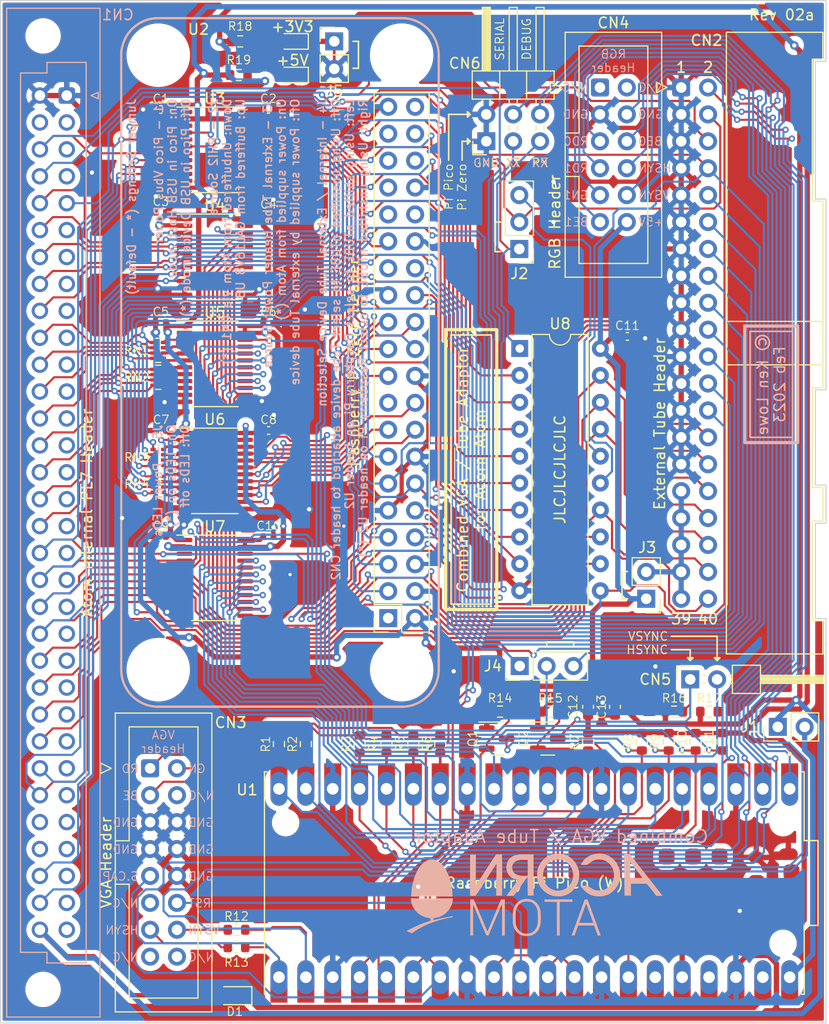
<source format=kicad_pcb>
(kicad_pcb (version 20221018) (generator pcbnew)
  (title_block (title "Acorn Atom Combined VGA and Tube Adaptor Board") (date "2023-03-08") (rev "02a") (company "Ken Lowe") (comment 1 "Rev 01: Initial Release") (comment 2 "Rev 02: PL7 connector rotated 180 degrees. Complete board re-layout") (comment 3 "Rev 02a: Minor routing improvements around J2. PL7 I/O rotated 180 degrees"))
  (layers (0 "F.Cu" signal) (1 "In1.Cu" signal) (2 "In2.Cu" signal) (31 "B.Cu" signal) (34 "B.Paste" user) (35 "F.Paste" user) (36 "B.SilkS" user "B.Silkscreen") (37 "F.SilkS" user "F.Silkscreen") (38 "B.Mask" user) (39 "F.Mask" user) (44 "Edge.Cuts" user))
  (net 0 "")
  (net 1 "+3.3V")
  (net 2 "GND")
  (net 3 "/+5V")
  (net 4 "/A15")
  (net 5 "/A14")
  (net 6 "/~{WDS}")
  (net 7 "/~{RDS}")
  (net 8 "/~{RST}")
  (net 9 "/A8")
  (net 10 "/A7")
  (net 11 "/A6")
  (net 12 "/A5")
  (net 13 "/A4")
  (net 14 "/A3")
  (net 15 "/A2")
  (net 16 "/A1")
  (net 17 "/A0")
  (net 18 "/D7")
  (net 19 "/D6")
  (net 20 "/D5")
  (net 21 "/D4")
  (net 22 "/D3")
  (net 23 "/D2")
  (net 24 "/D1")
  (net 25 "/D0")
  (net 26 "/A13")
  (net 27 "/A12")
  (net 28 "/A11")
  (net 29 "/A10")
  (net 30 "/A9")
  (net 31 "/R~{W}")
  (net 32 "/~{BLK0}")
  (net 33 "/PB7")
  (net 34 "/PB6")
  (net 35 "/PB5")
  (net 36 "/PB4")
  (net 37 "/PB3")
  (net 38 "/PB2")
  (net 39 "/PB1")
  (net 40 "/PB0")
  (net 41 "/CB2")
  (net 42 "/CB1")
  (net 43 "/PA7")
  (net 44 "/PA6")
  (net 45 "/PA5")
  (net 46 "/PA4")
  (net 47 "/PA3")
  (net 48 "/PA2")
  (net 49 "/PA1")
  (net 50 "/PA0")
  (net 51 "/CA2")
  (net 52 "/CA1")
  (net 53 "/RDY")
  (net 54 "/SO")
  (net 55 "/SYNC")
  (net 56 "/~{IRQ}")
  (net 57 "/VGA_RED")
  (net 58 "/VGA_GREEN")
  (net 59 "/VGA_BLUE")
  (net 60 "/HSYNC")
  (net 61 "/VSYNC")
  (net 62 "/~{DATA}")
  (net 63 "/~{ADD_HIGH}")
  (net 64 "/~{ADD_LOW}")
  (net 65 "/RED_1")
  (net 66 "/RED_0")
  (net 67 "/GREEN_1")
  (net 68 "/GREEN_0")
  (net 69 "/BLUE_1")
  (net 70 "/BLUE_0")
  (net 71 "/LDA0")
  (net 72 "/LDA1")
  (net 73 "/LDA2")
  (net 74 "/LDA3")
  (net 75 "/LDA4")
  (net 76 "/LDA5")
  (net 77 "/LDA6")
  (net 78 "/LDA7")
  (net 79 "/LPHI2")
  (net 80 "/LR~{W}")
  (net 81 "/LA1")
  (net 82 "/LA2")
  (net 83 "/L~{RST}")
  (net 84 "/LA0")
  (net 85 "/LD4")
  (net 86 "/LD5")
  (net 87 "/LD6")
  (net 88 "/LD2")
  (net 89 "/LD1")
  (net 90 "/LD7")
  (net 91 "/LD3")
  (net 92 "/LD0")
  (net 93 "/LA3")
  (net 100 "Net-(LED1-A)")
  (net 101 "Net-(LED2-A)")
  (net 106 "/~{TUBE}_BUFF")
  (net 107 "/PHI2_BUFF")
  (net 108 "/TD0")
  (net 109 "/TD1")
  (net 110 "/TD2")
  (net 111 "/TD3")
  (net 112 "/TD4")
  (net 113 "/TD5")
  (net 114 "/TD6")
  (net 115 "/TD7")
  (net 116 "/VD0")
  (net 117 "/VD1")
  (net 118 "/VD2")
  (net 119 "/VD3")
  (net 120 "/VD4")
  (net 121 "/VD5")
  (net 122 "/VD6")
  (net 123 "/VD7")
  (net 124 "/PHI2")
  (net 125 "/~{NMI}")
  (net 126 "/TUBE_5V")
  (net 127 "/INT_~{TUBE}")
  (net 128 "/PHI2_SEL")
  (net 129 "/~{RnW}")
  (net 130 "/~{SCR_CAP}")
  (net 135 "/LED_GND")
  (net 136 "/ATOM_VSYNC")
  (net 137 "/PICO_VSYNC")
  (net 138 "/VSYS")
  (net 139 "/Vbus")
  (net 140 "/RUN")
  (net 141 "/HSYNC_1")
  (net 142 "/VSYNC_1")
  (net 154 "/PicoSerRX")
  (net 155 "/PicoSerTX")
  (net 156 "/PiSerTX")
  (net 157 "/PiSerRX")
  (net 159 "/L~{TUBE}")
  (net 160 "/ATOM_HSYNC")
  (net 161 "/PICO_HSYNC")
  (footprint "Resistor_SMD:R_0603_1608Metric" (layer "F.Cu") (at 140.444499 112.003 90)
    (fp_text reference "R2")
    (fp_text value "820R")
  )
  (footprint "Resistor_SMD:R_Array_Concave_4x0402" (layer "F.Cu") (at 126.491998 77.383)
    (fp_text reference "RN2")
    (fp_text value "33R")
  )
  (footprint "Resistor_SMD:R_0603_1608Metric" (layer "F.Cu") (at 172.194499 111.7876 90)
    (fp_text reference "R8")
    (fp_text value "10K")
  )
  (footprint "AtomVGATube:IDC-Header_2x20_P2.54mm_Horizontal" (layer "F.Cu") (at 175.912498 50.027)
    (fp_text reference "CN2")
    (fp_text value "Tube Connector")
  )
  (footprint "AtomVGATube:PinHeader_2x03_P2.54mm_Horizontal" (layer "F.Cu") (at 157.497498 55.107 90)
    (fp_text reference "CN6")
    (fp_text value "Debug Header")
  )
  (footprint "Resistor_SMD:R_Array_Concave_4x0402" (layer "F.Cu") (at 126.491998 74.843)
    (fp_text reference "RN1")
    (fp_text value "33R")
  )
  (footprint "Resistor_SMD:R_Array_Concave_4x0402" (layer "F.Cu") (at 126.511999 84.943)
    (fp_text reference "RN3")
    (fp_text value "33R")
  )
  (footprint "Capacitor_SMD:C_0402_1005Metric" (layer "F.Cu") (at 136.925999 82.403)
    (fp_text reference "C8")
    (fp_text value "100nF")
  )
  (footprint "Resistor_SMD:R_0603_1608Metric" (layer "F.Cu") (at 134.238998 45.678)
    (fp_text reference "R18")
    (fp_text value "470R")
  )
  (footprint "Resistor_SMD:R_0603_1608Metric" (layer "F.Cu") (at 134.111998 48.853)
    (fp_text reference "R19")
    (fp_text value "2K2")
  )
  (footprint "Package_SO:TSSOP-24_4.4x7.8mm_P0.65mm" (layer "F.Cu") (at 131.845999 86.213)
    (fp_text reference "U6")
    (fp_text value "SN74LVC4245APW")
  )
  (footprint "Resistor_SMD:R_0603_1608Metric" (layer "F.Cu") (at 163.558499 108.941 180)
    (fp_text reference "R15")
    (fp_text value "10K")
  )
  (footprint "Resistor_SMD:R_Array_Concave_4x0402" (layer "F.Cu") (at 126.511999 87.483)
    (fp_text reference "RN4")
    (fp_text value "33R")
  )
  (footprint "Capacitor_SMD:C_0603_1608Metric" (layer "F.Cu") (at 169.654499 108.4856 -90)
    (fp_text reference "C13")
    (fp_text value "10uF")
  )
  (footprint "AtomVGATube:IDC-Header_2x06_P2.54mm_Vertical" (layer "F.Cu") (at 168.237999 50.027)
    (fp_text reference "CN4")
    (fp_text value "RGB Header")
  )
  (footprint "Resistor_SMD:R_0603_1608Metric" (layer "F.Cu") (at 133.894499 131.18 180)
    (fp_text reference "R13")
    (fp_text value "47R")
  )
  (footprint "Resistor_SMD:R_0603_1608Metric" (layer "F.Cu") (at 175.242499 108.941 180)
    (fp_text reference "R16")
    (fp_text value "10K")
  )
  (footprint "Resistor_SMD:R_0603_1608Metric" (layer "F.Cu") (at 174.734499 111.7876 90)
    (fp_text reference "R9")
    (fp_text value "10K")
  )
  (footprint "Resistor_SMD:R_0603_1608Metric" (layer "F.Cu") (at 145.524499 112.003 90)
    (fp_text reference "R3")
    (fp_text value "430R")
  )
  (footprint "Resistor_SMD:R_0603_1608Metric" (layer "F.Cu") (at 137.904499 112.003 90)
    (fp_text reference "R1")
    (fp_text value "430R")
  )
  (footprint "AtomVGATube:NetTie-2_THT_Pad1.0mmV2" (layer "F.Cu") (at 143.128998 45.673 -90)
    (fp_text reference "J5")
    (fp_text value "Jumper_2_Bridged")
  )
  (footprint "Resistor_SMD:R_0603_1608Metric" (layer "F.Cu") (at 153.144499 112.003 90)
    (fp_text reference "R6")
    (fp_text value "820R")
  )
  (footprint "Resistor_SMD:R_0603_1608Metric" (layer "F.Cu") (at 179.814499 111.7856 90)
    (fp_text reference "R11")
    (fp_text value "10K")
  )
  (footprint "Package_SO:TSSOP-24_4.4x7.8mm_P0.65mm" (layer "F.Cu") (at 131.845999 66.013)
    (fp_text reference "U4")
    (fp_text value "SN74LVC4245APW")
  )
  (footprint "AtomVGATube:RPI_PICO_DUAL_NoDebug" (layer "F.Cu") (at 162.034499 125.1155 -90)
    (fp_text reference "U1")
    (fp_text value "Raspberry Pi Pico")
  )
  (footprint "Resistor_SMD:R_0603_1608Metric" (layer "F.Cu") (at 158.795499 108.941 180)
    (fp_text reference "R14")
    (fp_text value "10K")
  )
  (footprint "Resistor_SMD:R_0603_1608Metric" (layer "F.Cu") (at 177.274499 111.7876 90)
    (fp_text reference "R10")
    (fp_text value "10K")
  )
  (footprint "Connector_IDC:IDC-Header_2x08_P2.54mm_Vertical" (layer "F.Cu") (at 125.729999 114.289)
    (fp_text reference "CN3")
    (fp_text value "VGA Header")
  )
  (footprint "Capacitor_SMD:C_0402_1005Metric" (layer "F.Cu") (at 126.745998 61.809 180)
    (fp_text reference "C3")
    (fp_text value "100nF")
  )
  (footprint "AtomVGATube:RPI_ZERO_TH" (layer "F.Cu") (at 138.000998 75.979)
    (fp_text reference "U2")
    (fp_text value "Raspberry Pi Zero")
  )
  (footprint "Connector_PinHeader_2.54mm:PinHeader_1x02_P2.54mm_Vertical" (layer "F.Cu") (at 185.039999 110.379 90)
    (fp_text reference "J1")
    (fp_text value "Vbus Power")
  )
  (footprint "Resistor_SMD:R_0603_1608Metric" (layer "F.Cu") (at 150.604499 112.003 90)
    (fp_text reference "R5")
    (fp_text value "430R")
  )
  (footprint "Connector_PinHeader_2.54mm:PinHeader_2x01_P2.54mm_Horizontal" (layer "F.Cu") (at 176.766499 105.893)
    (fp_text reference "CN5")
    (fp_text value "SYNC Header")
  )
  (footprint "Diode_SMD:D_SOD-323" (layer "F.Cu") (at 133.730999 135.752 180)
    (fp_text reference "D1")
    (fp_text value "1N5819WS")
  )
  (footprint "Capacitor_SMD:C_0603_1608Metric" (layer "F.Cu") (at 167.114499 108.4856 90)
    (fp_text reference "C12")
    (fp_text value "10uF")
  )
  (footprint "Resistor_SMD:R_0603_1608Metric" (layer "F.Cu") (at 178.544499 108.941 180)
    (fp_text reference "R17")
    (fp_text value "10K")
  )
  (footprint "Capacitor_SMD:C_0402_1005Metric" (layer "F.Cu") (at 126.745998 72.214 180)
    (fp_text reference "C5")
    (fp_text value "100nF")
  )
  (footprint "Capacitor_SMD:C_0402_1005Metric" (layer "F.Cu") (at 126.765999 82.403 180)
    (fp_text reference "C7")
    (fp_text value "100nF")
  )
  (footprint "Capacitor_SMD:C_0402_1005Metric" (layer "F.Cu") (at 170.832498 73.522)
    (fp_text reference "C11")
    (fp_text value "100nF")
  )
  (footprint "Package_TO_SOT_SMD:SOT-23" (layer "F.Cu") (at 163.304499 111.481)
    (fp_text reference "Q2")
    (fp_text value "2N7002")
  )
  (footprint "Connector_PinHeader_2.54mm:PinHeader_1x02_P2.54mm_Vertical" (layer "F.Cu") (at 172.610498 98.287 180)
    (fp_text reference "J3")
    (fp_text value "Tube Power")
  )
  (footprint "LED_SMD:LED_0603_1608Metric" (layer "F.Cu") (at 139.191998 45.678 180)
    (fp_text reference "LED1" hide)
    (fp_text value "Red")
  )
  (footprint "Package_SO:TSSOP-24_4.4x7.8mm_P0.65mm" (layer "F.Cu") (at 131.845999 55.913)
    (fp_text reference "U3")
    (fp_text value "SN74LVC4245APW")
  )
  (footprint "Capacitor_SMD:C_0402_1005Metric" (layer "F.Cu") (at 136.905998 92.414)
    (fp_text reference "C10")
    (fp_text value "100nF")
  )
  (footprint "Resistor_SMD:R_0603_1608Metric" (layer "F.Cu") (at 167.114499 111.7876 90)
    (fp_text reference "R7")
    (fp_text value "10K")
  )
  (footprint "Package_SO:TSSOP-24_4.4x7.8mm_P0.65mm" (layer "F.Cu") (at 131.845999 96.313)
    (fp_text reference "U7")
    (fp_text value "SN74LVC4245APW")
  )
  (footprint "Capacitor_SMD:C_0402_1005Metric" (layer "F.Cu") (at 126.745998 52.103 180)
    (fp_text reference "C1")
    (fp_text value "100nF")
  )
  (footprint "Capacitor_SMD:C_0402_1005Metric" (layer "F.Cu") (at 136.905998 52.103)
    (fp_text reference "C2")
    (fp_text value "100nF")
  )
  (footprint "Resistor_SMD:R_0603_1608Metric" (layer "F.Cu") (at 148.064499 112.003 90)
    (fp_text reference "R4")
    (fp_text value "820R")
  )
  (footprint "Package_SO:TSSOP-24_4.4x7.8mm_P0.65mm" (layer "F.Cu") (at 131.845999 76.113)
    (fp_text reference "U5")
    (fp_text value "SN74LVC4245APW")
  )
  (footprint "Capacitor_SMD:C_0402_1005Metric" (layer "F.Cu") (at 136.905998 62.114)
    (fp_text reference "C4")
    (fp_text value "100nF")
  )
  (footprint "Connector_PinHeader_2.54mm:PinHeader_1x03_P2.54mm_Vertical" (layer "F.Cu") (at 160.654999 104.637 90)
    (fp_text reference "J4")
    (fp_text value "Tube LevelS")
  )
  (footprint "Package_DIP:DIP-20_W7.62mm" (layer "F.Cu") (at 160.654999 74.665)
    (fp_text reference "U8")
    (fp_text value "GAL16V8")
  )
  (footprint "LED_SMD:LED_0603_1608Metric" (layer "F.Cu") (at 139.191998 48.853 180)
    (fp_text reference "LED2" hide)
    (fp_text value "Green" hide)
  )
  (footprint "Capacitor_SMD:C_0402_1005Metric" (layer "F.Cu") (at 136.905998 72.303)
    (fp_text reference "C6")
    (fp_text value "100nF")
  )
  (footprint "Capacitor_SMD:C_0402_1005Metric" (layer "F.Cu") (at 126.745998 92.414 180)
    (fp_text reference "C9")
    (fp_text value "100nF")
  )
  (footprint "Connector_PinHeader_2.54mm:PinHeader_1x03_P2.54mm_Vertical" (layer "F.Cu") (at 160.617999 65.267 180)
    (fp_text reference "J2")
    (fp_text value "Phi2 Sel")
  )
  (footprint "Resistor_SMD:R_0603_1608Metric" (layer "F.Cu") (at 133.894499 129.529 180)
    (fp_text reference "R12")
    (fp_text value "47R")
  )
  (footprint "Package_TO_SOT_SMD:SOT-23" (layer "F.Cu") (at 158.478499 111.481)
    (fp_text reference "Q1")
    (fp_text value "2N7002")
  )
  (footprint "AtomVGATube:Acorn Atom Logo" (layer "B.Cu") (at 162.051999 126.227 180)
    (fp_text reference "G***" hide)
    (fp_text value "LOGO" hide)
  )
  (footprint "AtomVGATube:DIN41612_Q_2x32_Male_Vertical_THT" (layer "B.Cu") (at 117.855999 50.789 180)
    (fp_text reference "CN1")
    (fp_text value "PL7 Header")
  )
  (gr_rect (start 182.421498 73.047) (end 186.421498 83.047) (stroke (width 0.15)) (fill none) (layer "B.SilkS"))
  (gr_rect (start 181.921498 72.547) (end 186.921498 83.547) (stroke (width 0.3)) (fill none) (layer "B.SilkS"))
  (gr_line (start 163.212498 102.351) (end 165.752498 102.351) (stroke (width 0.15)) (layer "F.SilkS"))
  (gr_line (start 170.324498 95.717) (end 170.324498 98.287) (stroke (width 0.15)) (layer "F.SilkS"))
  (gr_line (start 158.331999 65.521) (end 158.331999 62.727) (stroke (width 0.15)) (layer "F.SilkS"))
  (gr_line (start 155.973498 52.567) (end 153.941498 52.567) (stroke (width 0.15)) (layer "F.SilkS"))
  (gr_line (start 179.306499 104.115) (end 179.052499 103.861) (stroke (width 0.15)) (layer "F.SilkS"))
  (gr_line (start 177.020499 103.861) (end 176.766499 104.115) (stroke (width 0.15)) (layer "F.SilkS"))
  (gr_line (start 158.839999 65.521) (end 158.331999 65.521) (stroke (width 0.15)) (layer "F.SilkS"))
  (gr_line (start 170.832498 95.717) (end 170.324498 95.717) (stroke (width 0.15)) (layer "F.SilkS"))
  (gr_rect (start 154.167999 73.39) (end 157.977999 98.79) (stroke (width 0.15)) (fill none) (layer "F.SilkS"))
  (gr_line (start 155.973498 55.107) (end 155.211498 55.107) (stroke (width 0.15)) (layer "F.SilkS"))
  (gr_line (start 145.414998 45.673) (end 145.414998 48.213) (stroke (width 0.15)) (layer "F.SilkS"))
  (gr_line (start 155.719498 54.853) (end 155.719498 55.361) (stroke (width 0.15)) (layer "F.SilkS"))
  (gr_line (start 179.560499 103.861) (end 179.306499 104.115) (stroke (width 0.15)) (layer "F.SilkS"))
  (gr_line (start 144.906998 45.673) (end 145.414998 45.673) (stroke (width 0.15)) (layer "F.SilkS"))
  (gr_line (start 155.211498 55.107) (end 155.211498 56.885) (stroke (width 0.15)) (layer "F.SilkS"))
  (gr_line (start 163.212498 102.859) (end 163.212498 102.351) (stroke (width 0.15)) (layer "F.SilkS"))
  (gr_line (start 155.973498 52.567) (end 155.719498 52.821) (stroke (width 0.15)) (layer "F.SilkS"))
  (gr_line (start 155.719498 54.853) (end 155.973498 55.107) (stroke (width 0.15)) (layer "F.SilkS"))
  (gr_line (start 170.324498 98.287) (end 170.832498 98.287) (stroke (width 0.15)) (layer "F.SilkS"))
  (gr_line (start 155.973498 55.107) (end 155.719498 55.361) (stroke (width 0.15)) (layer "F.SilkS"))
  (gr_line (start 165.752498 102.351) (end 165.752498 102.859) (stroke (width 0.15)) (layer "F.SilkS"))
  (gr_line (start 153.941498 52.567) (end 153.941498 56.885) (stroke (width 0.15)) (layer "F.SilkS"))
  (gr_line (start 176.512499 103.861) (end 177.020499 103.861) (stroke (width 0.15)) (layer "F.SilkS"))
  (gr_line (start 174.988499 103.099) (end 176.766499 103.099) (stroke (width 0.15)) (layer "F.SilkS"))
  (gr_line (start 176.766499 103.099) (end 176.766499 104.115) (stroke (width 0.15)) (layer "F.SilkS"))
  (gr_line (start 155.719498 52.313) (end 155.719498 52.821) (stroke (width 0.15)) (layer "F.SilkS"))
  (gr_line (start 179.306499 101.829) (end 179.306499 104.115) (stroke (width 0.15)) (layer "F.SilkS"))
  (gr_line (start 158.331999 62.727) (end 158.839999 62.727) (stroke (width 0.15)) (layer "F.SilkS"))
  (gr_line (start 145.414998 48.213) (end 144.906998 48.213) (stroke (width 0.15)) (layer "F.SilkS"))
  (gr_line (start 179.052499 103.861) (end 179.560499 103.861) (stroke (width 0.15)) (layer "F.SilkS"))
  (gr_line (start 174.988499 101.829) (end 179.306499 101.829) (stroke (width 0.15)) (layer "F.SilkS"))
  (gr_line (start 155.973498 52.567) (end 155.719498 52.313) (stroke (width 0.15)) (layer "F.SilkS"))
  (gr_rect (start 153.659999 72.882) (end 158.485999 99.298) (stroke (width 0.3)) (fill none) (layer "F.SilkS"))
  (gr_line (start 176.766499 104.115) (end 176.512499 103.861) (stroke (width 0.15)) (layer "F.SilkS"))
  (gr_line (start 188.595999 78.557) (end 188.595999 87.557) (stroke (width 0.1)) (layer "Edge.Cuts"))
  (gr_line (start 189.595999 91.157) (end 188.595999 91.157) (stroke (width 0.1)) (layer "Edge.Cuts"))
  (gr_line (start 188.595999 60.557) (end 188.595999 47.557) (stroke (width 0.1)) (layer "Edge.Cuts"))
  (gr_line (start 189.595999 100.157) (end 188.595999 100.157) (stroke (width 0.1)) (layer "Edge.Cuts"))
  (gr_line (start 111.595999 41.819) (end 189.595999 41.819) (stroke (width 0.1)) (layer "Edge.Cuts"))
  (gr_line (start 189.595999 78.557) (end 189.595999 60.557) (stroke (width 0.1)) (layer "Edge.Cuts"))
  (gr_line (start 189.595999 47.557) (end 188.595999 47.557) (stroke (width 0.1)) (layer "Edge.Cuts"))
  (gr_line (start 189.595999 47.557) (end 189.595999 41.819) (stroke (width 0.1)) (layer "Edge.Cuts"))
  (gr_line (start 189.595999 91.157) (end 189.595999 87.557) (stroke (width 0.1)) (layer "Edge.Cuts"))
  (gr_line (start 189.595999 60.557) (end 188.595999 60.557) (stroke (width 0.1)) (layer "Edge.Cuts"))
  (gr_line (start 189.595999 138.319) (end 111.595999 138.319) (stroke (width 0.1)) (layer "Edge.Cuts"))
  (gr_line (start 188.595999 91.157) (end 188.595999 100.157) (stroke (width 0.1)) (layer "Edge.Cuts"))
  (gr_line (start 111.595999 138.319) (end 111.595999 41.819) (stroke (width 0.1)) (layer "Edge.Cuts"))
  (gr_line (start 189.595999 100.157) (end 189.595999 138.319) (stroke (width 0.1)) (layer "Edge.Cuts"))
  (gr_line (start 189.595999 78.557) (end 188.595999 78.557) (stroke (width 0.1)) (layer "Edge.Cuts"))
  (gr_line (start 189.595999 87.557) (end 188.595999 87.557) (stroke (width 0.1)) (layer "Edge.Cuts"))
  (gr_text "VGA\nHeader" (at 126.982499 111.7876) (layer "B.SilkS") (effects (font (size 0.8 0.8) (thickness 0.1)) (justify mirror)))
  (gr_text "VSYN" (at 129.268499 129.5676) (layer "B.SilkS") (effects (font (size 0.8 0.8) (thickness 0.1)) (justify right mirror)))
  (gr_text "GND" (at 129.268499 121.9476) (layer "B.SilkS") (effects (font (size 0.8 0.8) (thickness 0.1)) (justify right mirror)))
  (gr_text "Combined VGA / Tube Adaptor\n" (at 150.551999 120.727) (layer "B.SilkS") (effects (font (size 1.2 1.2)) (justify right mirror)))
  (gr_text "HSYN" (at 124.696499 129.5676) (layer "B.SilkS") (effects (font (size 0.8 0.8) (thickness 0.1)) (justify left mirror)))
  (gr_text "BE" (at 124.696499 116.8676) (layer "B.SilkS") (effects (font (size 0.8 0.8) (thickness 0.1)) (justify left mirror)))
  (gr_text "VSYN" (at 171.793999 60.187) (layer "B.SilkS") (effects (font (size 0.8 0.8) (thickness 0.1)) (justify right mirror)))
  (gr_text "TX" (at 160.037498 57.139) (layer "B.SilkS") (effects (font (size 0.8 0.8) (thickness 0.1)) (justify mirror)))
  (gr_text "GND" (at 129.268499 119.4076) (layer "B.SilkS") (effects (font (size 0.8 0.8) (thickness 0.1)) (justify right mirror)))
  (gr_text "GND" (at 167.221999 52.567) (layer "B.SilkS") (effects (font (size 0.8 0.8) (thickness 0.1)) (justify left mirror)))
  (gr_text "N/C" (at 124.696499 127.0276) (layer "B.SilkS") (effects (font (size 0.8 0.8) (thickness 0.1)) (justify left mirror)))
  (gr_text "BE0" (at 171.793999 55.107) (layer "B.SilkS") (effects (font (size 0.8 0.8) (thickness 0.1)) (justify right mirror)))
  (gr_text "GN0" (at 171.793999 52.567) (layer "B.SilkS") (effects (font (size 0.8 0.8) (thickness 0.1)) (justify right mirror)))
  (gr_text "Jumper Settings (* - Default)\n\nJ1 - Pico Vbus Power\nOn: Pico in USB Host mode\nOff: Pico in USB Device mode (*)\n\nJ2 - PHI2 Source\nDown: Unbuffered from Atom via CN1 (*)\nUp: Buffered from GAL16V8 U8\n\nJ3 - External Tube Header Power Source\nOn: Power supplied from Atom (*)\nOff: Power supplied by external Tube device\n\nJ4 - Internal / External Tube Device Selection\nOff: Using unshifted nTUBE to select Tube device attached to header CN2\nLeft: Using shifted nTUBE to select Raspberry Pi on header U2\nRight: Using unshifted nTUBE to select Raspberry Pi on header U2 (*)" (at 134.916898 50.9922 90) (layer "B.SilkS") (effects (font (size 0.8 0.8)) (justify left mirror)))
  (gr_text "GND" (at 157.479999 57.139) (layer "B.SilkS") (effects (font (size 0.8 0.8) (thickness 0.1)) (justify mirror)))
  (gr_text "GN1" (at 167.221999 60.187) (layer "B.SilkS") (effects (font (size 0.8 0.8) (thickness 0.1)) (justify left mirror)))
  (gr_text "GND" (at 124.696499 119.4076) (layer "B.SilkS") (effects (font (size 0.8 0.8) (thickness 0.1)) (justify left mirror)))
  (gr_text "N/C" (at 171.793999 50.027) (layer "B.SilkS") (effects (font (size 0.8 0.8) (thickness 0.1)) (justify right mirror)))
  (gr_text "+5V" (at 171.793999 62.727) (layer "B.SilkS") (effects (font (size 0.8 0.8) (thickness 0.1)) (justify right mirror)))
  (gr_text "GND" (at 129.268499 124.4876) (layer "B.SilkS") (effects (font (size 0.8 0.8) (thickness 0.1)) (justify right mirror)))
  (gr_text "RST" (at 129.268499 127.0276) (layer "B.SilkS") (effects (font (size 0.8 0.8) (thickness 0.1)) (justify right mirror)))
  (gr_text "N/C" (at 167.221999 50.027) (layer "B.SilkS") (effects (font (size 0.8 0.8) (thickness 0.1)) (justify left mirror)))
  (gr_text "HSYN" (at 171.793999 57.647) (layer "B.SilkS") (effects (font (size 0.8 0.8) (thickness 0.1)) (justify right mirror)))
  (gr_text "BE1" (at 167.221999 62.727) (layer "B.SilkS") (effects (font (size 0.8 0.8) (thickness 0.1)) (justify left mirror)))
  (gr_text "N/C" (at 129.268499 116.8676) (layer "B.SilkS") (effects (font (size 0.8 0.8) (thickness 0.1)) (justify right mirror)))
  (gr_text "N/C" (at 124.696499 132.1076) (layer "B.SilkS") (effects (font (size 0.8 0.8) (thickness 0.1)) (justify left mirror)))
  (gr_text "RD0" (at 167.221999 55.107) (layer "B.SilkS") (effects (font (size 0.8 0.8) (thickness 0.1)) (justify left mirror)))
  (gr_text "N/C" (at 129.268499 132.1076) (layer "B.SilkS") (effects (font (size 0.8 0.8) (thickness 0.1)) (justify right mirror)))
  (gr_text "GN" (at 129.268499 114.3276) (layer "B.SilkS") (effects (font (size 0.8 0.8) (thickness 0.1)) (justify right mirror)))
  (gr_text "© Ken Lowe\nFeb 2023" (at 184.421498 78.047 90) (layer "B.SilkS") (effects (font (size 1 1)) (justify mirror)))
  (gr_text "J5 - Power LEDs\nOn: LEDs on (*)\nOff: LEDs off" (at 127.744499 81.763 90) (layer "B.SilkS") (effects (font (size 0.8 0.8)) (justify left mirror)))
  (gr_text "RGB\nHeader" (at 169.507999 47.5256) (layer "B.SilkS") (effects (font (size 0.8 0.8) (thickness 0.1)) (justify mirror)))
  (gr_text "S.CAP" (at 124.696499 124.4876) (layer "B.SilkS") (effects (font (size 0.8 0.8) (thickness 0.1)) (justify left mirror)))
  (gr_text "RD" (at 124.696499 114.3276) (layer "B.SilkS") (effects (font (size 0.8 0.8) (thickness 0.1)) (justify left mirror)))
  (gr_text "RD1" (at 167.221999 57.647) (layer "B.SilkS") (effects (font (size 0.8 0.8) (thickness 0.1)) (justify left mirror)))
  (gr_text "GND" (at 124.696499 121.9476) (layer "B.SilkS") (effects (font (size 0.8 0.8) (thickness 0.1)) (justify left mirror)))
  (gr_text "RX" (at 162.577498 57.139) (layer "B.SilkS") (effects (font (size 0.8 0.8) (thickness 0.1)) (justify mirror)))
  (gr_text "HSYNC" (at 174.734499 103.099) (layer "F.SilkS") (effects (font (size 0.8 0.8) (thickness 0.1)) (justify right)))
  (gr_text "DEBUG" (at 161.307498 45.455886 90) (layer "F.SilkS") (effects (font (size 0.8 0.8) (thickness 0.1))))
  (gr_text "RGB Header" (at 163.974498 62.727 90) (layer "F.SilkS") (effects (font (size 1 1))))
  (gr_text "Atom Internal PL7 Header" (at 119.760999 90.159 90) (layer "F.SilkS") (effects (font (size 1 1))))
  (gr_text "TX" (at 160.037498 57.139) (layer "F.SilkS") (effects (font (size 0.8 0.8) (thickness 0.1))))
  (gr_text "1" (at 175.912498 48.122) (layer "F.SilkS") (effects (font (size 1 1))))
  (gr_text "RX" (at 162.577498 57.139) (layer "F.SilkS") (effects (font (size 0.8 0.8) (thickness 0.1))))
  (gr_text "Rev 02a" (at 185.419999 43.169) (layer "F.SilkS") (effects (font (size 1 1))))
  (gr_text "Pi Pico" (at 153.941498 57.139 90) (layer "F.SilkS") (effects (font (size 0.8 0.8) (thickness 0.1)) (justify right)))
  (gr_text "SERIAL" (at 158.767498 45.467 90) (layer "F.SilkS") (effects (font (size 0.8 0.8) (thickness 0.1))))
  (gr_text "Raspberry Pi Zero Header" (at 144.985998 75.979 90) (layer "F.SilkS") (effects (font (size 1 1))))
  (gr_text "Pi Zero" (at 155.211498 57.139 90) (layer "F.SilkS") (effects (font (size 0.8 0.8) (thickness 0.1)) (justify right)))
  (gr_text "External Tube Header" (at 173.880498 81.777 90) (layer "F.SilkS") (effects (font (size 1 1))))
  (gr_text "GND" (at 157.479999 57.139) (layer "F.SilkS") (effects (font (size 0.8 0.8) (thickness 0.1))))
  (gr_text "Raspberry Pi Pico (W)" (at 162.034499 125.1155) (layer "F.SilkS") (effects (font (size 1 1))))
  (gr_text "39" (at 175.912498 100.192) (layer "F.SilkS") (effects (font (size 1 1))))
  (gr_text "Combined VGA / Tube Adaptor\nfor Acorn Atom" (at 156.072999 86.09 90) (layer "F.SilkS") (effects (font (size 1 1))))
  (gr_text "VSYNC" (at 174.734499 101.829) (layer "F.SilkS") (effects (font (size 0.8 0.8) (thickness 0.1)) (justify right)))
  (gr_text "VGA Header" (at 121.556498 123.179 90) (layer "F.SilkS") (effects (font (size 1 1))))
  (gr_text "40" (at 178.452498 100.192) (layer "F.SilkS") (effects (font (size 1 1))))
  (gr_text "JLCJLCJLCJLC" (at 164.454999 86.09 90) (layer "F.SilkS") (effects (font (size 1 1))))
  (gr_text "2" (at 178.452498 48.122) (layer "F.SilkS") (effects (font (size 1 1))))
  (segment (start 137.797498 73.588499) (end 137.797498 79.354084) (width 0.5) (layer "F.Cu") (net 1))
  (segment (start 177.4425 129.265499) (end 176.004499 130.7035) (width 0.5) (layer "F.Cu") (net 1))
  (segment (start 134.688498 73.188) (end 134.688498 72.538) (width 0.4) (layer "F.Cu") (net 1))
  (segment (start 187.534499 128.618501) (end 186.8875 129.265499) (width 0.5) (layer "F.Cu") (net 1))
  (segment (start 134.708499 62.438) (end 136.101998 62.438) (width 0.5) (layer "F.Cu") (net 1))
  (segment (start 128.983499 93.388) (end 127.515311 93.388) (width 0.5) (layer "F.Cu") (net 1))
  (segment (start 136.425998 71.885837) (end 136.894835 71.417) (width 0.5) (layer "F.Cu") (net 1))
  (segment (start 136.190998 72.538) (end 136.425998 72.303) (width 0.4) (layer "F.Cu") (net 1))
  (segment (start 134.688498 62.438) (end 134.688498 63.088) (width 0.4) (layer "F.Cu") (net 1))
  (segment (start 128.963498 63.088) (end 128.913498 63.038) (width 0.4) (layer "F.Cu") (net 1))
  (segment (start 158.895499 108.016) (end 161.808499 108.016) (width 0.5) (layer "F.Cu") (net 1))
  (segment (start 127.515311 93.388) (end 127.446425 93.319114) (width 0.5) (layer "F.Cu") (net 1))
  (segment (start 186.8875 129.265499) (end 177.4425 129.265499) (width 0.5) (layer "F.Cu") (net 1))
  (segment (start 185.461466 111.679) (end 187.534499 113.752033) (width 0.5) (layer "F.Cu") (net 1))
  (segment (start 131.208498 52.988) (end 133.426999 52.988) (width 0.5) (layer "F.Cu") (net 1))
  (segment (start 131.208498 50.281) (end 131.208498 52.988) (width 0.5) (layer "F.Cu") (net 1))
  (segment (start 134.688498 93.388) (end 134.688498 92.738) (width 0.4) (layer "F.Cu") (net 1))
  (segment (start 134.708499 52.988) (end 135.966999 52.988) (width 0.5) (layer "F.Cu") (net 1))
  (segment (start 138.320498 91.429) (end 138.320498 92.798501) (width 0.5) (layer "F.Cu") (net 1))
  (segment (start 187.823527 107.997554) (end 187.823527 43.286528) (width 0.5) (layer "F.Cu") (net 1))
  (segment (start 162.366999 110.531) (end 162.366999 109.3075) (width 0.5) (layer "F.Cu") (net 1))
  (segment (start 186.963999 42.427) (end 133.329999 42.427) (width 0.5) (layer "F.Cu") (net 1))
  (segment (start 187.124082 108.696999) (end 187.823527 107.997554) (width 0.5) (layer "F.Cu") (net 1))
  (segment (start 132.302999 43.454) (end 132.302999 45.678) (width 0.5) (layer "F.Cu") (net 1))
  (segment (start 136.894835 71.417) (end 136.894835 63.541836) (width 0.5) (layer "F.Cu") (net 1))
  (segment (start 133.426999 52.988) (end 134.708499 52.988) (width 0.5) (layer "F.Cu") (net 1))
  (segment (start 157.970499 108.941) (end 158.895499 108.016) (width 0.5) (layer "F.Cu") (net 1))
  (segment (start 181.858899 110.9606) (end 184.1225 108.696999) (width 0.5) (layer "F.Cu") (net 1))
  (segment (start 187.534499 113.752033) (end 187.534499 128.618501) (width 0.5) (layer "F.Cu") (net 1))
  (segment (start 136.425998 52.103) (end 134.943499 52.103) (width 0.5) (layer "F.Cu") (net 1))
  (segment (start 167.114499 110.9626) (end 167.114499 109.2606) (width 0.5) (layer "F.Cu") (net 1))
  (segment (start 136.225898 49.778) (end 132.483498 49.778) (width 0.5) (layer "F.Cu") (net 1))
  (segment (start 136.445999 80.705583) (end 136.445999 82.403) (width 0.5) (layer "F.Cu") (net 1))
  (segment (start 165.869899 108.016) (end 167.114499 109.2606) (width 0.5) (layer "F.Cu") (net 1))
  (segment (start 136.425998 52.103) (end 136.425998 52.529001) (width 0.5) (layer "F.Cu") (net 1))
  (segment (start 162.733499 108.941) (end 163.658499 108.016) (width 0.5) (layer "F.Cu") (net 1))
  (segment (start 134.688498 72.538) (end 136.190998 72.538) (width 0.4) (layer "F.Cu") (net 1))
  (segment (start 184.1225 108.696999) (end 187.124082 108.696999) (width 0.5) (layer "F.Cu") (net 1))
  (segment (start 128.933499 63.038) (end 126.603989 63.038) (width 0.4) (layer "F.Cu") (net 1))
  (segment (start 134.708499 82.015999) (end 134.764498 81.96) (width 0.4) (layer "F.Cu") (net 1))
  (segment (start 134.708499 82.638) (end 134.708499 82.015999) (width 0.4) (layer "F.Cu") (net 1))
  (segment (start 136.101998 62.438) (end 136.425998 62.114) (width 0.5) (layer "F.Cu") (net 1))
  (segment (start 131.716498 49.773) (end 131.208498 50.281) (width 0.5) (layer "F.Cu") (net 1))
  (segment (start 128.983499 63.088) (end 128.933499 63.038) (width 0.4) (layer "F.Cu") (net 1))
  (segment (start 136.225898 49.778) (end 136.586498 49.4174) (width 0.5) (layer "F.Cu") (net 1))
  (segment (start 136.425998 72.303) (end 136.425998 71.885837) (width 0.5) (layer "F.Cu") (net 1))
  (segment (start 136.894835 63.541836) (end 136.425998 63.072999) (width 0.5) (layer "F.Cu") (net 1))
  (segment (start 133.367498 62.092) (end 133.367498 53.047501) (width 0.5) (layer "F.Cu") (net 1))
  (segment (start 136.210999 82.638) (end 136.445999 82.403) (width 0.4) (layer "F.Cu") (net 1))
  (segment (start 136.101998 92.738) (end 136.425998 92.414) (width 0.4) (layer "F.Cu") (net 1))
  (segment (start 163.658499 108.016) (end 165.869899 108.016) (width 0.5) (layer "F.Cu") (net 1))
  (segment (start 134.688498 92.738) (end 136.101998 92.738) (width 0.4) (layer "F.Cu") (net 1))
  (segment (start 136.425998 52.529001) (end 135.966999 52.988) (width 0.5) (layer "F.Cu") (net 1))
  (segment (start 179.814499 110.9606) (end 167.116499 110.9606) (width 0.4) (layer "F.Cu") (net 1))
  (segment (start 134.708499 82.638) (end 136.210999 82.638) (width 0.4) (layer "F.Cu") (net 1))
  (segment (start 136.425998 63.072999) (end 136.425998 62.114) (width 0.5) (layer "F.Cu") (net 1))
  (segment (start 132.483498 49.778) (end 132.478498 49.773) (width 0.5) (layer "F.Cu") (net 1))
  (segment (start 157.540999 109.3705) (end 157.970499 108.941) (width 0.5) (layer "F.Cu") (net 1))
  (segment (start 138.320498 92.798501) (end 137.780499 93.3385) (width 0.5) (layer "F.Cu") (net 1))
  (segment (start 187.823527 43.286528) (end 186.963999 42.427) (width 0.5) (layer "F.Cu") (net 1))
  (segment (start 134.688498 93.388) (end 137.046498 93.388) (width 0.4) (layer "F.Cu") (net 1))
  (segment (start 137.046498 93.388) (end 137.095998 93.3385) (width 0.4) (layer "F.Cu") (net 1))
  (segment (start 157.540999 110.531) (end 157.540999 109.3705) (width 0.5) (layer "F.Cu") (net 1))
  (segment (start 182.577299 111.679) (end 185.461466 111.679) (width 0.5) (layer "F.Cu") (net 1))
  (segment (start 181.858899 110.9606) (end 182.577299 111.679) (width 0.5) (layer "F.Cu") (net 1))
  (segment (start 179.814499 110.9606) (end 181.858899 110.9606) (width 0.5) (layer "F.Cu") (net 1))
  (segment (start 134.943499 52.103) (end 134.708499 52.338) (width 0.5) (layer "F.Cu") (net 1))
  (segment (start 134.708499 82.638) (end 134.708499 83.288) (width 0.4) (layer "F.Cu") (net 1))
  (segment (start 137.347499 73.1385) (end 137.797498 73.588499) (width 0.5) (layer "F.Cu") (net 1))
  (segment (start 134.708499 62.438) (end 133.713498 62.438) (width 0.5) (layer "F.Cu") (net 1))
  (segment (start 162.366999 109.3075) (end 162.733499 108.941) (width 0.5) (layer "F.Cu") (net 1))
  (segment (start 176.004499 130.7035) (end 176.004499 134.0055) (width 0.5) (layer "F.Cu") (net 1))
  (segment (start 126.603989 63.038) (end 126.595998 63.045991) (width 0.4) (layer "F.Cu") (net 1))
  (segment (start 134.688498 73.188) (end 136.546498 73.188) (width 0.4) (layer "F.Cu") (net 1))
  (segment (start 137.797498 79.354084) (end 136.445999 80.705583) (width 0.5) (layer "F.Cu") (net 1))
  (segment (start 128.983499 52.988) (end 131.208498 52.988) (width 0.5) (layer "F.Cu") (net 1))
  (segment (start 136.546498 73.188) (end 136.595998 73.1385) (width 0.4) (layer "F.Cu") (net 1))
  (segment (start 161.808499 108.016) (end 162.733499 108.941) (width 0.5) (layer "F.Cu") (net 1))
  (segment (start 136.595998 73.1385) (end 137.347499 73.1385) (width 0.5) (layer "F.Cu") (net 1))
  (segment (start 133.329999 42.427) (end 132.302999 43.454) (width 0.5) (layer "F.Cu") (net 1))
  (segment (start 133.713498 62.438) (end 133.367498 62.092) (width 0.5) (layer "F.Cu") (net 1))
  (segment (start 132.478498 49.773) (end 131.716498 49.773) (width 0.5) (layer "F.Cu") (net 1))
  (segment (start 133.367498 53.047501) (end 133.426999 52.988) (width 0.5) (layer "F.Cu") (net 1))
  (segment (start 137.780499 93.3385) (end 137.095998 93.3385) (width 0.5) (layer "F.Cu") (net 1))
  (segment (start 132.302999 45.678) (end 133.413998 45.678) (width 0.5) (layer "F.Cu") (net 1))
  (via (at 133.367498 62.092) (size 0.8) (drill 0.4) (layers "F.Cu" "B.Cu") (net 1))
  (via (at 137.095998 93.3385) (size 0.8) (drill 0.4) (layers "F.Cu" "B.Cu") (net 1))
  (via (at 127.446425 93.319114) (size 0.8) (drill 0.4) (layers "F.Cu" "B.Cu") (net 1))
  (via (at 126.595998 63.045991) (size 0.8) (drill 0.4) (layers "F.Cu" "B.Cu") (net 1))
  (via (at 132.302999 45.678) (size 0.8) (drill 0.4) (layers "F.Cu" "B.Cu") (net 1))
  (via (at 138.320498 91.429) (size 0.6) (drill 0.3) (layers "F.Cu" "B.Cu") (net 1))
  (via (at 136.586498 49.4174) (size 0.8) (drill 0.4) (layers "F.Cu" "B.Cu") (net 1))
  (via (at 136.595998 73.1385) (size 0.8) (drill 0.4) (layers "F.Cu" "B.Cu") (net 1))
  (via (at 134.764498 81.96) (size 0.6) (drill 0.3) (layers "F.Cu" "B.Cu") (net 1))
  (segment (start 137.786999 90.088) (end 136.034498 90.088) (width 0.5) (layer "B.Cu") (net 1))
  (segment (start 133.095999 48.757) (end 133.756399 49.4174) (width 0.5) (layer "B.Cu") (net 1))
  (segment (start 127.116999 62.092) (end 133.367498 62.092) (width 0.5) (layer "B.Cu") (net 1))
  (segment (start 133.756399 49.4174) (end 136.586498 49.4174) (width 0.5) (layer "B.Cu") (net 1))
  (segment (start 132.302999 45.678) (end 133.095999 46.471) (width 0.5) (layer "B.Cu") (net 1))
  (segment (start 136.90095 93.533548) (end 127.660859 93.533548) (width 0.5) (layer "B.Cu") (net 1))
  (segment (start 126.595998 62.613001) (end 127.116999 62.092) (width 0.5) (layer "B.Cu") (net 1))
  (segment (start 133.095999 46.471) (end 133.095999 48.757) (width 0.5) (layer "B.Cu") (net 1))
  (segment (start 136.995998 93.4385) (end 137.095998 93.3385) (width 0.4) (layer "B.Cu") (net 1))
  (segment (start 127.660859 93.533548) (end 127.446425 93.319114) (width 0.5) (layer "B.Cu") (net 1))
  (segment (start 136.034498 90.088) (end 134.764498 88.818) (width 0.5) (layer "B.Cu") (net 1))
  (segment (start 134.764498 88.818) (end 134.764498 81.96) (width 0.5) (layer "B.Cu") (net 1))
  (segment (start 126.595998 63.045991) (end 126.595998 62.613001) (width 0.5) (layer "B.Cu") (net 1))
  (segment (start 137.095998 93.3385) (end 136.90095 93.533548) (width 0.5) (layer "B.Cu") (net 1))
  (segment (start 138.320498 91.429) (end 138.320498 90.621499) (width 0.5) (layer "B.Cu") (net 1))
  (segment (start 138.320498 90.621499) (end 137.786999 90.088) (width 0.5) (layer "B.Cu") (net 1))
  (segment (start 142.880999 125.1155) (end 131.476499 125.1155) (width 0.5) (layer "F.Cu") (net 2))
  (segment (start 128.983499 91.238911) (end 128.983499 89.788) (width 0.5) (layer "F.Cu") (net 2))
  (segment (start 141.117748 50.28425) (end 143.128998 48.273) (width 0.5) (layer "F.Cu") (net 2))
  (segment (start 128.963498 79.688) (end 128.963498 79.038) (width 0.4) (layer "F.Cu") (net 2))
  (segment (start 171.48962 73.699122) (end 171.312498 73.522) (width 0.5) (layer "F.Cu") (net 2))
  (segment (start 123.080498 91.175) (end 124.319498 92.414) (width 0.4) (layer "F.Cu") (net 2))
  (segment (start 166.643999 71.587) (end 174.672498 71.587) (width 0.4) (layer "F.Cu") (net 2))
  (segment (start 184.234499 123.9205) (end 184.234499 126.3105) (width 0.5) (layer "F.Cu") (net 2))
  (segment (start 127.652741 99.838) (end 128.983499 99.838) (width 0.5) (layer "F.Cu") (net 2))
  (segment (start 134.708499 69.588) (end 135.525325 69.588) (width 0.4) (layer "F.Cu") (net 2))
  (segment (start 126.285999 80.538999) (end 127.095998 79.729) (width 0.4) (layer "F.Cu") (net 2))
  (segment (start 156.862498 72.887) (end 162.598997 72.887) (width 0.4) (layer "F.Cu") (net 2))
  (segment (start 175.912498 57.647) (end 175.912498 60.187) (width 0.5) (layer "F.Cu") (net 2))
  (segment (start 145.474498 43.127) (end 156.015498 43.127) (width 0.5) (layer "F.Cu") (net 2))
  (segment (start 127.337825 99.523084) (end 127.652741 99.838) (width 0.5) (layer "F.Cu") (net 2))
  (segment (start 126.285999 82.403) (end 126.285999 80.538999) (width 0.4) (layer "F.Cu") (net 2))
  (segment (start 125.068498 52.103) (end 126.265998 52.103) (width 0.4) (layer "F.Cu") (net 2))
  (segment (start 163.847498 62.727) (end 163.847498 64.251) (width 0.5) (layer "F.Cu") (net 2))
  (segment (start 128.963498 99.238) (end 128.963498 99.888) (width 0.4) (layer "F.Cu") (net 2))
  (segment (start 137.385998 60.3955) (end 137.385998 60.6135) (width 0.4) (layer "F.Cu") (net 2))
  (segment (start 172.507998 73.699122) (end 171.48962 73.699122) (width 0.5) (layer "F.Cu") (net 2))
  (segment (start 137.594835 62.322837) (end 137.385998 62.114) (width 0.5) (layer "F.Cu") (net 2))
  (segment (start 151.065499 124.330495) (end 151.065499 125.465) (width 0.5) (layer "F.Cu") (net 2))
  (segment (start 139.082498 52.567) (end 139.082498 51.043) (width 0.5) (layer "F.Cu") (net 2))
  (segment (start 175.912498 57.647) (end 174.642498 58.917) (width 0.4) (layer "F.Cu") (net 2))
  (segment (start 180.502498 98.976106) (end 179.141604 100.337) (width 0.4) (layer "F.Cu") (net 2))
  (segment (start 146.912498 89.949) (end 148.230998 89.949) (width 0.4) (layer "F.Cu") (net 2))
  (segment (start 155.684499 127.069) (end 155.684499 134.0055) (width 0.5) (layer "F.Cu") (net 2))
  (segment (start 183.004499 127.5405) (end 185.734499 127.5405) (width 0.5) (layer "F.Cu") (net 2))
  (segment (start 153.151997 90.021998) (end 153.151997 89.695) (width 0.5) (layer "F.Cu") (net 2))
  (segment (start 162.674498 95.505501) (end 162.674498 72.887) (width 0.4) (layer "F.Cu") (net 2))
  (segment (start 165.343999 72.887) (end 166.643999 71.587) (width 0.4) (layer "F.Cu") (net 2))
  (segment (start 175.912498 67.807) (end 175.912498 80.507) (width 0.5) (layer "F.Cu") (net 2))
  (segment (start 142.984499 125.219) (end 142.984499 134.0055) (width 0.5) (layer "F.Cu") (net 2))
  (segment (start 137.435417 80.930582) (end 138.449999 79.916) (width 0.4) (layer "F.Cu") (net 2))
  (segment (start 128.983499 58.838) (end 126.560999 58.838) (width 0.4) (layer "F.Cu") (net 2))
  (segment (start 143.128998 52.562001) (end 143.123999 52.567) (width 0.5) (layer "F.Cu") (net 2))
  (segment (start 137.385998 91.539) (end 137.385998 92.414) (width 0.4) (layer "F.Cu") (net 2))
  (segment (start 167.89568 52.567) (end 166.59568 51.267) (width 0.5) (layer "F.Cu") (net 2))
  (segment (start 126.560999 58.838) (end 126.265998 59.133001) (width 0.4) (layer "F.Cu") (net 2))
  (segment (start 151.065499 124.330495) (end 155.684499 119.711495) (width 0.5) (layer "F.Cu") (net 2))
  (segment (start 157.497498 44.609) (end 157.497498 47.487) (width 0.5) (layer "F.Cu") (net 2))
  (segment (start 123.080498 83.992) (end 124.669498 82.403) (width 0.4) (layer "F.Cu") (net 2))
  (segment (start 142.984499 125.219) (end 142.880999 125.1155) (width 0.5) (layer "F.Cu") (net 2))
  (segment (start 144.862497 46.539501) (end 144.862497 43.739001) (width 0.5) (layer "F.Cu") (net 2))
  (segment (start 126.265998 59.133001) (end 126.265998 60.3035) (width 0.4) (layer "F.Cu") (net 2))
  (segment (start 184.219496 137.560501) (end 184.909498 136.870499) (width 0.5) (layer "F.Cu") (net 2))
  (segment (start 125.729999 121.909) (end 128.269999 119.369) (width 0.5) (layer "F.Cu") (net 2))
  (segment (start 154.428499 105.145) (end 154.414499 105.131) (width 0.5) (layer "F.Cu") (net 2))
  (segment (start 123.080498 90.667) (end 123.080498 83.992) (width 0.4) (layer "F.Cu") (net 2))
  (segment (start 128.269999 124.449) (end 126.867999 123.047) (width 0.5) (layer "F.Cu") (net 2))
  (segment (start 128.963498 69.588) (end 128.963498 68.938) (width 0.4) (layer "F.Cu") (net 2))
  (segment (start 127.081498 59.488) (end 126.265998 60.3035) (width 0.4) (layer "F.Cu") (net 2))
  (segment (start 158.797498 51.267) (end 157.497498 52.567) (width 0.5) (layer "F.Cu") (net 2))
  (segment (start 175.912498 50.027) (end 177.182498 48.757) (width 0.4) (layer "F.Cu") (net 2))
  (segment (start 136.230832 79.688) (end 136.294665 79.624167) (width 0.4) (layer "F.Cu") (net 2))
  (segment (start 117.855999 50.789) (end 115.315999 50.789) (width 0.5) (layer "F.Cu") (net 2))
  (segment (start 175.912498 52.567) (end 174.642498 53.837) (width 0.4) (layer "F.Cu") (net 2))
  (segment (start 137.442026 72.303) (end 138.447498 73.308472) (width 0.4) (layer "F.Cu") (net 2))
  (segment (start 144.862497 43.739001) (end 145.474498 43.127) (width 0.5) (layer "F.Cu") (net 2))
  (segment (start 143.181177 91.429) (end 143.152588 91.457589) (width 0.4) (layer "F.Cu") (net 2))
  (segment (start 148.230998 51.849) (end 147.420498 51.849) (width 0.5) (layer "F.Cu") (net 2))
  (segment (start 168.104499 107.7106) (end 169.654499 109.2606) (width 0.5) (layer "F.Cu") (net 2))
  (segment (start 143.152588 91.457589) (end 143.152588 96.684804) (width 0.4) (layer "F.Cu") (net 2))
  (segment (start 157.497498 55.107) (end 157.497498 52.567) (width 0.5) (layer "F.Cu") (net 2))
  (segment (start 137.423082 80.930582) (end 137.435417 80.930582) (width 0.4) (layer "F.Cu") (net 2))
  (segment (start 124.319498 92.414) (end 126.265998 92.414) (width 0.4) (layer "F.Cu") (net 2))
  (segment (start 155.701999 125.447501) (end 155.701999 127.0515) (width 0.5) (layer "F.Cu") (net 2))
  (segment (start 143.152588 96.684804) (end 141.180392 98.657) (width 0.4) (layer "F.Cu") (net 2))
  (segment (start 155.684499 115.4255) (end 155.684499 109.832761) (width 0.5) (layer "F.Cu") (net 2))
  (segment (start 127.131999 123.047) (end 126.867999 123.047) (width 0.5) (layer "F.Cu") (net 2))
  (segment (start 169.507999 53.837) (end 168.237999 52.567) (width 0.4) (layer "F.Cu") (net 2))
  (segment (start 143.128998 52.562001) (end 146.697499 52.562001) (width 0.5) (layer "F.Cu") (net 2))
  (segment (start 126.382498 89.707) (end 128.902499 89.707) (width 0.5) (layer "F.Cu") (net 2))
  (segment (start 127.141498 69.588) (end 128.983499 69.588) (width 0.4) (layer "F.Cu") (net 2))
  (segment (start 155.701999 127.0515) (end 155.684499 127.069) (width 0.5) (layer "F.Cu") (net 2))
  (segment (start 184.234499 126.3105) (end 183.004499 127.5405) (width 0.5) (layer "F.Cu") (net 2))
  (segment (start 128.983499 59.488) (end 127.081498 59.488) (width 0.4) (layer "F.Cu") (net 2))
  (segment (start 137.385998 89.870001) (end 137.417999 89.838) (width 0.4) (layer "F.Cu") (net 2))
  (segment (start 158.513498 48.503) (end 174.388498 48.503) (width 0.5) (layer "F.Cu") (net 2))
  (segment (start 139.627548 96.67305) (end 138.955498 96.001) (width 0.4) (layer "F.Cu") (net 2))
  (segment (start 174.247099 100.337) (end 179.141604 100.337) (width 0.4) (layer "F.Cu") (net 2))
  (segment (start 137.385998 72.303) (end 137.594835 72.094163) (width 0.5) (layer "F.Cu") (net 2))
  (segment (start 128.269999 121.909) (end 127.131999 123.047) (width 0.5) (layer "F.Cu") (net 2))
  (segment (start 139.627548 98.657) (end 138.281548 100.003) (width 0.4) (layer "F.Cu") (net 2))
  (segment (start 115.315999 50.789) (end 112.775999 53.329) (width 0.5) (layer "F.Cu") (net 2))
  (segment (start 112.775999 135.879) (end 114.4575 137.560501) (width 0.5) (layer "F.Cu") (net 2))
  (segment (start 128.983499 89.788) (end 128.983499 89.138) (width 0.4) (layer "F.Cu") (net 2))
  (segment (start 128.921454 91.300956) (end 128.983499 91.238911) (width 0.5) (layer "F.Cu") (net 2))
  (segment (start 126.265998 72.214) (end 126.265998 70.4635) (width 0.4) (layer "F.Cu") (net 2))
  (segment (start 160.654999 97.525) (end 153.151997 90.021998) (width 0.5) (layer "F.Cu") (net 2))
  (segment (start 126.265998 60.3035) (end 126.265998 61.809) (width 0.4) (layer "F.Cu") (net 2))
  (segment (start 134.708499 59.488) (end 136.478498 59.488) (width 0.4) (layer "F.Cu") (net 2))
  (segment (start 142.063498 89.838) (end 146.801498 89.838) (width 0.4) (layer "F.Cu") (net 2))
  (segment (start 183.004499 122.6905) (end 185.734499 122.6905) (width 0.5) (layer "F.Cu") (net 2))
  (segment (start 125.068498 52.103) (end 119.169999 52.103) (width 0.5) (layer "F.Cu") (net 2))
  (segment (start 122.480499 60.3035) (end 120.231999 58.055) (width 0.5) (layer "F.Cu") (net 2))
  (segment (start 128.983499 69.588) (end 127.037505 69.588) (width 0.4) (layer "F.Cu") (net 2))
  (segment (start 137.385998 52.9645) (end 136.712498 53.638) (width 0.4) (layer "F.Cu") (net 2))
  (segment (start 126.265998 73.1231) (end 126.280898 73.138) (width 0.4) (layer "F.Cu") (net 2))
  (segment (start 138.706998 70.982) (end 137.385998 72.303) (width 0.4) (layer "F.Cu") (net 2))
  (segment (start 155.684499 109.832761) (end 158.20126 107.316) (width 0.5) (layer "F.Cu") (net 2))
  (segment (start 156.03026 105.145) (end 158.20126 107.316) (width 0.5) (layer "F.Cu") (net 2))
  (segment (start 123.080498 90.667) (end 123.080498 91.175) (width 0.4) (layer "F.Cu") (net 2))
  (segment (start 137.417999 89.838) (end 142.063498 89.838) (width 0.4) (layer "F.Cu") (net 2))
  (segment (start 181.250499 122.6905) (end 181.084499 122.5245) (width 0.5) (layer "F.Cu") (net 2))
  (segment (start 184.909498 136.870499) (end 184.909498 132.722732) (width 0.5) (layer "F.Cu") (net 2))
  (segment (start 128.922498 79.729) (end 128.963498 79.688) (width 0.4) (layer "F.Cu") (net 2))
  (segment (start 148.230998 89.949) (end 149.500998 88.679) (width 0.4) (layer "F.Cu") (net 2))
  (segment (start 137.594835 72.094163) (end 137.594835 62.322837) (width 0.5) (layer "F.Cu") (net 2))
  (segment (start 134.823499 100.003) (end 134.708499 99.888) (width 0.4) (layer "F.Cu") (net 2))
  (segment (start 173.470999 101.1131) (end 174.247099 100.337) (width 0.4) (layer "F.Cu") (net 2))
  (segment (start 147.420498 51.849) (end 146.702498 52.567) (width 0.5) (layer "F.Cu") (net 2))
  (segment (start 146.697499 52.562001) (end 146.702498 52.567) (width 0.5) (layer "F.Cu") (net 2))
  (segment (start 126.265998 60.3035) (end 122.480499 60.3035) (width 0.5) (layer "F.Cu") (net 2))
  (segment (start 181.084499 122.5245) (end 181.084499 116.2255) (width 0.5) (layer "F.Cu") (net 2))
  (segment (start 134.708499 89.788) (end 134.758499 89.838) (width 0.4) (layer "F.Cu") (net 2))
  (segment (start 150.770998 77.5905) (end 152.020998 78.8405) (width 0.4) (layer "F.Cu") (net 2))
  (segment (start 126.265998 72.214) (end 126.265998 73.1231) (width 0.4) (layer "F.Cu") (net 2))
  (segment (start 125.729999 119.369) (end 128.269999 121.909) (width 0.5) (layer "F.Cu") (net 2))
  (segment (start 175.912498 65.267) (end 164.863498 65.267) (width 0.5) (layer "F.Cu") (net 2))
  (segment (start 124.669498 82.403) (end 126.285999 82.403) (width 0.4) (layer "F.Cu") (net 2))
  (segment (start 174.642498 58.917) (end 163.847498 58.917) (width 0.4) (layer "F.Cu") (net 2))
  (segment (start 128.269999 121.909) (end 131.476499 125.1155) (width 0.5) (layer "F.Cu") (net 2))
  (segment (start 162.598997 72.887) (end 165.343999 72.887) (width 0.4) (layer "F.Cu") (net 2))
  (segment (start 143.123999 52.567) (end 137.849998 52.567) (width 0.5) (layer "F.Cu") (net 2))
  (segment (start 155.701999 122.6395) (end 155.701999 125.447501) (width 0.5) (layer "F.Cu") (net 2))
  (segment (start 143.152588 90.92709) (end 143.152588 91.457589) (width 0.4) (layer "F.Cu") (net 2))
  (segment (start 126.867999 123.047) (end 125.729999 121.909) (width 0.5) (layer "F.Cu") (net 2))
  (segment (start 127.095998 79.729) (end 128.922498 79.729) (width 0.4) (layer "F.Cu") (net 2))
  (segment (start 182.121998 131.9555) (end 181.500498 132.577) (width 0.5) (layer "F.Cu") (net 2))
  (segment (start 184.909498 132.722732) (end 184.142266 131.9555) (width 0.5) (layer "F.Cu") (net 2))
  (segment (start 155.684499 116.2255) (end 155.684499 119.711495) (width 0.5) (layer "F.Cu") (net 2))
  (segment (start 127.037505 69.588) (end 126.44611 68.996605) (width 0.4) (layer "F.Cu") (net 2))
  (segment (start 152.020998 83.619) (end 150.770998 84.869) (width 0.4) (layer "F.Cu") (net 2))
  (segment (start 158.20126 107.316) (end 166.719899 107.316) (width 0.5) (layer "F.Cu") (net 2))
  (segment (start 184.142266 131.9555) (end 182.121998 131.9555) (width 0.5) (layer "F.Cu") (net 2))
  (segment (start 152.020998 78.8405) (end 152.020998 83.619) (width 0.4) (layer "F.Cu") (net 2))
  (segment (start 157.497498 47.487) (end 158.513498 48.503) (width 0.5) (layer "F.Cu") (net 2))
  (segment (start 126.265998 89.8235) (end 126.382498 89.707) (width 0.5) (layer "F.Cu") (net 2))
  (segment (start 135.525325 69.588) (end 136.044835 69.06849) (width 0.4) (layer "F.Cu") (net 2))
  (segment (start 137.849998 52.567) (end 137.385998 52.103) (width 0.5) (layer "F.Cu") (net 2))
  (segment (start 174.672498 71.587) (end 175.912498 70.347) (width 0.4) (layer "F.Cu") (net 2))
  (segment (start 180.502498 49.390999) (end 180.502498 98.976106) (width 0.4) (layer "F.Cu") (net 2))
  (segment (start 139.627548 98.657) (end 139.627548 96.67305) (width 0.4) (layer "F.Cu") (net 2))
  (segment (start 114.4575 137.560501) (end 184.219496 137.560501) (width 0.5) (layer "F.Cu") (net 2))
  (segment (start 137.385998 52.103) (end 137.385998 52.9645) (width 0.4) (layer "F.Cu") (net 2))
  (segment (start 166.719899 107.316) (end 167.114499 107.7106) (width 0.5) (layer "F.Cu") (net 2))
  (segment (start 140.352498 70.982) (end 138.706998 70.982) (width 0.4) (layer "F.Cu") (net 2))
  (segment (start 136.478498 59.488) (end 137.385998 60.3955) (width 0.4) (layer "F.Cu") (net 2))
  (segment (start 146.801498 89.838) (end 146.912498 89.949) (width 0.4) (layer "F.Cu") (net 2))
  (segment (start 139.841248 50.28425) (end 141.117748 50.28425) (width 0.5) (layer "F.Cu") (net 2))
  (segment (start 128.902499 89.707) (end 128.983499 89.788) (width 0.5) (layer "F.Cu") (net 2))
  (segment (start 137.385998 91.539) (end 137.385998 89.870001) (width 0.4) (layer "F.Cu") (net 2))
  (segment (start 174.388498 48.503) (end 175.912498 50.027) (width 0.5) (layer "F.Cu") (net 2))
  (segment (start 134.708499 79.688) (end 136.230832 79.688) (width 0.4) (layer "F.Cu") (net 2))
  (segment (start 179.868499 48.757) (end 180.502498 49.390999) (width 0.4) (layer "F.Cu") (net 2))
  (segment (start 143.128998 48.273) (end 144.862497 46.539501) (width 0.5) (layer "F.Cu") (net 2))
  (segment (start 112.775999 53.329) (end 112.775999 135.879) (width 0.5) (layer "F.Cu") (net 2))
  (segment (start 167.114499 107.7106) (end 168.104499 107.7106) (width 0.5) (layer "F.Cu") (net 2))
  (segment (start 183.004499 122.6905) (end 184.234499 123.9205) (width 0.5) (layer "F.Cu") (net 2))
  (segment (start 149.500998 86.139) (end 150.770998 84.869) (width 0.4) (layer "F.Cu") (net 2))
  (segment (start 174.642498 53.837) (end 169.507999 53.837) (width 0.4) (layer "F.Cu") (net 2))
  (segment (start 183.004499 122.6905) (end 181.250499 122.6905) (width 0.5) (layer "F.Cu") (net 2))
  (segment (start 126.265998 70.4635) (end 127.141498 69.588) (width 0.4) (layer "F.Cu") (net 2))
  (segment (start 166.59568 51.267) (end 158.797498 51.267) (width 0.5) (layer "F.Cu") (net 2))
  (segment (start 138.281548 100.003) (end 134.823499 100.003) (width 0.4) (layer "F.Cu") (net 2))
  (segment (start 126.265998 92.414) (end 126.265998 89.8235) (width 0.5) (layer "F.Cu") (net 2))
  (segment (start 168.384499 118.444288) (end 167.177787 119.651) (width 0.5) (layer "F.Cu") (net 2))
  (segment (start 138.447498 73.308472) (end 138.447498 79.913499) (width 0.4) (layer "F.Cu") (net 2))
  (segment (start 173.470999 104.6756) (end 173.470999 101.1131) (width 0.4) (layer "F.Cu") (net 2))
  (segment (start 181.445999 127.751) (end 182.793999 127.751) (width 0.5) (layer "F.Cu") (net 2))
  (segment (start 137.405999 82.403) (end 137.405999 80.947665) (width 0.4) (layer "F.Cu") (net 2))
  (segment (start 139.082498 51.043) (end 139.841248 50.28425) (width 0.5) (layer "F.Cu") (net 2))
  (segment (start 167.177787 119.651) (end 158.690499 119.651) (width 0.5) (layer "F.Cu") (net 2))
  (segment (start 137.385998 60.6135) (end 137.385998 62.114) (width 0.4) (layer "F.Cu") (net 2))
  (segment (start 149.500998 88.679) (end 149.500998 86.139) (width 0.4) (layer "F.Cu") (net 2))
  (segment (start 142.063498 89.838) (end 143.152588 90.92709) (width 0.4) (layer "F.Cu") (net 2))
  (segment (start 164.863498 65.267) (end 163.847498 64.251) (width 0.5) (layer "F.Cu") (net 2))
  (segment (start 160.654999 97.525) (end 162.674498 95.505501) (width 0.4) (layer "F.Cu") (net 2))
  (segment (start 142.984499 125.219) (end 142.984499 116.2255) (width 0.5) (layer "F.Cu") (net 2))
  (segment (start 156.015498 43.127) (end 157.497498 44.609) (width 0.5) (layer "F.Cu") (net 2))
  (segment (start 137.405999 80.947665) (end 137.423082 80.930582) (width 0.4) (layer "F.Cu") (net 2))
  (segment (start 168.384499 116.2255) (end 168.384499 118.444288) (width 0.5) (layer "F.Cu") (net 2))
  (segment (start 156.03026 105.145) (end 154.428499 105.145) (width 0.5) (layer "F.Cu") (net 2))
  (segment (start 138.447498 79.913499) (end 138.449999 79.916) (width 0.4) (layer "F.Cu") (net 2))
  (segment (start 144.035498 91.429) (end 143.181177 91.429) (width 0.4) (layer "F.Cu") (net 2))
  (segment (start 134.758499 89.838) (end 137.417999 89.838) (width 0.4) (layer "F.Cu") (net 2))
  (segment (start 136.712498 53.638) (end 134.688498 53.638) (width 0.4) (layer "F.Cu") (net 2))
  (segment (start 119.169999 52.103) (end 117.855999 50.789) (width 0.5) (layer "F.Cu") (net 2))
  (segment (start 177.182498 48.757) (end 179.868499 48.757) (width 0.4) (layer "F.Cu") (net 2))
  (segment (start 158.690499 119.651) (end 155.701999 122.6395) (width 0.5) (layer "F.Cu") (net 2))
  (segment (start 141.180392 98.657) (end 139.627548 98.657) (width 0.4) (layer "F.Cu") (net 2))
  (via (at 125.068498 52.103) (size 0.8) (drill 0.4) (layers "F.Cu" "B.Cu") (net 2))
  (via (at 140.352498 70.982) (size 0.8) (drill 0.4) (layers "F.Cu" "B.Cu") (net 2))
  (via (at 173.470999 104.6756) (size 0.8) (drill 0.4) (layers "F.Cu" "B.Cu") (net 2))
  (via (at 127.095998 79.729) (size 0.8) (drill 0.4) (layers "F.Cu" "B.Cu") (net 2))
  (via (at 128.921454 91.300956) (size 0.8) (drill 0.4) (layers "F.Cu" "B.Cu") (net 2))
  (via (at 154.414499 105.131) (size 0.8) (drill 0.4) (layers "F.Cu" "B.Cu") (net 2))
  (via (at 155.701999 125.447501) (size 0.8) (drill 0.4) (layers "F.Cu" "B.Cu") (net 2))
  (via (at 137.385998 91.539) (size 0.8) (drill 0.4) (layers "F.Cu" "B.Cu") (net 2))
  (via (at 181.445999 127.751) (size 0.8) (drill 0.4) (layers "F.Cu" "B.Cu") (net 2))
  (via (at 163.847498 62.727) (size 0.8) (drill 0.4) (layers "F.Cu" "B.Cu") (net 2))
  (via (at 123.080498 90.667) (size 0.8) (drill 0.4) (layers "F.Cu" "B.Cu") (net 2))
  (via (at 138.955498 96.001) (size 0.6) (drill 0.3) (layers "F.Cu" "B.Cu") (net 2))
  (via (at 153.151997 89.695) (size 0.8) (drill 0.4) (layers "F.Cu" "B.Cu") (net 2))
  (via (at 151.065499 125.465) (size 0.8) (drill 0.4) (layers "F.Cu" "B.Cu") (net 2))
  (via (at 163.847498 58.917) (size 0.8) (drill 0.4) (layers "F.Cu" "B.Cu") (net 2))
  (via (at 144.035498 91.429) (size 0.6) (drill 0.3) (layers "F.Cu" "B.Cu") (net 2))
  (via (at 127.337825 99.523084) (size 0.8) (drill 0.4) (layers "F.Cu" "B.Cu") (net 2))
  (via (at 137.385998 60.6135) (size 0.8) (drill 0.4) (layers "F.Cu" "B.Cu") (net 2))
  (via (at 137.423082 80.930582) (size 0.8) (drill 0.4) (layers "F.Cu" "B.Cu") (net 2))
  (via (at 156.862498 72.887) (size 0.8) (drill 0.4) (layers "F.Cu" "B.Cu") (net 2))
  (via (at 139.082498 52.567) (size 0.8) (drill 0.4) (layers "F.Cu" "B.Cu") (net 2))
  (via (at 120.231999 58.055) (size 0.8) (drill 0.4) (layers "F.Cu" "B.Cu") (net 2))
  (via (at 126.280898 73.138) (size 0.8) (drill 0.4) (layers "F.Cu" "B.Cu") (net 2))
  (via (at 168.478699 108.0848) (size 0.8) (drill 0.4) (layers "F.Cu" "B.Cu") (net 2))
  (via (at 136.044835 69.06849) (size 0.8) (drill 0.4) (layers "F.Cu" "B.Cu") (net 2))
  (via (at 140.753588 89.838) (size 0.8) (drill 0.4) (layers "F.Cu" "B.Cu") (net 2))
  (via (at 172.507998 73.699122) (size 0.8) (drill 0.4) (layers "F.Cu" "B.Cu") (net 2))
  (via (at 136.294665 79.624167) (size 0.8) (drill 0.4) (layers "F.Cu" "B.Cu") (net 2))
  (via (at 126.265998 60.3035) (size 0.8) (drill 0.4) (layers "F.Cu" "B.Cu") (net 2))
  (via (at 126.44611 68.996605) (size 0.8) (drill 0.4) (layers "F.Cu" "B.Cu") (net 2))
  (segment (start 144.162498 70.982) (end 140.352498 70.982) (width 0.4) (layer "B.Cu") (net 2))
  (segment (start 156.227498 65.267) (end 156.452498 65.492) (width 0.4) (layer "B.Cu") (net 2))
  (segment (start 129.74341 90.479) (end 130.512498 90.479) (width 0.5) (layer "B.Cu") (net 2))
  (segment (start 125.51804 97.703299) (end 127.337825 99.523084) (width 0.5) (layer "B.Cu") (net 2))
  (segment (start 136.294665 79.802165) (end 137.405999 80.913499) (width 0.4) (layer "B.Cu") (net 2))
  (segment (start 128.921454 91.322045) (end 128.052499 92.191) (width 0.5) (layer "B.Cu") (net 2))
  (segment (start 153.225087 94.606911) (end 153.225087 89.76809) (width 0.4) (layer "B.Cu") (net 2))
  (segment (start 152.020998 86.119) (end 152.020998 89.421) (width 0.4) (layer "B.Cu") (net 2))
  (segment (start 140.753588 89.838) (end 140.753588 84.261088) (width 0.4) (layer "B.Cu") (net 2))
  (segment (start 128.052499 92.191) (end 126.782499 92.191) (width 0.5) (layer "B.Cu") (net 2))
  (segment (start 171.887899 104.6756) (end 173.470999 104.6756) (width 0.5) (layer "B.Cu") (net 2))
  (segment (start 155.509498 59.469) (end 156.306308 59.469) (width 0.5) (layer "B.Cu") (net 2))
  (segment (start 126.280898 73.138) (end 126.280898 78.9139) (width 0.4) (layer "B.Cu") (net 2))
  (segment (start 139.082498 58.917) (end 137.385998 60.6135) (width 0.5) (layer "B.Cu") (net 2))
  (segment (start 127.144498 61.203) (end 127.144498 61.182) (width 0.4) (layer "B.Cu") (net 2))
  (segment (start 136.294665 79.624167) (end 136.294665 79.802165) (width 0.4) (layer "B.Cu") (net 2))
  (segment (start 153.225087 94.606911) (end 152.832498 94.9995) (width 0.4) (layer "B.Cu") (net 2))
  (segment (start 126.265998 60.3035) (end 126.265998 53.3005) (width 0.5) (layer "B.Cu") (net 2))
  (segment (start 150.770998 64.549) (end 151.699498 64.549) (width 0.4) (layer "B.Cu") (net 2))
  (segment (start 181.084499 128.1125) (end 181.445999 127.751) (width 0.5) (layer "B.Cu") (net 2))
  (segment (start 144.388999 131.801) (end 154.922499 131.801) (width 0.5) (layer "B.Cu") (net 2))
  (segment (start 130.512498 90.479) (end 131.716498 91.683) (width 0.5) (layer "B.Cu") (net 2))
  (segment (start 152.832498 94.9995) (end 150.800498 94.9995) (width 0.4) (layer "B.Cu") (net 2))
  (segment (start 175.912498 67.807) (end 175.912498 65.267) (width 0.5) (layer "B.Cu") (net 2))
  (segment (start 136.796498 61.203) (end 137.385998 60.6135) (width 0.4) (layer "B.Cu") (net 2))
  (segment (start 125.51804 93.455459) (end 125.51804 97.703299) (width 0.5) (layer "B.Cu") (net 2))
  (segment (start 135.97295 68.996605) (end 136.044835 69.06849) (width 0.4) (layer "B.Cu") (net 2))
  (segment (start 152.294998 89.695) (end 153.151997 89.695) (width 0.4) (layer "B.Cu") (net 2))
  (segment (start 157.497498 55.107) (end 157.497498 58.27781) (width 0.5) (layer "B.Cu") (net 2))
  (segment (start 155.684499 132.563) (end 155.684499 134.0055) (width 0.5) (layer "B.Cu") (net 2))
  (segment (start 154.957498 65.267) (end 156.227498 65.267) (width 0.4) (layer "B.Cu") (net 2))
  (segment (start 128.921454 91.300956) (end 129.74341 90.479) (width 0.5) (layer "B.Cu") (net 2))
  (segment (start 126.280898 78.9139) (end 127.095998 79.729) (width 0.4) (layer "B.Cu") (net 2))
  (segment (start 152.417498 65.267) (end 154.957498 65.267) (width 0.4) (layer "B.Cu") (net 2))
  (segment (start 126.265998 53.3005) (end 125.068498 52.103) (width 0.5) (layer "B.Cu") (net 2))
  (segment (start 168.384499 134.8055) (end 169.711999 136.133) (width 0.5) (layer "B.Cu") (net 2))
  (segment (start 175.912498 50.027) (end 175.912498 55.107) (width 0.5) (layer "B.Cu") (net 2))
  (segment (start 175.912498 80.507) (end 175.912498 85.587) (width 0.5) (layer "B.Cu") (net 2))
  (segment (start 140.753588 84.261088) (end 137.423082 80.930582) (width 0.4) (layer "B.Cu") (net 2))
  (segment (start 150.770998 59.469) (end 155.509498 59.469) (width 0.5) (layer "B.Cu") (net 2))
  (segment (start 154.922499 131.801) (end 155.684499 132.563) (width 0.5) (layer "B.Cu") (net 2))
  (segment (start 128.921454 91.300956) (end 128.921454 91.322045) (width 0.5) (layer "B.Cu") (net 2))
  (segment (start 139.082498 52.567) (end 139.082498 58.917) (width 0.5) (layer "B.Cu") (net 2))
  (segment (start 175.912498 55.107) (end 175.912498 57.647) (width 0.5) (layer "B.Cu") (net 2))
  (segment (start 137.241998 91.683) (end 137.385998 91.539) (width 0.5) (layer "B.Cu") (net 2))
  (segment (start 155.6845 125.465) (end 155.701999 125.447501) (width 0.5) (layer "B.Cu") (net 2))
  (segment (start 181.084499 134.0055) (end 181.084499 128.1125) (width 0.5) (layer "B.Cu") (net 2))
  (segment (start 157.497498 58.27781) (end 156.306308 59.469) (width 0.5) (layer "B.Cu") (net 2))
  (segment (start 156.452498 72.477) (end 156.862498 72.887) (width 0.4) (layer "B.Cu") (net 2))
  (segment (start 174.235876 75.427) (end 172.507998 73.699122) (width 0.5) (layer "B.Cu") (net 2))
  (segment (start 163.847498 58.917) (end 163.847498 62.727) (width 0.5) (layer "B.Cu") (net 2))
  (segment (start 148.230998 69.629) (end 147.678998 69.077) (width 0.4) (layer "B.Cu") (net 2))
  (segment (start 123.080498 116.719499) (end 123.080498 90.667) (width 0.4) (layer "B.Cu") (net 2))
  (segment (start 150.770998 84.869) (end 152.020998 86.119) (width 0.4) (layer "B.Cu") (net 2))
  (segment (start 152.020998 89.421) (end 152.294998 89.695) (width 0.4) (layer "B.Cu") (net 2))
  (segment (start 126.44611 68.996605) (end 135.97295 68.996605) (width 0.4) (layer "B.Cu") (net 2))
  (segment (start 163.847498 59.044) (end 163.720498 58.917) (width 0.5) (layer "B.Cu") (net 2))
  (segment (start 147.678998 69.077) (end 146.067498 69.077) (width 0.4) (layer "B.Cu") (net 2))
  (segment (start 168.478699 108.0848) (end 171.887899 104.6756) (width 0.5) (layer "B.Cu") (net 2))
  (segment (start 146.067498 69.077) (end 144.797498 70.347) (width 0.4) (layer "B.Cu") (net 2))
  (segment (start 167.299499 136.0555) (end 168.384499 134.9705) (width 0.5) (layer "B.Cu") (net 2))
  (segment (start 144.797498 70.347) (end 144.162498 70.982) (width 0.4) (layer "B.Cu") (net 2))
  (segment (start 131.716498 91.683) (end 137.241998 91.683) (width 0.5) (layer "B.Cu") (net 2))
  (segment (start 151.065499 125.465) (end 155.6845 125.465) (width 0.5) (layer "B.Cu") (net 2))
  (segment (start 175.912498 60.187) (end 175.912498 65.267) (width 0.5) (layer "B.Cu") (net 2))
  (segment (start 156.934499 136.0555) (end 167.299499 136.0555) (width 0.5) (layer "B.Cu") (net 2))
  (segment (start 125.729999 119.369) (end 123.080498 116.719499) (width 0.4) (layer "B.Cu") (net 2))
  (segment (start 127.144498 61.182) (end 126.265998 60.3035) (width 0.4) (layer "B.Cu") (net 2))
  (segment (start 153.225087 89.76809) (end 153.151997 89.695) (width 0.4) (layer "B.Cu") (net 2))
  (segment (start 151.699498 64.549) (end 152.417498 65.267) (width 0.4) (layer "B.Cu") (net 2))
  (segment (start 179.756999 136.133) (end 181.084499 134.8055) (width 0.5) (layer "B.Cu") (net 2))
  (segment (start 169.711999 136.133) (end 179.756999 136.133) (width 0.5) (layer "B.Cu") (net 2))
  (segment (start 142.984499 133.2055) (end 144.388999 131.801) (width 0.5) (layer "B.Cu") (net 2))
  (segment (start 163.847498 62.6) (end 163.720498 62.727) (width 0.5) (layer "B.Cu") (net 2))
  (segment (start 126.782499 92.191) (end 125.51804 93.455459) (width 0.5) (layer "B.Cu") (net 2))
  (segment (start 175.912498 75.427) (end 174.235876 75.427) (width 0.5) (layer "B.Cu") (net 2))
  (segment (start 155.684499 134.8055) (end 156.934499 136.0555) (width 0.5) (layer "B.Cu") (net 2))
  (segment (start 127.144498 61.203) (end 136.796498 61.203) (width 0.4) (layer "B.Cu") (net 2))
  (segment (start 156.452498 65.492) (end 156.452498 72.477) (width 0.4) (layer "B.Cu") (net 2))
  (segment (start 170.352498 73.522) (end 169.417999 73.522) (width 0.5) (layer "F.Cu") (net 3))
  (segment (start 127.652498 91.9875) (end 127.225998 92.414) (width 0.5) (layer "F.Cu") (net 3))
  (segment (start 183.7025 107.846999) (end 186.772 107.846999) (width 0.5) (layer "F.Cu") (net 3))
  (segment (start 186.772 107.846999) (end 187.123527 107.495472) (width 0.5) (layer "F.Cu") (net 3))
  (segment (start 143.321102 103.777) (end 131.798994 103.777) (width 0.5) (layer "F.Cu") (net 3))
  (segment (start 187.123527 107.495472) (end 187.123527 46.584528) (width 0.5) (layer "F.Cu") (net 3))
  (segment (start 128.983499 82.638) (end 127.480999 82.638) (width 0.4) (layer "F.Cu") (net 3))
  (segment (start 129.948494 101.9265) (end 129.401343 101.9265) (width 0.5) (layer "F.Cu") (net 3))
  (segment (start 117.855999 132.069) (end 120.395999 132.069) (width 0.5) (layer "F.Cu") (net 3))
  (segment (start 159.402498 106.542) (end 158.767498 105.907) (width 0.5) (layer "F.Cu") (net 3))
  (segment (start 187.123527 46.584528) (end 186.595999 46.057) (width 0.5) (layer "F.Cu") (net 3))
  (segment (start 130.192498 51.705) (end 127.623998 51.705) (width 0.5) (layer "F.Cu") (net 3))
  (segment (start 127.225998 72.214) (end 127.225998 72.962999) (width 0.5) (layer "F.Cu") (net 3))
  (segment (start 181.438899 110.1106) (end 183.7025 107.846999) (width 0.5) (layer "F.Cu") (net 3))
  (segment (start 130.320999 61.188) (end 131.210999 60.298) (width 0.5) (layer "F.Cu") (net 3))
  (segment (start 128.225998 92.738) (end 127.807998 92.32) (width 0.4) (layer "F.Cu") (net 3))
  (segment (start 177.719499 108.941) (end 177.719499 110.02) (width 0.5) (layer "F.Cu") (net 3))
  (segment (start 128.963498 92.738) (end 128.225998 92.738) (width 0.4) (layer "F.Cu") (net 3))
  (segment (start 115.315999 129.529) (end 117.855999 132.069) (width 0.5) (layer "F.Cu") (net 3))
  (segment (start 158.767498 103.237317) (end 158.469181 102.939) (width 0.5) (layer "F.Cu") (net 3))
  (segment (start 130.320999 61.188) (end 127.846998 61.188) (width 0.5) (layer "F.Cu") (net 3))
  (segment (start 127.480999 82.638) (end 127.245999 82.403) (width 0.4) (layer "F.Cu") (net 3))
  (segment (start 167.657498 106.542) (end 168.485899 106.542) (width 0.5) (layer "F.Cu") (net 3))
  (segment (start 124.078999 135.752) (end 132.680999 135.752) (width 0.5) (layer "F.Cu") (net 3))
  (segment (start 174.417499 110.02) (end 174.324899 110.1126) (width 0.5) (layer "F.Cu") (net 3))
  (segment (start 127.225998 72.962999) (end 127.400999 73.138) (width 0.5) (layer "F.Cu") (net 3))
  (segment (start 167.530498 99.557) (end 168.292498 98.795) (width 0.5) (layer "F.Cu") (net 3))
  (segment (start 152.286998 102.939) (end 151.782498 102.4345) (width 0.5) (layer "F.Cu") (net 3))
  (segment (start 167.530498 106.415) (end 167.530498 99.557) (width 0.5) (layer "F.Cu") (net 3))
  (segment (start 130.320999 71.334) (end 130.320999 61.188) (width 0.5) (layer "F.Cu") (net 3))
  (segment (start 120.395999 132.069) (end 124.078999 135.752) (width 0.5) (layer "F.Cu") (net 3))
  (segment (start 128.983499 82.638) (end 128.983499 81.8905) (width 0.4) (layer "F.Cu") (net 3))
  (segment (start 128.963498 52.338) (end 127.460998 52.338) (width 0.4) (layer "F.Cu") (net 3))
  (segment (start 127.846998 61.188) (end 127.225998 61.809) (width 0.5) (layer "F.Cu") (net 3))
  (segment (start 177.626899 110.1126) (end 178.700099 110.1126) (width 0.5) (layer "F.Cu") (net 3))
  (segment (start 181.438899 110.1106) (end 178.702099 110.1106) (width 0.5) (layer "F.Cu") (net 3))
  (segment (start 127.319998 92.32) (end 127.225998 92.414) (width 0.4) (layer "F.Cu") (net 3))
  (segment (start 167.657498 106.542) (end 159.402498 106.542) (width 0.5) (layer "F.Cu") (net 3))
  (segment (start 127.854998 62.438) (end 127.225998 61.809) (width 0.4) (layer "F.Cu") (net 3))
  (segment (start 129.116999 72.538) (end 130.320999 71.334) (width 0.5) (layer "F.Cu") (net 3))
  (segment (start 170.832498 98.795) (end 171.340498 98.287) (width 0.5) (layer "F.Cu") (net 3))
  (segment (start 168.485899 106.542) (end 169.654499 107.7106) (width 0.5) (layer "F.Cu") (net 3))
  (segment (start 130.192498 49.272001) (end 130.790499 48.674) (width 0.5) (layer "F.Cu") (net 3))
  (segment (start 128.983499 72.538) (end 129.116999 72.538) (width 0.5) (layer "F.Cu") (net 3))
  (segment (start 174.417499 108.941) (end 174.417499 110.02) (width 0.5) (layer "F.Cu") (net 3))
  (segment (start 127.652498 91.302) (end 127.652498 91.9875) (width 0.5) (layer "F.Cu") (net 3))
  (segment (start 143.356998 103.812896) (end 143.321102 103.777) (width 0.5) (layer "F.Cu") (net 3))
  (segment (start 127.460998 52.338) (end 127.225998 52.103) (width 0.4) (layer "F.Cu") (net 3))
  (segment (start 174.324899 110.1126) (end 177.626899 110.1126) (width 0.5) (layer "F.Cu") (net 3))
  (segment (start 131.798994 103.777) (end 129.948494 101.9265) (width 0.5) (layer "F.Cu") (net 3))
  (segment (start 178.702099 110.1106) (end 178.700099 110.1126) (width 0.5) (layer "F.Cu") (net 3))
  (segment (start 128.963498 72.538) (end 127.549998 72.538) (width 0.4) (layer "F.Cu") (net 3))
  (segment (start 167.657498 106.542) (end 167.530498 106.415) (width 0.5) (layer "F.Cu") (net 3))
  (segment (start 169.654499 107.7106) (end 172.056499 110.1126) (width 0.5) (layer "F.Cu") (net 3))
  (segment (start 172.056499 110.1126) (end 174.324899 110.1126) (width 0.5) (layer "F.Cu") (net 3))
  (segment (start 128.983499 62.438) (end 127.854998 62.438) (width 0.4) (layer "F.Cu") (net 3))
  (segment (start 130.192498 51.705) (end 130.192498 49.272001) (width 0.5) (layer "F.Cu") (net 3))
  (segment (start 158.469181 102.939) (end 152.286998 102.939) (width 0.5) (layer "F.Cu") (net 3))
  (segment (start 169.417999 73.522) (end 168.274999 74.665) (width 0.5) (layer "F.Cu") (net 3))
  (segment (start 127.807998 92.32) (end 127.319998 92.32) (width 0.4) (layer "F.Cu") (net 3))
  (segment (start 171.340498 98.287) (end 172.610498 98.287) (width 0.5) (layer "F.Cu") (net 3))
  (segment (start 130.770498 48.853) (end 133.286998 48.853) (width 0.5) (layer "F.Cu") (net 3))
  (segment (start 168.292498 98.795) (end 170.832498 98.795) (width 0.5) (layer "F.Cu") (net 3))
  (segment (start 177.719499 110.02) (end 177.626899 110.1126) (width 0.5) (layer "F.Cu") (net 3))
  (segment (start 127.549998 72.538) (end 127.225998 72.214) (width 0.4) (layer "F.Cu") (net 3))
  (segment (start 128.983499 81.8905) (end 129.115999 81.758) (width 0.4) (layer "F.Cu") (net 3))
  (segment (start 158.767498 105.907) (end 158.767498 103.237317) (width 0.5) (layer "F.Cu") (net 3))
  (segment (start 127.623998 51.705) (end 127.225998 52.103) (width 0.5) (layer "F.Cu") (net 3))
  (via (at 186.772 107.846999) (size 0.8) (drill 0.4) (layers "F.Cu" "B.Cu") (net 3))
  (via (at 127.652498 91.302) (size 0.8) (drill 0.4) (layers "F.Cu" "B.Cu") (net 3))
  (via (at 130.790499 48.674) (size 0.8) (drill 0.4) (layers "F.Cu" "B.Cu") (net 3))
  (via (at 186.595999 46.057) (size 0.8) (drill 0.4) (layers "F.Cu" "B.Cu") (net 3))
  (via (at 131.210999 60.298) (size 0.8) (drill 0.4) (layers "F.Cu" "B.Cu") (net 3))
  (via (at 127.400999 73.138) (size 0.8) (drill 0.4) (layers "F.Cu" "B.Cu") (net 3))
  (via (at 129.401343 101.9265) (size 0.8) (drill 0.4) (layers "F.Cu" "B.Cu") (net 3))
  (via (at 129.115999 81.758) (size 0.8) (drill 0.4) (layers "F.Cu" "B.Cu") (net 3))
  (via (at 151.782498 102.4345) (size 0.8) (drill 0.4) (layers "F.Cu" "B.Cu") (net 3))
  (via (at 130.192498 51.705) (size 0.8) (drill 0.4) (layers "F.Cu" "B.Cu") (net 3))
  (via (at 143.356998 103.812896) (size 0.8) (drill 0.4) (layers "F.Cu" "B.Cu") (net 3))
  (segment (start 186.886476 107.846999) (end 186.772 107.846999) (width 0.5) (layer "B.Cu") (net 3))
  (segment (start 129.883999 47.7675) (end 129.883999 43.587) (width 0.5) (layer "B.Cu") (net 3))
  (segment (start 189.042499 110.003022) (end 186.886476 107.846999) (width 0.5) (layer "B.Cu") (net 3))
  (segment (start 144.107999 101.743) (end 143.356998 102.494001) (width 0.5) (layer "B.Cu") (net 3))
  (segment (start 117.982999 132.196) (end 120.522999 132.196) (width 0.5) (layer "B.Cu") (net 3))
  (segment (start 186.595999 46.057) (end 182.945999 42.407) (width 0.5) (layer "B.Cu") (net 3))
  (segment (start 171.086498 98.287) (end 172.610498 98.287) (width 0.5) (layer "B.Cu") (net 3))
  (segment (start 126.655499 91.302) (end 124.81804 93.139459) (width 0.5) (layer "B.Cu") (net 3))
  (segment (start 152.670332 99.784667) (end 152.670332 97.859333) (width 0.5) (layer "B.Cu") (net 3))
  (segment (start 127.400999 73.138) (end 127.400999 74.707001) (width 0.5) (layer "B.Cu") (net 3))
  (segment (start 187.367999 137.431) (end 189.042499 135.7565) (width 0.5) (layer "B.Cu") (net 3))
  (segment (start 129.883999 43.587) (end 131.063999 42.407) (width 0.5) (layer "B.Cu") (net 3))
  (segment (start 125.757999 137.431) (end 187.367999 137.431) (width 0.5) (layer "B.Cu") (net 3))
  (segment (start 129.115999 76.422001) (end 129.115999 81.758) (width 0.5) (layer "B.Cu") (net 3))
  (segment (start 127.652498 91.302) (end 127.652498 83.221501) (width 0.5) (layer "B.Cu") (net 3))
  (segment (start 185.039999 110.379) (end 185.039999 109.579) (width 0.5) (layer "B.Cu") (net 3))
  (segment (start 127.652498 83.221501) (end 129.115999 81.758) (width 0.5) (layer "B.Cu") (net 3))
  (segment (start 189.042499 135.7565) (end 189.042499 110.003022) (width 0.5) (layer "B.Cu") (net 3))
  (segment (start 151.782498 101.1205) (end 150.770998 100.109) (width 0.5) (layer "B.Cu") (net 3))
  (segment (start 185.039999 109.579) (end 186.772 107.846999) (width 0.5) (layer "B.Cu") (net 3))
  (segment (start 149.136998 101.743) (end 144.107999 101.743) (width 0.5) (layer "B.Cu") (net 3))
  (segment (start 150.770998 100.109) (end 152.345999 100.109) (width 0.5) (layer "B.Cu") (net 3))
  (segment (start 150.770998 100.109) (end 149.136998 101.743) (width 0.5) (layer "B.Cu") (net 3))
  (segment (start 131.063999 42.407) (end 182.945999 42.407) (width 0.5) (layer "B.Cu") (net 3))
  (segment (start 152.345999 100.109) (end 152.670332 99.784667) (width 0.5) (layer "B.Cu") (net 3))
  (segment (start 127.400999 74.707001) (end 129.115999 76.422001) (width 0.5) (layer "B.Cu") (net 3))
  (segment (start 169.924999 76.315) (end 169.924999 97.1255) (width 0.5) (layer "B.Cu") (net 3))
  (segment (start 115.315999 129.529) (end 117.982999 132.196) (width 0.5) (layer "B.Cu") (net 3))
  (segment (start 120.522999 132.196) (end 125.757999 137.431) (width 0.5) (layer "B.Cu") (net 3))
  (segment (start 124.81804 93.139459) (end 124.81804 98.455041) (width 0.5) (layer "B.Cu") (net 3))
  (segment (start 131.210999 60.298) (end 130.192498 59.279499) (width 0.5) (layer "B.Cu") (net 3))
  (segment (start 152.379999 97.569) (end 150.770998 97.569) (width 0.5) (layer "B.Cu") (net 3))
  (segment (start 151.782498 102.4345) (end 151.782498 101.1205) (width 0.5) (layer "B.Cu") (net 3))
  (segment (start 168.274999 65.23) (end 170.777999 62.727) (width 0.5) (layer "B.Cu") (net 3))
  (segment (start 171.086498 98.287) (end 169.924999 97.1255) (width 0.5) (layer "B.Cu") (net 3))
  (segment (start 152.670332 97.859333) (end 152.379999 97.569) (width 0.5) (layer "B.Cu") (net 3))
  (segment (start 124.81804 98.455041) (end 128.289499 101.9265) (width 0.5) (layer "B.Cu") (net 3))
  (segment (start 143.356998 102.494001) (end 143.356998 103.812896) (width 0.5) (layer "B.Cu") (net 3))
  (segment (start 168.274999 74.665) (end 169.924999 76.315) (width 0.5) (layer "B.Cu") (net 3))
  (segment (start 128.289499 101.9265) (end 129.401343 101.9265) (width 0.5) (layer "B.Cu") (net 3))
  (segment (start 130.192498 51.705) (end 130.192498 59.279499) (width 0.5) (layer "B.Cu") (net 3))
  (segment (start 130.790499 48.674) (end 129.883999 47.7675) (width 0.5) (layer "B.Cu") (net 3))
  (segment (start 168.274999 74.665) (end 168.274999 65.23) (width 0.5) (layer "B.Cu") (net 3))
  (segment (start 127.652498 91.302) (end 126.655499 91.302) (width 0.5) (layer "B.Cu") (net 3))
  (segment (start 153.161292 61.965) (end 153.161999 61.965) (width 0.2) (layer "F.Cu") (net 4))
  (segment (start 151.935292 60.739) (end 153.161292 61.965) (width 0.2) (layer "F.Cu") (net 4))
  (segment (start 153.161999 61.965) (end 153.161999 87.492) (width 0.2) (layer "F.Cu") (net 4))
  (segment (start 128.963498 68.288) (end 127.225998 68.288) (width 0.2) (layer "F.Cu") (net 4))
  (segment (start 146.557999 61.965) (end 147.783999 60.739) (width 0.2) (layer "F.Cu") (net 4))
  (segment (start 147.783999 60.739) (end 151.935292 60.739) (width 0.2) (layer "F.Cu") (net 4))
  (segment (start 153.161999 87.492) (end 160.654999 94.985) (width 0.2) (layer "F.Cu") (net 4))
  (via (at 127.225998 68.288) (size 0.6) (drill 0.3) (layers "F.Cu" "B.Cu") (net 4))
  (via (at 146.557999 61.965) (size 0.6) (drill 0.3) (layers "F.Cu" "B.Cu") (net 4))
  (segment (start 146.107685 61.965) (end 146.557999 61.965) (width 0.2) (layer "B.Cu") (net 4))
  (segment (start 121.730999 70.876813) (end 121.730999 98.957025) (width 0.2) (layer "B.Cu") (net 4))
  (segment (start 120.325999 114.982372) (end 119.330999 115.977372) (width 0.2) (layer "B.Cu") (net 4))
  (segment (start 116.585999 125.719) (end 115.315999 126.989) (width 0.2) (layer "B.Cu") (net 4))
  (segment (start 145.541999 62.530686) (end 146.107685 61.965) (width 0.2) (layer "B.Cu") (net 4))
  (segment (start 127.924527 68.288) (end 128.797999 67.414528) (width 0.2) (layer "B.Cu") (net 4))
  (segment (start 118.556998 125.719) (end 116.585999 125.719) (width 0.2) (layer "B.Cu") (net 4))
  (segment (start 128.797999 67.414528) (end 128.797999 67.323) (width 0.2) (layer "B.Cu") (net 4))
  (segment (start 121.730999 98.957025) (end 120.325999 100.362025) (width 0.2) (layer "B.Cu") (net 4))
  (segment (start 124.319812 68.288) (end 121.730999 70.876813) (width 0.2) (layer "B.Cu") (net 4))
  (segment (start 128.797999 67.323) (end 129.317314 66.803685) (width 0.2) (layer "B.Cu") (net 4))
  (segment (start 120.325999 100.362025) (end 120.325999 114.982372) (width 0.2) (layer "B.Cu") (net 4))
  (segment (start 129.317314 66.803685) (end 143.139116 66.803685) (width 0.2) (layer "B.Cu") (net 4))
  (segment (start 127.225998 68.288) (end 124.319812 68.288) (width 0.2) (layer "B.Cu") (net 4))
  (segment (start 119.330999 115.977372) (end 119.330999 124.944999) (width 0.2) (layer "B.Cu") (net 4))
  (segment (start 145.541999 64.400802) (end 145.541999 62.530686) (width 0.2) (layer "B.Cu") (net 4))
  (segment (start 127.225998 68.288) (end 127.924527 68.288) (width 0.2) (layer "B.Cu") (net 4))
  (segment (start 143.139116 66.803685) (end 145.541999 64.400802) (width 0.2) (layer "B.Cu") (net 4))
  (segment (start 119.330999 124.944999) (end 118.556998 125.719) (width 0.2) (layer "B.Cu") (net 4))
  (segment (start 153.561999 61.517178) (end 152.95091 60.906089) (width 0.2) (layer "F.Cu") (net 5))
  (segment (start 153.561999 87.326314) (end 153.561999 61.517178) (width 0.2) (layer "F.Cu") (net 5))
  (segment (start 160.654999 92.445) (end 158.680685 92.445) (width 0.2) (layer "F.Cu") (net 5))
  (segment (start 158.680685 92.445) (end 153.561999 87.326314) (width 0.2) (layer "F.Cu") (net 5))
  (segment (start 128.963498 67.638) (end 127.725998 67.638) (width 0.2) (layer "F.Cu") (net 5))
  (via (at 127.725998 67.638) (size 0.6) (drill 0.3) (layers "F.Cu" "B.Cu") (net 5))
  (via (at 152.95091 60.906089) (size 0.6) (drill 0.3) (layers "F.Cu" "B.Cu") (net 5))
  (segment (start 127.840213 67.638) (end 129.074528 66.403685) (width 0.2) (layer "B.Cu") (net 5))
  (segment (start 129.074528 66.403685) (end 142.97343 66.403685) (width 0.2) (layer "B.Cu") (net 5))
  (segment (start 118.930999 122.550999) (end 118.302998 123.179) (width 0.2) (layer "B.Cu") (net 5))
  (segment (start 127.725998 67.638) (end 127.840213 67.638) (width 0.2) (layer "B.Cu") (net 5))
  (segment (start 119.925999 114.816686) (end 118.930999 115.811686) (width 0.2) (layer "B.Cu") (net 5))
  (segment (start 116.585999 123.179) (end 115.315999 124.449) (width 0.2) (layer "B.Cu") (net 5))
  (segment (start 127.725998 67.638) (end 124.404127 67.638) (width 0.2) (layer "B.Cu") (net 5))
  (segment (start 121.330999 98.791339) (end 119.925999 100.196339) (width 0.2) (layer "B.Cu") (net 5))
  (segment (start 145.141999 64.235115) (end 145.141999 61.095) (width 0.2) (layer "B.Cu") (net 5))
  (segment (start 119.925999 100.196339) (end 119.925999 114.816686) (width 0.2) (layer "B.Cu") (net 5))
  (segment (start 145.497999 60.739) (end 152.783821 60.739) (width 0.2) (layer "B.Cu") (net 5))
  (segment (start 152.783821 60.739) (end 152.95091 60.906089) (width 0.2) (layer "B.Cu") (net 5))
  (segment (start 118.302998 123.179) (end 116.585999 123.179) (width 0.2) (layer "B.Cu") (net 5))
  (segment (start 121.330999 70.711127) (end 121.330999 98.791339) (width 0.2) (layer "B.Cu") (net 5))
  (segment (start 118.930999 115.811686) (end 118.930999 122.550999) (width 0.2) (layer "B.Cu") (net 5))
  (segment (start 124.404127 67.638) (end 121.330999 70.711127) (width 0.2) (layer "B.Cu") (net 5))
  (segment (start 145.141999 61.095) (end 145.497999 60.739) (width 0.2) (layer "B.Cu") (net 5))
  (segment (start 142.97343 66.403685) (end 145.141999 64.235115) (width 0.2) (layer "B.Cu") (net 5))
  (segment (start 144.241371 101.735) (end 142.74937 103.227) (width 0.2) (layer "F.Cu") (net 8))
  (segment (start 142.74937 103.227) (end 132.026812 103.227) (width 0.2) (layer "F.Cu") (net 8))
  (segment (start 121.937498 100.192) (end 121.526999 100.602499) (width 0.2) (layer "F.Cu") (net 8))
  (segment (start 158.696999 102.389) (end 152.846998 102.389) (width 0.2) (layer "F.Cu") (net 8))
  (segment (start 161.921397 103.603398) (end 161.522499 103.2045) (width 0.2) (layer "F.Cu") (net 8))
  (segment (start 120.345999 105.189686) (end 119.818999 105.716685) (width 0.2) (layer "F.Cu") (net 8))
  (segment (start 120.345998 103.457744) (end 120.345999 105.189686) (width 0.2) (layer "F.Cu") (net 8))
  (segment (start 121.526999 100.602499) (end 121.526999 102.276744) (width 0.2) (layer "F.Cu") (net 8))
  (segment (start 132.026812 103.227) (end 130.026812 101.227) (width 0.2) (layer "F.Cu") (net 8))
  (segment (start 126.782498 101.227) (end 125.747498 100.192) (width 0.2) (layer "F.Cu") (net 8))
  (segment (start 118.635498 115.559) (end 116.585999 115.559) (width 0.2) (layer "F.Cu") (net 8))
  (segment (start 161.969534 103.603398) (end 161.921397 103.603398) (width 0.2) (layer "F.Cu") (net 8))
  (segment (start 124.458999 56.885) (end 128.980499 56.885) (width 0.2) (layer "F.Cu") (net 8))
  (segment (start 125.747498 100.192) (end 121.937498 100.192) (width 0.2) (layer "F.Cu") (net 8))
  (segment (start 124.405499 56.9385) (end 124.458999 56.885) (width 0.2) (layer "F.Cu") (net 8))
  (segment (start 119.818999 105.716685) (end 119.818999 114.375499) (width 0.2) (layer "F.Cu") (net 8))
  (segment (start 159.512499 103.2045) (end 158.696999 102.389) (width 0.2) (layer "F.Cu") (net 8))
  (segment (start 161.522499 103.2045) (end 159.512499 103.2045) (width 0.2) (layer "F.Cu") (net 8))
  (segment (start 152.846998 102.389) (end 152.192998 101.735) (width 0.2) (layer "F.Cu") (net 8))
  (segment (start 121.526999 102.276744) (end 120.345998 103.457744) (width 0.2) (layer "F.Cu") (net 8))
  (segment (start 152.192998 101.735) (end 144.241371 101.735) (width 0.2) (layer "F.Cu") (net 8))
  (segment (start 119.818999 114.375499) (end 118.635498 115.559) (width 0.2) (layer "F.Cu") (net 8))
  (segment (start 130.026812 101.227) (end 126.782498 101.227) (width 0.2) (layer "F.Cu") (net 8))
  (segment (start 116.585999 115.559) (end 115.315999 116.829) (width 0.2) (layer "F.Cu") (net 8))
  (via (at 161.969534 103.603398) (size 0.6) (drill 0.3) (layers "F.Cu" "B.Cu") (net 8))
  (via (at 124.405499 56.9385) (size 0.6) (drill 0.3) (layers "F.Cu" "B.Cu") (net 8))
  (segment (start 120.530999 63.896428) (end 120.530999 98.459965) (width 0.2) (layer "B.Cu") (net 8))
  (segment (start 114.045999 115.559) (end 115.315999 116.829) (width 0.2) (layer "B.Cu") (net 8))
  (segment (start 123.806499 59.42187) (end 123.806499 60.620929) (width 0.2) (layer "B.Cu") (net 8))
  (segment (start 180.772482 103.005) (end 183.331998 100.445485) (width 0.2) (layer "B.Cu") (net 8))
  (segment (start 119.125999 99.864967) (end 119.125999 112.257) (width 0.2) (layer "B.Cu") (net 8))
  (segment (start 123.806499 60.620929) (end 120.530999 63.896428) (width 0.2) (layer "B.Cu") (net 8))
  (segment (start 120.530999 98.459965) (end 119.125999 99.864967) (width 0.2) (layer "B.Cu") (net 8))
  (segment (start 161.969534 103.603398) (end 161.969534 103.576465) (width 0.2) (layer "B.Cu") (net 8))
  (segment (start 183.331998 65.0665) (end 183.331998 100.445485) (width 0.2) (layer "B.Cu") (net 8))
  (segment (start 124.205998 59.022372) (end 123.806499 59.42187) (width 0.2) (layer "B.Cu") (net 8))
  (segment (start 178.452498 60.187) (end 183.331998 65.0665) (width 0.2) (layer "B.Cu") (net 8))
  (segment (start 161.969534 103.576465) (end 162.540999 103.005) (width 0.2) (layer "B.Cu") (net 8))
  (segment (start 118.363999 113.019) (end 114.807999 113.019) (width 0.2) (layer "B.Cu") (net 8))
  (segment (start 124.205999 57.138) (end 124.205998 59.022372) (width 0.2) (layer "B.Cu") (net 8))
  (segment (start 114.045999 113.781) (end 114.045999 115.559) (width 0.2) (layer "B.Cu") (net 8))
  (segment (start 124.405499 56.9385) (end 124.205999 57.138) (width 0.2) (layer "B.Cu") (net 8))
  (segment (start 114.807999 113.019) (end 114.045999 113.781) (width 0.2) (layer "B.Cu") (net 8))
  (segment (start 119.125999 112.257) (end 118.363999 113.019) (width 0.2) (layer "B.Cu") (net 8))
  (segment (start 162.540999 103.005) (end 180.772482 103.005) (width 0.2) (layer "B.Cu") (net 8))
  (segment (start 155.961999 76.189) (end 156.974999 77.202) (width 0.2) (layer "F.Cu") (net 9))
  (segment (start 153.161999 53.583) (end 153.362949 53.78395) (width 0.2) (layer "F.Cu") (net 9))
  (segment (start 159.003999 77.205) (end 160.654999 77.205) (width 0.2) (layer "F.Cu") (net 9))
  (segment (start 153.362949 53.78395) (end 153.362949 55.411864) (width 0.2) (layer "F.Cu") (net 9))
  (segment (start 128.963498 63.738) (end 127.725998 63.738) (width 0.2) (layer "F.Cu") (net 9))
  (segment (start 154.217498 58.460724) (end 155.961999 60.205225) (width 0.2) (layer "F.Cu") (net 9))
  (segment (start 155.961999 60.205225) (end 155.961999 76.189) (width 0.2) (layer "F.Cu") (net 9))
  (segment (start 159.000999 77.202) (end 159.003999 77.205) (width 0.2) (layer "F.Cu") (net 9))
  (segment (start 156.974999 77.202) (end 159.000999 77.202) (width 0.2) (layer "F.Cu") (net 9))
  (segment (start 154.217498 56.266413) (end 154.217498 58.460724) (width 0.2) (layer "F.Cu") (net 9))
  (segment (start 153.362949 55.411864) (end 154.217498 56.266413) (width 0.2) (layer "F.Cu") (net 9))
  (via (at 153.161999 53.583) (size 0.6) (drill 0.3) (layers "F.Cu" "B.Cu") (net 9))
  (via (at 127.725998 63.738) (size 0.6) (drill 0.3) (layers "F.Cu" "B.Cu") (net 9))
  (segment (start 116.585999 115.559) (end 118.617999 115.559) (width 0.2) (layer "B.Cu") (net 9))
  (segment (start 142.736995 63.246004) (end 141.979314 64.003685) (width 0.2) (layer "B.Cu") (net 9))
  (segment (start 126.491999 66.791) (end 126.491999 64.27347) (width 0.2) (layer "B.Cu") (net 9))
  (segment (start 126.044999 67.238) (end 126.491999 66.791) (width 0.2) (layer "B.Cu") (net 9))
  (segment (start 118.617999 115.559) (end 119.525999 114.651) (width 0.2) (layer "B.Cu") (net 9))
  (segment (start 120.930999 70.545441) (end 124.238441 67.238) (width 0.2) (layer "B.Cu") (net 9))
  (segment (start 119.525999 100.030652) (end 120.930999 98.625653) (width 0.2) (layer "B.Cu") (net 9))
  (segment (start 120.930999 98.625653) (end 120.930999 70.545441) (width 0.2) (layer "B.Cu") (net 9))
  (segment (start 128.010999 63.738) (end 127.725998 63.738) (width 0.2) (layer "B.Cu") (net 9))
  (segment (start 124.238441 67.238) (end 126.044999 67.238) (width 0.2) (layer "B.Cu") (net 9))
  (segment (start 115.315999 114.289) (end 116.585999 115.559) (width 0.2) (layer "B.Cu") (net 9))
  (segment (start 145.584812 53.119) (end 142.736995 55.966817) (width 0.2) (layer "B.Cu") (net 9))
  (segment (start 127.027469 63.738) (end 127.725998 63.738) (width 0.2) (layer "B.Cu") (net 9))
  (segment (start 119.525999 114.651) (end 119.525999 100.030652) (width 0.2) (layer "B.Cu") (net 9))
  (segment (start 128.276684 64.003685) (end 128.010999 63.738) (width 0.2) (layer "B.Cu") (net 9))
  (segment (start 141.979314 64.003685) (end 128.276684 64.003685) (width 0.2) (layer "B.Cu") (net 9))
  (segment (start 126.491999 64.27347) (end 127.027469 63.738) (width 0.2) (layer "B.Cu") (net 9))
  (segment (start 142.736995 55.966817) (end 142.736995 63.246004) (width 0.2) (layer "B.Cu") (net 9))
  (segment (start 153.161999 53.583) (end 152.697999 53.119) (width 0.2) (layer "B.Cu") (net 9))
  (segment (start 152.697999 53.119) (end 145.584812 53.119) (width 0.2) (layer "B.Cu") (net 9))
  (segment (start 166.333157 93.070843) (end 166.959 92.445) (width 0.2) (layer "F.Cu") (net 10))
  (segment (start 119.945998 103.292059) (end 121.126999 102.111058) (width 0.2) (layer "F.Cu") (net 10))
  (segment (start 153.877344 101.589) (end 164.419 101.589) (width 0.2) (layer "F.Cu") (net 10))
  (segment (start 121.558999 98.585) (end 126.045498 98.585) (width 0.2) (layer "F.Cu") (net 10))
  (segment (start 121.126999 99.017) (end 121.558999 98.585) (width 0.2) (layer "F.Cu") (net 10))
  (segment (start 166.959 92.445) (end 168.274999 92.445) (width 0.2) (layer "F.Cu") (net 10))
  (segment (start 146.005999 98.839) (end 151.127344 98.839) (width 0.2) (layer "F.Cu") (net 10))
  (segment (start 121.126999 102.111058) (end 121.126999 99.017) (width 0.2) (layer "F.Cu") (net 10))
  (segment (start 118.256999 110.523) (end 119.418999 109.361) (width 0.2) (layer "F.Cu") (net 10))
  (segment (start 151.127344 98.839) (end 153.877344 101.589) (width 0.2) (layer "F.Cu") (net 10))
  (segment (start 119.945999 105.024) (end 119.945998 103.292059) (width 0.2) (layer "F.Cu") (net 10))
  (segment (start 126.382498 98.922) (end 126.382498 99.557) (width 0.2) (layer "F.Cu") (net 10))
  (segment (start 166.333157 99.674843) (end 166.333157 93.070843) (width 0.2) (layer "F.Cu") (net 10))
  (segment (start 115.315999 111.749) (end 116.541999 110.523) (width 0.2) (layer "F.Cu") (net 10))
  (segment (start 132.427498 102.427) (end 142.417999 102.427) (width 0.2) (layer "F.Cu") (net 10))
  (segment (start 119.418999 105.551) (end 119.945999 105.024) (width 0.2) (layer "F.Cu") (net 10))
  (segment (start 130.388498 100.388) (end 132.427498 102.427) (width 0.2) (layer "F.Cu") (net 10))
  (segment (start 126.045498 98.585) (end 126.382498 98.922) (width 0.2) (layer "F.Cu") (net 10))
  (segment (start 142.417999 102.427) (end 146.005999 98.839) (width 0.2) (layer "F.Cu") (net 10))
  (segment (start 164.419 101.589) (end 166.333157 99.674843) (width 0.2) (layer "F.Cu") (net 10))
  (segment (start 116.541999 110.523) (end 118.256999 110.523) (width 0.2) (layer "F.Cu") (net 10))
  (segment (start 126.045498 98.585) (end 128.980499 98.585) (width 0.2) (layer "F.Cu") (net 10))
  (segment (start 119.418999 109.361) (end 119.418999 105.551) (width 0.2) (layer "F.Cu") (net 10))
  (segment (start 127.213498 100.388) (end 130.388498 100.388) (width 0.2) (layer "F.Cu") (net 10))
  (segment (start 126.382498 99.557) (end 127.213498 100.388) (width 0.2) (layer "F.Cu") (net 10))
  (segment (start 151.920332 99.066302) (end 154.04303 101.189) (width 0.2) (layer "F.Cu") (net 11))
  (segment (start 119.018999 107.475) (end 119.018999 105.373686) (width 0.2) (layer "F.Cu") (net 11))
  (segment (start 119.545999 104.846685) (end 119.545999 103.126372) (width 0.2) (layer "F.Cu") (net 11))
  (segment (start 169.374999 93.527501) (end 170.353341 94.505843) (width 0.2) (layer "F.Cu") (net 11))
  (segment (start 175.436152 99.437) (end 177.302498 99.437) (width 0.2) (layer "F.Cu") (net 11))
  (segment (start 115.315999 109.209) (end 116.541999 107.983) (width 0.2) (layer "F.Cu") (net 11))
  (segment (start 119.545999 103.126372) (end 120.726999 101.945372) (width 0.2) (layer "F.Cu") (net 11))
  (segment (start 173.851655 94.505843) (end 174.762498 95.416686) (width 0.2) (layer "F.Cu") (net 11))
  (segment (start 165.933157 92.246843) (end 168.274999 89.905) (width 0.2) (layer "F.Cu") (net 11))
  (segment (start 121.316999 97.938) (end 128.983499 97.938) (width 0.2) (layer "F.Cu") (net 11))
  (segment (start 120.726999 101.945372) (end 120.726999 98.528) (width 0.2) (layer "F.Cu") (net 11))
  (segment (start 174.762498 98.763346) (end 175.436152 99.437) (width 0.2) (layer "F.Cu") (net 11))
  (segment (start 128.983499 97.938) (end 129.698999 97.938) (width 0.2) (layer "F.Cu") (net 11))
  (segment (start 169.374999 91.005001) (end 169.374999 93.527501) (width 0.2) (layer "F.Cu") (net 11))
  (segment (start 154.04303 101.189) (end 164.230058 101.189) (width 0.2) (layer "F.Cu") (net 11))
  (segment (start 170.353341 94.505843) (end 173.851655 94.505843) (width 0.2) (layer "F.Cu") (net 11))
  (segment (start 118.510999 107.983) (end 119.018999 107.475) (width 0.2) (layer "F.Cu") (net 11))
  (segment (start 129.698999 97.938) (end 130.020999 98.26) (width 0.2) (layer "F.Cu") (net 11))
  (segment (start 130.020999 98.26) (end 130.020999 99.449057) (width 0.2) (layer "F.Cu") (net 11))
  (segment (start 164.230058 101.189) (end 165.933157 99.485901) (width 0.2) (layer "F.Cu") (net 11))
  (segment (start 132.598944 102.027) (end 142.252313 102.027) (width 0.2) (layer "F.Cu") (net 11))
  (segment (start 120.726999 98.528) (end 121.316999 97.938) (width 0.2) (layer "F.Cu") (net 11))
  (segment (start 142.252313 102.027) (end 146.083813 98.1955) (width 0.2) (layer "F.Cu") (net 11))
  (segment (start 146.083813 98.1955) (end 146.303999 98.1955) (width 0.2) (layer "F.Cu") (net 11))
  (segment (start 130.020999 99.449057) (end 132.598944 102.027) (width 0.2) (layer "F.Cu") (net 11))
  (segment (start 174.762498 95.416686) (end 174.762498 98.763346) (width 0.2) (layer "F.Cu") (net 11))
  (segment (start 177.302498 99.437) (end 178.452498 98.287) (width 0.2) (layer "F.Cu") (net 11))
  (segment (start 165.933157 99.485901) (end 165.933157 92.246843) (width 0.2) (layer "F.Cu") (net 11))
  (segment (start 168.274999 89.905) (end 169.374999 91.005001) (width 0.2) (layer "F.Cu") (net 11))
  (segment (start 151.920332 98.784166) (end 151.920332 99.066302) (width 0.2) (layer "F.Cu") (net 11))
  (segment (start 119.018999 105.373686) (end 119.545999 104.846685) (width 0.2) (layer "F.Cu") (net 11))
  (segment (start 116.541999 107.983) (end 118.510999 107.983) (width 0.2) (layer "F.Cu") (net 11))
  (via (at 151.920332 98.784166) (size 0.6) (drill 0.3) (layers "F.Cu" "B.Cu") (net 11))
  (via (at 146.303999 98.1955) (size 0.6) (drill 0.3) (layers "F.Cu" "B.Cu") (net 11))
  (segment (start 146.303999 98.1955) (end 146.947499 98.839) (width 0.2) (layer "B.Cu") (net 11))
  (segment (start 146.947499 98.839) (end 151.865498 98.839) (width 0.2) (layer "B.Cu") (net 11))
  (segment (start 151.865498 98.839) (end 151.920332 98.784166) (width 0.2) (layer "B.Cu") (net 11))
  (segment (start 168.274999 82.285) (end 169.774999 83.785) (width 0.2) (layer "F.Cu") (net 12))
  (segment (start 177.182498 94.477) (end 178.452498 95.747) (width 0.2) (layer "F.Cu") (net 12))
  (segment (start 120.326999 97.785) (end 120.823999 97.288) (width 0.2) (layer "F.Cu") (net 12))
  (segment (start 120.326999 101.779686) (end 120.326999 97.785) (width 0.2) (layer "F.Cu") (net 12))
  (segment (start 151.532998 96.299) (end 152.802998 97.569) (width 0.2) (layer "F.Cu") (net 12))
  (segment (start 128.983499 97.288) (end 129.636684 97.288) (width 0.2) (layer "F.Cu") (net 12))
  (segment (start 115.315999 106.669) (end 116.541999 105.443) (width 0.2) (layer "F.Cu") (net 12))
  (segment (start 152.802998 97.569) (end 152.802998 99.383282) (width 0.2) (layer "F.Cu") (net 12))
  (segment (start 165.533157 92.081156) (end 166.982 90.632313) (width 0.2) (layer "F.Cu") (net 12))
  (segment (start 166.982 83.578) (end 168.274999 82.285) (width 0.2) (layer "F.Cu") (net 12))
  (segment (start 119.145999 102.960686) (end 120.326999 101.779686) (width 0.2) (layer "F.Cu") (net 12))
  (segment (start 147.225685 96.299) (end 151.532998 96.299) (width 0.2) (layer "F.Cu") (net 12))
  (segment (start 116.541999 105.443) (end 118.383999 105.443) (width 0.2) (layer "F.Cu") (net 12))
  (segment (start 141.947999 101.627) (end 141.947999 101.576686) (width 0.2) (layer "F.Cu") (net 12))
  (segment (start 166.982 90.632313) (end 166.982 83.578) (width 0.2) (layer "F.Cu") (net 12))
  (segment (start 169.774999 93.361815) (end 170.519027 94.105843) (width 0.2) (layer "F.Cu") (net 12))
  (segment (start 118.383999 105.443) (end 119.145999 104.681) (width 0.2) (layer "F.Cu") (net 12))
  (segment (start 152.802998 99.383282) (end 154.208716 100.789) (width 0.2) (layer "F.Cu") (net 12))
  (segment (start 120.823999 97.288) (end 128.983499 97.288) (width 0.2) (layer "F.Cu") (net 12))
  (segment (start 174.017341 94.105843) (end 174.388498 94.477) (width 0.2) (layer "F.Cu") (net 12))
  (segment (start 141.947999 101.576686) (end 147.225685 96.299) (width 0.2) (layer "F.Cu") (net 12))
  (segment (start 169.774999 83.785) (end 169.774999 93.361815) (width 0.2) (layer "F.Cu") (net 12))
  (segment (start 170.519027 94.105843) (end 174.017341 94.105843) (width 0.2) (layer "F.Cu") (net 12))
  (segment (start 130.420999 99.283372) (end 132.764629 101.627) (width 0.2) (layer "F.Cu") (net 12))
  (segment (start 154.208716 100.789) (end 164.064372 100.789) (width 0.2) (layer "F.Cu") (net 12))
  (segment (start 119.145999 104.681) (end 119.145999 102.960686) (width 0.2) (layer "F.Cu") (net 12))
  (segment (start 164.064372 100.789) (end 165.533157 99.320215) (width 0.2) (layer "F.Cu") (net 12))
  (segment (start 174.388498 94.477) (end 177.182498 94.477) (width 0.2) (layer "F.Cu") (net 12))
  (segment (start 132.764629 101.627) (end 141.947999 101.627) (width 0.2) (layer "F.Cu") (net 12))
  (segment (start 130.420999 98.072316) (end 130.420999 99.283372) (width 0.2) (layer "F.Cu") (net 12))
  (segment (start 129.636684 97.288) (end 130.420999 98.072316) (width 0.2) (layer "F.Cu") (net 12))
  (segment (start 165.533157 99.320215) (end 165.533157 92.081156) (width 0.2) (layer "F.Cu") (net 12))
  (segment (start 130.820999 99.117686) (end 132.930314 101.227) (width 0.2) (layer "F.Cu") (net 13))
  (segment (start 132.930314 101.227) (end 141.731999 101.227) (width 0.2) (layer "F.Cu") (net 13))
  (segment (start 120.330999 96.638) (end 119.926999 97.042) (width 0.2) (layer "F.Cu") (net 13))
  (segment (start 128.983499 96.638) (end 120.330999 96.638) (width 0.2) (layer "F.Cu") (net 13))
  (segment (start 146.303999 96.655) (end 146.303999 96.001) (width 0.2) (layer "F.Cu") (net 13))
  (segment (start 168.274999 79.745) (end 170.174999 81.645) (width 0.2) (layer "F.Cu") (net 13))
  (segment (start 130.820999 97.822316) (end 130.820999 99.117686) (width 0.2) (layer "F.Cu") (net 13))
  (segment (start 119.926999 101.614) (end 118.637999 102.903) (width 0.2) (layer "F.Cu") (net 13))
  (segment (start 152.294998 95.6995) (end 152.294998 96.495314) (width 0.2) (layer "F.Cu") (net 13))
  (segment (start 141.731999 101.227) (end 146.303999 96.655) (width 0.2) (layer "F.Cu") (net 13))
  (segment (start 118.637999 102.903) (end 116.541999 102.903) (width 0.2) (layer "F.Cu") (net 13))
  (segment (start 152.294998 96.495314) (end 153.202998 97.403314) (width 0.2) (layer "F.Cu") (net 13))
  (segment (start 163.898686 100.389) (end 165.133157 99.154529) (width 0.2) (layer "F.Cu") (net 13))
  (segment (start 170.174999 91.175) (end 170.936999 91.937) (width 0.2) (layer "F.Cu") (net 13))
  (segment (start 177.182498 91.937) (end 178.452498 93.207) (width 0.2) (layer "F.Cu") (net 13))
  (segment (start 165.133157 99.154529) (end 165.133157 91.91547) (width 0.2) (layer "F.Cu") (net 13))
  (segment (start 165.133157 91.91547) (end 166.582 90.466627) (width 0.2) (layer "F.Cu") (net 13))
  (segment (start 128.983499 96.638) (end 129.636684 96.638) (width 0.2) (layer "F.Cu") (net 13))
  (segment (start 166.582 81.438) (end 168.274999 79.745) (width 0.2) (layer "F.Cu") (net 13))
  (segment (start 116.541999 102.903) (end 115.315999 104.129) (width 0.2) (layer "F.Cu") (net 13))
  (segment (start 119.926999 97.042) (end 119.926999 101.614) (width 0.2) (layer "F.Cu") (net 13))
  (segment (start 170.174999 81.645) (end 170.174999 91.175) (width 0.2) (layer "F.Cu") (net 13))
  (segment (start 129.636684 96.638) (end 130.820999 97.822316) (width 0.2) (layer "F.Cu") (net 13))
  (segment (start 166.582 90.466627) (end 166.582 81.438) (width 0.2) (layer "F.Cu") (net 13))
  (segment (start 170.936999 91.937) (end 177.182498 91.937) (width 0.2) (layer "F.Cu") (net 13))
  (segment (start 153.202998 97.403314) (end 153.202998 99.217596) (width 0.2) (layer "F.Cu") (net 13))
  (segment (start 154.374402 100.389) (end 163.898686 100.389) (width 0.2) (layer "F.Cu") (net 13))
  (segment (start 153.202998 99.217596) (end 154.374402 100.389) (width 0.2) (layer "F.Cu") (net 13))
  (via (at 152.294998 95.6995) (size 0.6) (drill 0.3) (layers "F.Cu" "B.Cu") (net 13))
  (via (at 146.303999 96.001) (size 0.6) (drill 0.3) (layers "F.Cu" "B.Cu") (net 13))
  (segment (start 146.303999 96.001) (end 146.601999 96.299) (width 0.2) (layer "B.Cu") (net 13))
  (segment (start 151.695498 96.299) (end 152.294998 95.6995) (width 0.2) (layer "B.Cu") (net 13))
  (segment (start 151.532998 96.299) (end 151.756499 96.299) (width 0.2) (layer "B.Cu") (net 13))
  (segment (start 151.532998 96.299) (end 151.695498 96.299) (width 0.2) (layer "B.Cu") (net 13))
  (segment (start 146.601999 96.299) (end 151.532998 96.299) (width 0.2) (layer "B.Cu") (net 13))
  (segment (start 151.756499 96.299) (end 152.399999 95.6555) (width 0.2) (layer "B.Cu") (net 13))
  (segment (start 153.602998 95.067) (end 153.602998 99.05191) (width 0.2) (layer "F.Cu") (net 14))
  (segment (start 152.294998 93.759) (end 153.602998 95.067) (width 0.2) (layer "F.Cu") (net 14))
  (segment (start 133.095999 100.827) (end 141.477999 100.827) (width 0.2) (layer "F.Cu") (net 14))
  (segment (start 119.526999 99.347) (end 119.526999 96.68) (width 0.2) (layer "F.Cu") (net 14))
  (segment (start 147.529999 93.759) (end 152.294998 93.759) (width 0.2) (layer "F.Cu") (net 14))
  (segment (start 118.554999 100.319) (end 119.526999 99.347) (width 0.2) (layer "F.Cu") (net 14))
  (segment (start 145.541999 95.747) (end 147.529999 93.759) (width 0.2) (layer "F.Cu") (net 14))
  (segment (start 153.602998 99.05191) (end 154.540088 99.989) (width 0.2) (layer "F.Cu") (net 14))
  (segment (start 145.541999 96.763) (end 145.541999 95.747) (width 0.2) (layer "F.Cu") (net 14))
  (segment (start 154.540088 99.989) (end 163.733 99.989) (width 0.2) (layer "F.Cu") (net 14))
  (segment (start 129.636684 95.988) (end 131.220999 97.572316) (width 0.2) (layer "F.Cu") (net 14))
  (segment (start 166.182 90.300941) (end 166.182 79.297999) (width 0.2) (layer "F.Cu") (net 14))
  (segment (start 166.182 79.297999) (end 168.274999 77.205) (width 0.2) (layer "F.Cu") (net 14))
  (segment (start 163.733 99.989) (end 164.733157 98.988843) (width 0.2) (layer "F.Cu") (net 14))
  (segment (start 141.477999 100.827) (end 145.541999 96.763) (width 0.2) (layer "F.Cu") (net 14))
  (segment (start 164.733157 91.749785) (end 166.182 90.300941) (width 0.2) (layer "F.Cu") (net 14))
  (segment (start 171.590999 89.397) (end 177.182498 89.397) (width 0.2) (layer "F.Cu") (net 14))
  (segment (start 170.574999 79.505) (end 170.574999 88.381) (width 0.2) (layer "F.Cu") (net 14))
  (segment (start 119.526999 96.68) (end 120.218999 95.988) (width 0.2) (layer "F.Cu") (net 14))
  (segment (start 170.574999 88.381) (end 171.590999 89.397) (width 0.2) (layer "F.Cu") (net 14))
  (segment (start 168.274999 77.205) (end 170.574999 79.505) (width 0.2) (layer "F.Cu") (net 14))
  (segment (start 128.983499 53.638) (end 123.886999 53.638) (width 0.2) (layer "F.Cu") (net 14))
  (segment (start 177.182498 89.397) (end 178.452498 90.667) (width 0.2) (layer "F.Cu") (net 14))
  (segment (start 123.886999 53.638) (end 123.787999 53.737) (width 0.2) (layer "F.Cu") (net 14))
  (segment (start 131.220999 98.952) (end 133.095999 100.827) (width 0.2) (layer "F.Cu") (net 14))
  (segment (start 128.983499 95.988) (end 129.636684 95.988) (width 0.2) (layer "F.Cu") (net 14))
  (segment (start 131.220999 97.572316) (end 131.220999 98.952) (width 0.2) (layer "F.Cu") (net 14))
  (segment (start 164.733157 98.988843) (end 164.733157 91.749785) (width 0.2) (layer "F.Cu") (net 14))
  (segment (start 115.315999 101.589) (end 116.585999 100.319) (width 0.2) (layer "F.Cu") (net 14))
  (segment (start 116.585999 100.319) (end 118.554999 100.319) (width 0.2) (layer "F.Cu") (net 14))
  (segment (start 120.218999 95.988) (end 128.983499 95.988) (width 0.2) (layer "F.Cu") (net 14))
  (via (at 123.787999 53.737) (size 0.6) (drill 0.3) (layers "F.Cu" "B.Cu") (net 14))
  (segment (start 123.406499 60.455243) (end 120.130999 63.730742) (width 0.2) (layer "B.Cu") (net 14))
  (segment (start 118.106279 100.319) (end 116.585999 100.319) (width 0.2) (layer "B.Cu") (net 14))
  (segment (start 120.130999 98.29428) (end 118.106279 100.319) (width 0.2) (layer "B.Cu") (net 14))
  (segment (start 123.406499 59.256185) (end 123.406499 60.455243) (width 0.2) (layer "B.Cu") (net 14))
  (segment (start 123.805999 53.755) (end 123.787999 53.737) (width 0.2) (layer "B.Cu") (net 14))
  (segment (start 120.130999 63.730742) (end 120.130999 98.29428) (width 0.2) (layer "B.Cu") (net 14))
  (segment (start 116.585999 100.319) (end 115.315999 101.589) (width 0.2) (layer "B.Cu") (net 14))
  (segment (start 123.805999 53.755) (end 123.805999 58.856686) (width 0.2) (layer "B.Cu") (net 14))
  (segment (start 123.805999 58.856686) (end 123.406499 59.256185) (width 0.2) (layer "B.Cu") (net 14))
  (segment (start 173.207498 73.357) (end 173.207498 86.057) (width 0.2) (layer "F.Cu") (net 15))
  (segment (start 129.77305 95.338) (end 130.470999 94.640051) (width 0.2) (layer "F.Cu") (net 15))
  (segment (start 123.206499 57.538) (end 128.983499 57.538) (width 0.2) (layer "F.Cu") (net 15))
  (segment (start 145.141999 95.299178) (end 145.141999 96.597314) (width 0.2) (layer "F.Cu") (net 15))
  (segment (start 164.333157 98.823157) (end 164.333157 91.584099) (width 0.2) (layer "F.Cu") (net 15))
  (segment (start 119.852999 95.338) (end 128.983499 95.338) (width 0.2) (layer "F.Cu") (net 15))
  (segment (start 151.966259 93.1155) (end 152.217184 93.1155) (width 0.2) (layer "F.Cu") (net 15))
  (segment (start 174.007498 86.857) (end 177.182498 86.857) (width 0.2) (layer "F.Cu") (net 15))
  (segment (start 165.782 90.135255) (end 165.782 74.318) (width 0.2) (layer "F.Cu") (net 15))
  (segment (start 177.182498 86.857) (end 178.452498 88.127) (width 0.2) (layer "F.Cu") (net 15))
  (segment (start 118.173999 97.779) (end 119.018999 96.934) (width 0.2) (layer "F.Cu") (net 15))
  (segment (start 116.585999 97.779) (end 118.173999 97.779) (width 0.2) (layer "F.Cu") (net 15))
  (segment (start 167.213 72.887) (end 172.737498 72.887) (width 0.2) (layer "F.Cu") (net 15))
  (segment (start 164.333157 91.584099) (end 165.782 90.135255) (width 0.2) (layer "F.Cu") (net 15))
  (segment (start 119.018999 96.172) (end 119.852999 95.338) (width 0.2) (layer "F.Cu") (net 15))
  (segment (start 154.002998 98.886224) (end 154.705774 99.589) (width 0.2) (layer "F.Cu") (net 15))
  (segment (start 128.983499 95.338) (end 129.77305 95.338) (width 0.2) (layer "F.Cu") (net 15))
  (segment (start 141.547313 100.192) (end 145.141999 96.597314) (width 0.2) (layer "F.Cu") (net 15))
  (segment (start 154.002998 94.901315) (end 154.002998 98.886224) (width 0.2) (layer "F.Cu") (net 15))
  (segment (start 130.470999 94.640051) (end 130.470999 91.507501) (width 0.2) (layer "F.Cu") (net 15))
  (segment (start 173.207498 86.057) (end 174.007498 86.857) (width 0.2) (layer "F.Cu") (net 15))
  (segment (start 154.705774 99.589) (end 163.567314 99.589) (width 0.2) (layer "F.Cu") (net 15))
  (segment (start 165.782 74.318) (end 167.213 72.887) (width 0.2) (layer "F.Cu") (net 15))
  (segment (start 152.217184 93.1155) (end 154.002998 94.901315) (width 0.2) (layer "F.Cu") (net 15))
  (segment (start 140.853588 100.192) (end 141.547313 100.192) (width 0.2) (layer "F.Cu") (net 15))
  (segment (start 146.388088 94.053089) (end 145.141999 95.299178) (width 0.2) (layer "F.Cu") (net 15))
  (segment (start 130.470999 91.507501) (end 130.192498 91.229) (width 0.2) (layer "F.Cu") (net 15))
  (segment (start 115.315999 99.049) (end 116.585999 97.779) (width 0.2) (layer "F.Cu") (net 15))
  (segment (start 119.018999 96.934) (end 119.018999 96.172) (width 0.2) (layer "F.Cu") (net 15))
  (segment (start 172.737498 72.887) (end 173.207498 73.357) (width 0.2) (layer "F.Cu") (net 15))
  (segment (start 163.567314 99.589) (end 164.333157 98.823157) (width 0.2) (layer "F.Cu") (net 15))
  (via (at 151.966259 93.1155) (size 0.6) (drill 0.3) (layers "F.Cu" "B.Cu") (net 15))
  (via (at 123.206499 57.538) (size 0.6) (drill 0.3) (layers "F.Cu" "B.Cu") (net 15))
  (via (at 140.853588 100.192) (size 0.6) (drill 0.3) (layers "F.Cu" "B.Cu") (net 15))
  (via (at 146.388088 94.053089) (size 0.6) (drill 0.3) (layers "F.Cu" "B.Cu") (net 15))
  (via (at 130.192498 91.229) (size 0.6) (drill 0.3) (layers "F.Cu" "B.Cu") (net 15))
  (segment (start 135.572498 92.2385) (end 140.531178 92.2385) (width 0.2) (layer "B.Cu") (net 15))
  (segment (start 123.206499 57.538) (end 123.405999 57.7375) (width 0.2) (layer "B.Cu") (net 15))
  (segment (start 130.192498 91.229) (end 130.192498 92.006314) (width 0.2) (layer "B.Cu") (net 15))
  (segment (start 123.006499 60.289557) (end 119.730999 63.565057) (width 0.2) (layer "B.Cu") (net 15))
  (segment (start 119.730999 63.565057) (end 119.730999 96.158) (width 0.2) (layer "B.Cu") (net 15))
  (segment (start 118.109999 97.779) (end 116.585999 97.779) (width 0.2) (layer "B.Cu") (net 15))
  (segment (start 151.966259 93.1155) (end 151.322759 93.759) (width 0.2) (layer "B.Cu") (net 15))
  (segment (start 146.682177 93.759) (end 146.388088 94.053089) (width 0.2) (layer "B.Cu") (net 15))
  (segment (start 130.192498 92.006314) (end 130.724684 92.5385) (width 0.2) (layer "B.Cu") (net 15))
  (segment (start 119.730999 96.158) (end 118.109999 97.779) (width 0.2) (layer "B.Cu") (net 15))
  (segment (start 151.322759 93.759) (end 146.682177 93.759) (width 0.2) (layer "B.Cu") (net 15))
  (segment (start 135.272498 92.5385) (end 135.572498 92.2385) (width 0.2) (layer "B.Cu") (net 15))
  (segment (start 141.053088 92.76041) (end 141.053088 99.9925) (width 0.2) (layer "B.Cu") (net 15))
  (segment (start 116.585999 97.779) (end 115.315999 99.049) (width 0.2) (layer "B.Cu") (net 15))
  (segment (start 130.724684 92.5385) (end 135.272498 92.5385) (width 0.2) (layer "B.Cu") (net 15))
  (segment (start 123.405999 58.691) (end 123.006499 59.0905) (width 0.2) (layer "B.Cu") (net 15))
  (segment (start 123.405999 57.7375) (end 123.405999 58.691) (width 0.2) (layer "B.Cu") (net 15))
  (segment (start 123.006499 59.0905) (end 123.006499 60.289557) (width 0.2) (layer "B.Cu") (net 15))
  (segment (start 141.053088 99.9925) (end 140.853588 100.192) (width 0.2) (layer "B.Cu") (net 15))
  (segment (start 140.531178 92.2385) (end 141.053088 92.76041) (width 0.2) (layer "B.Cu") (net 15))
  (segment (start 154.402998 94.167411) (end 154.402998 98.720538) (width 0.2) (layer "F.Cu") (net 16))
  (segment (start 116.585999 95.239) (end 118.427999 95.239) (width 0.2) (layer "F.Cu") (net 16))
  (segment (start 146.557999 92.891999) (end 146.557999 92.239202) (width 0.2) (layer "F.Cu") (net 16))
  (segment (start 118.427999 95.239) (end 118.978999 94.688) (width 0.2) (layer "F.Cu") (net 16))
  (segment (start 144.741999 94.769) (end 146.557999 92.953) (width 0.2) (layer "F.Cu") (net 16))
  (segment (start 144.741999 96.431628) (end 144.741999 94.769) (width 0.2) (layer "F.Cu") (net 16))
  (segment (start 129.836999 94.688) (end 130.070999 94.454) (width 0.2) (layer "F.Cu") (net 16))
  (segment (start 122.806499 58.337201) (end 122.9557 58.188) (width 0.2) (layer "F.Cu") (net 16))
  (segment (start 174.642498 84.317) (end 177.182498 84.317) (width 0.2) (layer "F.Cu") (net 16))
  (segment (start 115.315999 96.509) (end 116.585999 95.239) (width 0.2) (layer "F.Cu") (net 16))
  (segment (start 163.933157 91.418414) (end 165.382 89.969569) (width 0.2) (layer "F.Cu") (net 16))
  (segment (start 146.557999 92.953) (end 146.557999 92.891999) (width 0.2) (layer "F.Cu") (net 16))
  (segment (start 173.607498 73.122) (end 173.607498 83.282) (width 0.2) (layer "F.Cu") (net 16))
  (segment (start 140.352498 99.557) (end 141.616627 99.557) (width 0.2) (layer "F.Cu") (net 16))
  (segment (start 146.557999 92.239202) (end 146.907701 91.8895) (width 0.2) (layer "F.Cu") (net 16))
  (segment (start 154.402998 98.720538) (end 154.87146 99.189) (width 0.2) (layer "F.Cu") (net 16))
  (segment (start 177.182498 84.317) (end 178.452498 85.587) (width 0.2) (layer "F.Cu") (net 16))
  (segment (start 165.382 89.969569) (end 165.382 74.152314) (width 0.2) (layer "F.Cu") (net 16))
  (segment (start 163.401628 99.189) (end 163.933157 98.657471) (width 0.2) (layer "F.Cu") (net 16))
  (segment (start 167.047314 72.487) (end 172.972498 72.487) (width 0.2) (layer "F.Cu") (net 16))
  (segment (start 130.070999 94.454) (end 130.070999 92.450501) (width 0.2) (layer "F.Cu") (net 16))
  (segment (start 128.983499 94.688) (end 129.836999 94.688) (width 0.2) (layer "F.Cu") (net 16))
  (segment (start 165.382 74.152314) (end 167.047314 72.487) (width 0.2) (layer "F.Cu") (net 16))
  (segment (start 130.070999 92.450501) (end 129.557498 91.937) (width 0.2) (layer "F.Cu") (net 16))
  (segment (start 140.054085 100.192) (end 140.054085 99.855413) (width 0.2) (layer "F.Cu") (net 16))
  (segment (start 154.87146 99.189) (end 163.401628 99.189) (width 0.2) (layer "F.Cu") (net 16))
  (segment (start 152.125087 91.8895) (end 154.402998 94.167411) (width 0.2) (layer "F.Cu") (net 16))
  (segment (start 141.616627 99.557) (end 144.741999 96.431628) (width 0.2) (layer "F.Cu") (net 16))
  (segment (start 118.978999 94.688) (end 128.983499 94.688) (width 0.2) (layer "F.Cu") (net 16))
  (segment (start 163.933157 98.657471) (end 163.933157 91.418414) (width 0.2) (layer "F.Cu") (net 16))
  (segment (start 173.607498 83.282) (end 174.642498 84.317) (width 0.2) (layer "F.Cu") (net 16))
  (segment (start 122.9557 58.188) (end 128.983499 58.188) (width 0.2) (layer "F.Cu") (net 16))
  (segment (start 172.972498 72.487) (end 173.607498 73.122) (width 0.2) (layer "F.Cu") (net 16))
  (segment (start 140.054085 99.855413) (end 140.352498 99.557) (width 0.2) (layer "F.Cu") (net 16))
  (via (at 122.806499 58.337201) (size 0.6) (drill 0.3) (layers "F.Cu" "B.Cu") (net 16))
  (via (at 152.125087 91.8895) (size 0.6) (drill 0.3) (layers "F.Cu" "B.Cu") (net 16))
  (via (at 140.054085 100.192) (size 0.6) (drill 0.3) (layers "F.Cu" "B.Cu") (net 16))
  (via (at 146.907701 91.8895) (size 0.6) (drill 0.3) (layers "F.Cu" "B.Cu") (net 16))
  (via (at 129.557498 91.937) (size 0.6) (drill 0.3) (layers "F.Cu" "B.Cu") (net 16))
  (segment (start 122.806499 58.337201) (end 122.606499 58.537201) (width 0.2) (layer "B.Cu") (net 16))
  (segment (start 146.907701 91.8895) (end 147.578201 91.219) (width 0.2) (layer "B.Cu") (net 16))
  (segment (start 140.653088 99.557) (end 140.640059 99.557) (width 0.2) (layer "B.Cu") (net 16))
  (segment (start 151.454587 91.219) (end 152.125087 91.8895) (width 0.2) (layer "B.Cu") (net 16))
  (segment (start 118.363999 95.239) (end 116.585999 95.239) (width 0.2) (layer "B.Cu") (net 16))
  (segment (start 116.585999 95.239) (end 115.315999 96.509) (width 0.2) (layer "B.Cu") (net 16))
  (segment (start 140.291998 92.6385) (end 140.653088 92.99959) (width 0.2) (layer "B.Cu") (net 16))
  (segment (start 130.558998 92.9385) (end 135.526498 92.9385) (width 0.2) (layer "B.Cu") (net 16))
  (segment (start 129.557498 91.937) (end 130.558998 92.9385) (width 0.2) (layer "B.Cu") (net 16))
  (segment (start 119.330999 63.399371) (end 119.330999 94.272) (width 0.2) (layer "B.Cu") (net 16))
  (segment (start 119.330999 94.272) (end 118.363999 95.239) (width 0.2) (layer "B.Cu") (net 16))
  (segment (start 147.578201 91.219) (end 151.454587 91.219) (width 0.2) (layer "B.Cu") (net 16))
  (segment (start 135.526498 92.9385) (end 135.826498 92.6385) (width 0.2) (layer "B.Cu") (net 16))
  (segment (start 135.826498 92.6385) (end 140.291998 92.6385) (width 0.2) (layer "B.Cu") (net 16))
  (segment (start 122.606499 60.123872) (end 119.330999 63.399371) (width 0.2) (layer "B.Cu") (net 16))
  (segment (start 140.653088 92.99959) (end 140.653088 99.557) (width 0.2) (layer "B.Cu") (net 16))
  (segment (start 140.054085 100.142974) (end 140.054085 100.192) (width 0.2) (layer "B.Cu") (net 16))
  (segment (start 122.606499 58.537201) (end 122.606499 60.123872) (width 0.2) (layer "B.Cu") (net 16))
  (segment (start 140.640059 99.557) (end 140.054085 100.142974) (width 0.2) (layer "B.Cu") (net 16))
  (segment (start 174.007498 81.142) (end 174.642498 81.777) (width 0.2) (layer "F.Cu") (net 17))
  (segment (start 139.151812 100.192) (end 140.186813 99.157) (width 0.2) (layer "F.Cu") (net 17))
  (segment (start 119.678999 94.038) (end 126.924627 94.038) (width 0.2) (layer "F.Cu") (net 17))
  (segment (start 164.982 89.803883) (end 164.982 73.986629) (width 0.2) (layer "F.Cu") (net 17))
  (segment (start 146.729672 91.219) (end 152.30537 91.219) (width 0.2) (layer "F.Cu") (net 17))
  (segment (start 164.982 73.986629) (end 166.881628 72.087) (width 0.2) (layer "F.Cu") (net 17))
  (segment (start 145.795999 93.149314) (end 145.795999 92.129999) (width 0.2) (layer "F.Cu") (net 17))
  (segment (start 163.225 98.789) (end 163.533157 98.480843) (width 0.2) (layer "F.Cu") (net 17))
  (segment (start 116.585999 92.699) (end 118.339999 92.699) (width 0.2) (layer "F.Cu") (net 17))
  (segment (start 166.881628 72.087) (end 173.207498 72.087) (width 0.2) (layer "F.Cu") (net 17))
  (segment (start 128.983499 94.038) (end 127.011453 94.038) (width 0.2) (layer "F.Cu") (net 17))
  (segment (start 174.007498 72.887) (end 174.007498 81.142) (width 0.2) (layer "F.Cu") (net 17))
  (segment (start 139.082498 100.192) (end 139.151812 100.192) (width 0.2) (layer "F.Cu") (net 17))
  (segment (start 127.011453 94.038) (end 126.96804 94.081413) (width 0.2) (layer "F.Cu") (net 17))
  (segment (start 177.182498 81.777) (end 178.452498 83.047) (width 0.2) (layer "F.Cu") (net 17))
  (segment (start 145.818673 92.129999) (end 146.729672 91.219) (width 0.2) (layer "F.Cu") (net 17))
  (segment (start 115.315999 93.969) (end 116.585999 92.699) (width 0.2) (layer "F.Cu") (net 17))
  (segment (start 144.341999 94.603315) (end 145.795999 93.149314) (width 0.2) (layer "F.Cu") (net 17))
  (segment (start 154.802998 93.716628) (end 154.802998 98.554852) (width 0.2) (layer "F.Cu") (net 17))
  (segment (start 141.387498 99.157) (end 144.341999 96.202499) (width 0.2) (layer "F.Cu") (net 17))
  (segment (start 144.341999 96.202499) (end 144.341999 94.603315) (width 0.2) (layer "F.Cu") (net 17))
  (segment (start 140.186813 99.157) (end 141.387498 99.157) (width 0.2) (layer "F.Cu") (net 17))
  (segment (start 145.795999 92.129999) (end 145.818673 92.129999) (width 0.2) (layer "F.Cu") (net 17))
  (segment (start 118.339999 92.699) (end 119.678999 94.038) (width 0.2) (layer "F.Cu") (net 17))
  (segment (start 174.642498 81.777) (end 177.182498 81.777) (width 0.2) (layer "F.Cu") (net 17))
  (segment (start 154.802998 98.554852) (end 155.037146 98.789) (width 0.2) (layer "F.Cu") (net 17))
  (segment (start 163.533157 98.480843) (end 163.533157 91.252729) (width 0.2) (layer "F.Cu") (net 17))
  (segment (start 163.533157 91.252729) (end 164.982 89.803883) (width 0.2) (layer "F.Cu") (net 17))
  (segment (start 152.30537 91.219) (end 154.802998 93.716628) (width 0.2) (layer "F.Cu") (net 17))
  (segment (start 173.207498 72.087) (end 174.007498 72.887) (width 0.2) (layer "F.Cu") (net 17))
  (segment (start 128.983499 54.938) (end 123.020999 54.938) (width 0.2) (layer "F.Cu") (net 17))
  (segment (start 155.037146 98.789) (end 163.225 98.789) (width 0.2) (layer "F.Cu") (net 17))
  (segment (start 126.924627 94.038) (end 126.96804 94.081413) (width 0.2) (layer "F.Cu") (net 17))
  (via (at 139.082498 100.192) (size 0.6) (drill 0.3) (layers "F.Cu" "B.Cu") (net 17))
  (via (at 123.020999 54.938) (size 0.6) (drill 0.3) (layers "F.Cu" "B.Cu") (net 17))
  (via (at 126.96804 94.081413) (size 0.6) (drill 0.3) (layers "F.Cu" "B.Cu") (net 17))
  (segment (start 140.253088 94.76959) (end 140.253088 99.02141) (width 0.2) (layer "B.Cu") (net 17))
  (segment (start 118.930999 63.233685) (end 118.930999 92.259) (width 0.2) (layer "B.Cu") (net 17))
  (segment (start 116.585999 92.699) (end 115.315999 93.969) (width 0.2) (layer "B.Cu") (net 17))
  (segment (start 122.206499 55.7525) (end 122.206499 59.958186) (width 0.2) (layer "B.Cu") (net 17))
  (segment (start 127.429951 94.083548) (end 139.567046 94.083548) (width 0.2) (layer "B.Cu") (net 17))
  (segment (start 126.96804 94.081413) (end 127.427816 94.081413) (width 0.2) (layer "B.Cu") (net 17))
  (segment (start 118.930999 92.259) (end 118.490999 92.699) (width 0.2) (layer "B.Cu") (net 17))
  (segment (start 140.253088 99.02141) (end 139.082498 100.192) (width 0.2) (layer "B.Cu") (net 17))
  (segment (start 123.020999 54.938) (end 122.206499 55.7525) (width 0.2) (layer "B.Cu") (net 17))
  (segment (start 127.427816 94.081413) (end 127.429951 94.083548) (width 0.2) (layer "B.Cu") (net 17))
  (segment (start 118.490999 92.699) (end 116.585999 92.699) (width 0.2) (layer "B.Cu") (net 17))
  (segment (start 122.206499 59.958186) (end 118.930999 63.233685) (width 0.2) (layer "B.Cu") (net 17))
  (segment (start 139.567046 94.083548) (end 140.253088 94.76959) (width 0.2) (layer "B.Cu") (net 17))
  (segment (start 125.451033 78.673965) (end 122.369298 78.673965) (width 0.2) (layer "F.Cu") (net 18))
  (segment (start 119.525999 84.801804) (end 119.525999 86.931401) (width 0.2) (layer "F.Cu") (net 18))
  (segment (start 119.525999 86.931401) (end 119.018999 87.438402) (width 0.2) (layer "F.Cu") (net 18))
  (segment (start 120.998935 78.673965) (end 120.665999 79.006901) (width 0.2) (layer "F.Cu") (net 18))
  (segment (start 120.665999 79.006901) (end 120.665999 83.661804) (width 0.2) (layer "F.Cu") (net 18))
  (segment (start 119.018999 87.438402) (end 119.018999 89.314) (width 0.2) (layer "F.Cu") (net 18))
  (segment (start 125.241999 88.334) (end 125.910999 88.334) (width 0.2) (layer "F.Cu") (net 18))
  (segment (start 120.665999 83.661804) (end 119.525999 84.801804) (width 0.2) (layer "F.Cu") (net 18))
  (segment (start 125.451033 78.673965) (end 125.991998 78.133) (width 0.2) (layer "F.Cu") (net 18))
  (segment (start 122.369298 78.673965) (end 120.998935 78.673965) (width 0.2) (layer "F.Cu") (net 18))
  (segment (start 125.910999 88.334) (end 126.011999 88.233) (width 0.2) (layer "F.Cu") (net 18))
  (segment (start 119.018999 89.314) (end 118.129999 90.203) (width 0.2) (layer "F.Cu") (net 18))
  (segment (start 116.541999 90.203) (end 115.315999 91.429) (width 0.2) (layer "F.Cu") (net 18))
  (segment (start 118.129999 90.203) (end 116.541999 90.203) (width 0.2) (layer "F.Cu") (net 18))
  (via (at 122.369298 78.673965) (size 0.6) (drill 0.3) (layers "F.Cu" "B.Cu") (net 18))
  (via (at 125.241999 88.334) (size 0.6) (drill 0.3) (layers "F.Cu" "B.Cu") (net 18))
  (segment (start 139.978607 67.203685) (end 143.304802 67.203685) (width 0.2) (layer "B.Cu") (net 18))
  (segment (start 122.761999 79.066666) (end 122.761999 86.820826) (width 0.2) (layer "B.Cu") (net 18))
  (segment (start 157.732498 73.683902) (end 157.732498 99.242195) (width 0.2) (layer "B.Cu") (net 18))
  (segment (start 145.977999 64.530488) (end 145.977999 63.683999) (width 0.2) (layer "B.Cu") (net 18))
  (segment (start 157.942498 73.473902) (end 157.732498 73.683902) (width 0.2) (layer "B.Cu") (net 18))
  (segment (start 145.977999 63.683999) (end 146.382998 63.279) (width 0.2) (layer "B.Cu") (net 18))
  (segment (start 122.761999 86.820826) (end 124.275173 88.334) (width 0.2) (layer "B.Cu") (net 18))
  (segment (start 180.131998 82.1865) (end 180.131998 99.127699) (width 0.2) (layer "B.Cu") (net 18))
  (segment (start 178.452498 80.507) (end 180.131998 82.1865) (width 0.2) (layer "B.Cu") (net 18))
  (segment (start 157.942498 72.127685) (end 157.942498 73.473902) (width 0.2) (layer "B.Cu") (net 18))
  (segment (start 157.332498 64.194499) (end 157.332498 71.517686) (width 0.2) (layer "B.Cu") (net 18))
  (segment (start 123.394998 69.7785) (end 137.403791 69.778501) (width 0.2) (layer "B.Cu") (net 18))
  (segment (start 179.323999 99.935698) (end 158.426 99.935698) (width 0.2) (layer "B.Cu") (net 18))
  (segment (start 152.944999 63.617) (end 156.754999 63.617) (width 0.2) (layer "B.Cu") (net 18))
  (segment (start 158.426 99.935698) (end 157.752498 99.262196) (width 0.2) (layer "B.Cu") (net 18))
  (segment (start 122.130999 71.042499) (end 123.394998 69.7785) (width 0.2) (layer "B.Cu") (net 18))
  (segment (start 157.752498 99.262196) (end 157.752498 99.242196) (width 0.2) (layer "B.Cu") (net 18))
  (segment (start 122.369298 78.673965) (end 122.130999 78.435666) (width 0.2) (layer "B.Cu") (net 18))
  (segment (start 122.130999 78.435666) (end 122.130999 71.042499) (width 0.2) (layer "B.Cu") (net 18))
  (segment (start 122.761999 79.066666) (end 122.369298 78.673965) (width 0.2) (layer "B.Cu") (net 18))
  (segment (start 137.403791 69.778501) (end 139.978607 67.203685) (width 0.2) (layer "B.Cu") (net 18))
  (segment (start 157.332498 71.517686) (end 157.942498 72.127685) (width 0.2) (layer "B.Cu") (net 18))
  (segment (start 143.304802 67.203685) (end 145.977999 64.530488) (width 0.2) (layer "B.Cu") (net 18))
  (segment (start 180.131998 99.127699) (end 179.323999 99.935698) (width 0.2) (layer "B.Cu") (net 18))
  (segment (start 146.382998 63.279) (end 152.606999 63.279) (width 0.2) (layer "B.Cu") (net 18))
  (segment (start 124.275173 88.334) (end 125.241999 88.334) (width 0.2) (layer "B.Cu") (net 18))
  (segment (start 157.732498 99.242195) (end 157.752498 99.262196) (width 0.2) (layer "B.Cu") (net 18))
  (segment (start 156.754999 63.617) (end 157.332498 64.194499) (width 0.2) (layer "B.Cu") (net 18))
  (segment (start 152.606999 63.279) (end 152.944999 63.617) (width 0.2) (layer "B.Cu") (net 18))
  (segment (start 121.191461 77.933538) (end 122.70756 77.933538) (width 0.2) (layer "F.Cu") (net 19))
  (segment (start 122.70756 77.933538) (end 122.724898 77.9162) (width 0.2) (layer "F.Cu") (net 19))
  (segment (start 118.256999 87.663) (end 119.145999 86.774) (width 0.2) (layer "F.Cu") (net 19))
  (segment (start 116.541999 87.663) (end 118.256999 87.663) (width 0.2) (layer "F.Cu") (net 19))
  (segment (start 125.191322 77.633) (end 124.908122 77.9162) (width 0.2) (layer "F.Cu") (net 19))
  (segment (start 120.285999 78.839) (end 121.191461 77.933538) (width 0.2) (layer "F.Cu") (net 19))
  (segment (start 126.011999 87.733) (end 124.742991 87.733) (width 0.2) (layer "F.Cu") (net 19))
  (segment (start 119.145999 84.644402) (end 120.285999 83.504402) (width 0.2) (layer "F.Cu") (net 19))
  (segment (start 119.145999 86.774) (end 119.145999 84.644402) (width 0.2) (layer "F.Cu") (net 19))
  (segment (start 151.681998 63.279) (end 152.399999 63.997) (width 0.2) (layer "F.Cu") (net 19))
  (segment (start 122.724898 77.9162) (end 124.908122 77.9162) (width 0.2) (layer "F.Cu") (net 19))
  (segment (start 147.276 63.279) (end 151.681998 63.279) (width 0.2) (layer "F.Cu") (net 19))
  (segment (start 146.557999 63.997) (end 147.276 63.279) (width 0.2) (layer "F.Cu") (net 19))
  (segment (start 120.285999 83.504402) (end 120.285999 78.839) (width 0.2) (layer "F.Cu") (net 19))
  (segment (start 124.742991 87.733) (end 124.728156 87.747835) (width 0.2) (layer "F.Cu") (net 19))
  (segment (start 115.315999 88.889) (end 116.541999 87.663) (width 0.2) (layer "F.Cu") (net 19))
  (segment (start 125.991998 77.633) (end 125.191322 77.633) (width 0.2) (layer "F.Cu") (net 19))
  (via (at 122.724898 77.9162) (size 0.6) (drill 0.3) (layers "F.Cu" "B.Cu") (net 19))
  (via (at 146.557999 63.997) (size 0.6) (drill 0.3) (layers "F.Cu" "B.Cu") (net 19))
  (via (at 152.399999 63.997) (size 0.6) (drill 0.3) (layers "F.Cu" "B.Cu") (net 19))
  (via (at 124.728156 87.747835) (size 0.6) (drill 0.3) (layers "F.Cu" "B.Cu") (net 19))
  (segment (start 137.561193 70.158501) (end 140.136009 67.583685) (width 0.2) (layer "B.Cu") (net 19))
  (segment (start 179.501985 100.315698) (end 158.256198 100.315698) (width 0.2) (layer "B.Cu") (net 19))
  (segment (start 180.531998 80.0465) (end 180.531998 99.285685) (width 0.2) (layer "B.Cu") (net 19))
  (segment (start 157.562498 72.285087) (end 156.952498 71.675087) (width 0.2) (layer "B.Cu") (net 19))
  (segment (start 158.256198 100.315698) (end 157.331497 99.390996) (width 0.2) (layer "B.Cu") (net 19))
  (segment (start 123.141999 86.663424) (end 124.22641 87.747835) (width 0.2) (layer "B.Cu") (net 19))
  (segment (start 123.5524 70.1585) (end 137.561193 70.158501) (width 0.2) (layer "B.Cu") (net 19))
  (segment (start 122.724898 77.9162) (end 122.510999 77.702301) (width 0.2) (layer "B.Cu") (net 19))
  (segment (start 146.557999 64.48789) (end 146.557999 63.997) (width 0.2) (layer "B.Cu") (net 19))
  (segment (start 157.331497 99.390996) (end 157.331497 73.547501) (width 0.2) (layer "B.Cu") (net 19))
  (segment (start 157.562498 73.316501) (end 157.562498 72.285087) (width 0.2) (layer "B.Cu") (net 19))
  (segment (start 178.452498 77.967) (end 180.531998 80.0465) (width 0.2) (layer "B.Cu") (net 19))
  (segment (start 156.499999 63.997) (end 152.399999 63.997) (width 0.2) (layer "B.Cu") (net 19))
  (segment (start 122.510999 77.702301) (end 122.510999 71.199901) (width 0.2) (layer "B.Cu") (net 19))
  (segment (start 180.531998 99.285685) (end 179.501985 100.315698) (width 0.2) (layer "B.Cu") (net 19))
  (segment (start 123.141999 78.333301) (end 123.141999 86.663424) (width 0.2) (layer "B.Cu") (net 19))
  (segment (start 156.952498 64.449499) (end 156.499999 63.997) (width 0.2) (layer "B.Cu") (net 19))
  (segment (start 143.462203 67.583685) (end 146.557999 64.48789) (width 0.2) (layer "B.Cu") (net 19))
  (segment (start 140.136009 67.583685) (end 143.462203 67.583685) (width 0.2) (layer "B.Cu") (net 19))
  (segment (start 156.952498 71.675087) (end 156.952498 64.449499) (width 0.2) (layer "B.Cu") (net 19))
  (segment (start 123.141999 78.333301) (end 122.724898 77.9162) (width 0.2) (layer "B.Cu") (net 19))
  (segment (start 124.728156 87.747835) (end 124.22641 87.747835) (width 0.2) (layer "B.Cu") (net 19))
  (segment (start 122.510999 71.199901) (end 123.5524 70.1585) (width 0.2) (layer "B.Cu") (net 19))
  (segment (start 157.331497 73.547501) (end 157.562498 73.316501) (width 0.2) (layer "B.Cu") (net 19))
  (segment (start 119.905999 83.347) (end 119.905999 78.681598) (width 0.2) (layer "F.Cu") (net 20))
  (segment (start 125.009999 87.233) (end 124.837899 87.0609) (width 0.2) (layer "F.Cu") (net 20))
  (segment (start 126.011999 87.233) (end 125.009999 87.233) (width 0.2) (layer "F.Cu") (net 20))
  (segment (start 119.905999 78.681598) (end 121.03406 77.553538) (width 0.2) (layer "F.Cu") (net 20))
  (segment (start 123.104898 77.177975) (end 123.149873 77.133) (width 0.2) (layer "F.Cu") (net 20))
  (segment (start 118.129999 85.123) (end 119.905999 83.347) (width 0.2) (layer "F.Cu") (net 20))
  (segment (start 116.541999 85.123) (end 118.129999 85.123) (width 0.2) (layer "F.Cu") (net 20))
  (segment (start 124.837899 87.0609) (end 124.359719 87.0609) (width 0.2) (layer "F.Cu") (net 20))
  (segment (start 122.497923 77.177975) (end 123.104898 77.177975) (width 0.2) (layer "F.Cu") (net 20))
  (segment (start 115.315999 86.349) (end 116.541999 85.123) (width 0.2) (layer "F.Cu") (net 20))
  (segment (start 121.03406 77.553538) (end 122.12236 77.553538) (width 0.2) (layer "F.Cu") (net 20))
  (segment (start 123.149873 77.133) (end 125.991998 77.133) (width 0.2) (layer "F.Cu") (net 20))
  (segment (start 122.12236 77.553538) (end 122.497923 77.177975) (width 0.2) (layer "F.Cu") (net 20))
  (via (at 123.104898 77.177975) (size 0.6) (drill 0.3) (layers "F.Cu" "B.Cu") (net 20))
  (via (at 124.359719 87.0609) (size 0.6) (drill 0.3) (layers "F.Cu" "B.Cu") (net 20))
  (segment (start 180.931998 99.45137) (end 179.68767 100.695698) (width 0.2) (layer "B.Cu") (net 20))
  (segment (start 178.452498 75.427) (end 180.931998 77.9065) (width 0.2) (layer "B.Cu") (net 20))
  (segment (start 122.890999 71.357303) (end 122.890999 76.964076) (width 0.2) (layer "B.Cu") (net 20))
  (segment (start 123.709802 70.5385) (end 122.890999 71.357303) (width 0.2) (layer "B.Cu") (net 20))
  (segment (start 143.619604 67.963685) (end 140.293411 67.963685) (width 0.2) (layer "B.Cu") (net 20))
  (segment (start 124.359719 86.806062) (end 124.359719 87.0609) (width 0.2) (layer "B.Cu") (net 20))
  (segment (start 122.890999 76.964076) (end 123.104898 77.177975) (width 0.2) (layer "B.Cu") (net 20))
  (segment (start 180.931998 77.9065) (end 180.931998 99.45137) (width 0.2) (layer "B.Cu") (net 20))
  (segment (start 123.521999 77.595076) (end 123.521999 85.968342) (width 0.2) (layer "B.Cu") (net 20))
  (segment (start 179.68767 100.695698) (end 158.098796 100.695698) (width 0.2) (layer "B.Cu") (net 20))
  (segment (start 158.098796 100.695698) (end 156.951497 99.548399) (width 0.2) (layer "B.Cu") (net 20))
  (segment (start 140.293411 67.963685) (end 137.718595 70.538501) (width 0.2) (layer "B.Cu") (net 20))
  (segment (start 155.592498 72.76) (end 155.592498 70.852488) (width 0.2) (layer "B.Cu") (net 20))
  (segment (start 156.951497 74.118999) (end 155.592498 72.76) (width 0.2) (layer "B.Cu") (net 20))
  (segment (start 156.951497 99.548399) (end 156.951497 74.118999) (width 0.2) (layer "B.Cu") (net 20))
  (segment (start 145.764289 65.819) (end 143.619604 67.963685) (width 0.2) (layer "B.Cu") (net 20))
  (segment (start 137.718595 70.538501) (end 123.709802 70.5385) (width 0.2) (layer "B.Cu") (net 20))
  (segment (start 155.592498 70.852488) (end 153.063401 68.323392) (width 0.2) (layer "B.Cu") (net 20))
  (segment (start 153.063401 66.438402) (end 152.443999 65.819) (width 0.2) (layer "B.Cu") (net 20))
  (segment (start 153.063401 68.323392) (end 153.063401 66.438402) (width 0.2) (layer "B.Cu") (net 20))
  (segment (start 152.443999 65.819) (end 145.764289 65.819) (width 0.2) (layer "B.Cu") (net 20))
  (segment (start 123.521999 85.968342) (end 124.359719 86.806062) (width 0.2) (layer "B.Cu") (net 20))
  (segment (start 123.104898 77.177975) (end 123.521999 77.595076) (width 0.2) (layer "B.Cu") (net 20))
  (segment (start 116.541999 82.583) (end 118.510999 82.583) (width 0.2) (layer "F.Cu") (net 21))
  (segment (start 122.712638 76.425858) (end 123.504898 76.425858) (width 0.2) (layer "F.Cu") (net 21))
  (segment (start 121.964959 77.173538) (end 122.712638 76.425858) (width 0.2) (layer "F.Cu") (net 21))
  (segment (start 125.305258 86.733) (end 125.046065 86.473807) (width 0.2) (layer "F.Cu") (net 21))
  (segment (start 126.011999 86.733) (end 125.305258 86.733) (width 0.2) (layer "F.Cu") (net 21))
  (segment (start 118.510999 82.583) (end 119.525999 81.568) (width 0.2) (layer "F.Cu") (net 21))
  (segment (start 115.315999 83.809) (end 116.541999 82.583) (width 0.2) (layer "F.Cu") (net 21))
  (segment (start 151.427999 65.819) (end 152.145999 66.537) (width 0.2) (layer "F.Cu") (net 21))
  (segment (start 123.71204 76.633) (end 123.504898 76.425858) (width 0.2) (layer "F.Cu") (net 21))
  (segment (start 147.304135 65.819) (end 151.427999 65.819) (width 0.2) (layer "F.Cu") (net 21))
  (segment (start 146.572067 66.551068) (end 147.304135 65.819) (width 0.2) (layer "F.Cu") (net 21))
  (segment (start 120.876658 77.173538) (end 121.964959 77.173538) (width 0.2) (layer "F.Cu") (net 21))
  (segment (start 119.526 78.524196) (end 120.876658 77.173538) (width 0.2) (layer "F.Cu") (net 21))
  (segment (start 125.991998 76.633) (end 123.71204 76.633) (width 0.2) (layer "F.Cu") (net 21))
  (segment (start 119.525999 81.568) (end 119.526 78.524196) (width 0.2) (layer "F.Cu") (net 21))
  (via (at 152.145999 66.537) (size 0.6) (drill 0.3) (layers "F.Cu" "B.Cu") (net 21))
  (via (at 125.046065 86.473807) (size 0.6) (drill 0.3) (layers "F.Cu" "B.Cu") (net 21))
  (via (at 123.504898 76.425858) (size 0.6) (drill 0.3) (layers "F.Cu" "B.Cu") (net 21))
  (via (at 146.572067 66.551068) (size 0.6) (drill 0.3) (layers "F.Cu" "B.Cu") (net 21))
  (segment (start 143.777005 68.343685) (end 145.569623 66.551068) (width 0.2) (layer "B.Cu") (net 21))
  (segment (start 123.901999 85.782656) (end 124.564865 86.445522) (width 0.2) (layer "B.Cu") (net 21))
  (segment (start 123.270999 71.514705) (end 123.867204 70.9185) (width 0.2) (layer "B.Cu") (net 21))
  (segment (start 157.846804 101.075698) (end 156.571497 99.800391) (width 0.2) (layer "B.Cu") (net 21))
  (segment (start 152.683401 68.480794) (end 152.683401 67.074402) (width 0.2) (layer "B.Cu") (net 21))
  (segment (start 145.569623 66.551068) (end 146.572067 66.551068) (width 0.2) (layer "B.Cu") (net 21))
  (segment (start 152.683401 67.074402) (end 152.145999 66.537) (width 0.2) (layer "B.Cu") (net 21))
  (segment (start 156.571497 99.800391) (end 156.571497 74.276401) (width 0.2) (layer "B.Cu") (net 21))
  (segment (start 123.504898 76.425858) (end 123.270999 76.191959) (width 0.2) (layer "B.Cu") (net 21))
  (segment (start 123.867204 70.9185) (end 137.875997 70.918501) (width 0.2) (layer "B.Cu") (net 21))
  (segment (start 181.331998 99.673623) (end 179.929923 101.075698) (width 0.2) (layer "B.Cu") (net 21))
  (segment (start 125.01778 86.445522) (end 125.046065 86.473807) (width 0.2) (layer "B.Cu") (net 21))
  (segment (start 137.875997 70.918501) (end 140.450814 68.343684) (width 0.2) (layer "B.Cu") (net 21))
  (segment (start 181.331998 75.7665) (end 181.331998 99.673623) (width 0.2) (layer "B.Cu") (net 21))
  (segment (start 178.452498 72.887) (end 181.331998 75.7665) (width 0.2) (layer "B.Cu") (net 21))
  (segment (start 123.504898 76.425858) (end 123.901999 76.822959) (width 0.2) (layer "B.Cu") (net 21))
  (segment (start 123.270999 76.191959) (end 123.270999 71.514705) (width 0.2) (layer "B.Cu") (net 21))
  (segment (start 124.564865 86.445522) (end 125.01778 86.445522) (width 0.2) (layer "B.Cu") (net 21))
  (segment (start 156.571497 74.276401) (end 155.207498 72.912402) (width 0.2) (layer "B.Cu") (net 21))
  (segment (start 155.207498 71.004891) (end 152.683401 68.480794) (width 0.2) (layer "B.Cu") (net 21))
  (segment (start 179.929923 101.075698) (end 157.846804 101.075698) (width 0.2) (layer "B.Cu") (net 21))
  (segment (start 123.901999 76.822959) (end 123.901999 85.782656) (width 0.2) (layer "B.Cu") (net 21))
  (segment (start 155.207498 72.912402) (end 155.207498 71.004891) (width 0.2) (layer "B.Cu") (net 21))
  (segment (start 140.450814 68.343684) (end 143.777005 68.343685) (width 0.2) (layer "B.Cu") (net 21))
  (segment (start 151.333554 68.359) (end 147.109999 68.359) (width 0.2) (layer "F.Cu") (net 22))
  (segment (start 118.510999 80.043) (end 116.541999 80.043) (width 0.2) (layer "F.Cu") (net 22))
  (segment (start 119.652999 75.501402) (end 119.652999 76.742) (width 0.2) (layer "F.Cu") (net 22))
  (segment (start 125.991998 75.593) (end 123.930604 75.593) (width 0.2) (layer "F.Cu") (net 22))
  (segment (start 119.145999 77.249) (end 119.145999 79.408) (width 0.2) (layer "F.Cu") (net 22))
  (segment (start 119.145999 79.408) (end 118.510999 80.043) (width 0.2) (layer "F.Cu") (net 22))
  (segment (start 123.476885 75.270695) (end 123.864897 75.658707) (width 0.2) (layer "F.Cu") (net 22))
  (segment (start 119.883706 75.270695) (end 119.652999 75.501402) (width 0.2) (layer "F.Cu") (net 22))
  (segment (start 119.652999 76.742) (end 119.145999 77.249) (width 0.2) (layer "F.Cu") (net 22))
  (segment (start 123.930604 75.593) (end 123.864897 75.658707) (width 0.2) (layer "F.Cu") (net 22))
  (segment (start 116.541999 80.043) (end 115.315999 81.269) (width 0.2) (layer "F.Cu") (net 22))
  (segment (start 151.953755 67.738799) (end 151.333554 68.359) (width 0.2) (layer "F.Cu") (net 22))
  (segment (start 124.695062 85.755475) (end 125.949524 85.755475) (width 0.2) (layer "F.Cu") (net 22))
  (segment (start 147.109999 68.359) (end 146.65623 67.905231) (width 0.2) (layer "F.Cu") (net 22))
  (segment (start 125.949524 85.755475) (end 126.011999 85.693) (width 0.2) (layer "F.Cu") (net 22))
  (segment (start 119.883706 75.270695) (end 123.476885 75.270695) (width 0.2) (layer "F.Cu") (net 22))
  (via (at 123.864897 75.658707) (size 0.6) (drill 0.3) (layers "F.Cu" "B.Cu") (net 22))
  (via (at 124.695062 85.755475) (size 0.6) (drill 0.3) (layers "F.Cu" "B.Cu") (net 22))
  (via (at 151.953755 67.738799) (size 0.6) (drill 0.3) (layers "F.Cu" "B.Cu") (net 22))
  (via (at 146.65623 67.905231) (size 0.6) (drill 0.3) (layers "F.Cu" "B.Cu") (net 22))
  (segment (start 123.650999 75.444809) (end 123.650999 71.706899) (width 0.2) (layer "B.Cu") (net 22))
  (segment (start 138.033399 71.298501) (end 140.608215 68.723685) (width 0.2) (layer "B.Cu") (net 22))
  (segment (start 181.731998 73.6265) (end 181.731998 99.811025) (width 0.2) (layer "B.Cu") (net 22))
  (segment (start 151.953755 68.28855) (end 151.953755 67.738799) (width 0.2) (layer "B.Cu") (net 22))
  (segment (start 123.864897 75.658707) (end 123.650999 75.444809) (width 0.2) (layer "B.Cu") (net 22))
  (segment (start 143.934406 68.723685) (end 144.752861 67.905231) (width 0.2) (layer "B.Cu") (net 22))
  (segment (start 181.731998 99.811025) (end 180.087325 101.455698) (width 0.2) (layer "B.Cu") (net 22))
  (segment (start 180.087325 101.455698) (end 157.689402 101.455698) (width 0.2) (layer "B.Cu") (net 22))
  (segment (start 124.281999 76.075809) (end 124.281999 85.342412) (width 0.2) (layer "B.Cu") (net 22))
  (segment (start 124.059398 71.2985) (end 138.033399 71.298501) (width 0.2) (layer "B.Cu") (net 22))
  (segment (start 123.864897 75.658707) (end 124.281999 76.075809) (width 0.2) (layer "B.Cu") (net 22))
  (segment (start 157.689402 101.455698) (end 156.191497 99.957793) (width 0.2) (layer "B.Cu") (net 22))
  (segment (start 178.452498 70.347) (end 181.731998 73.6265) (width 0.2) (layer "B.Cu") (net 22))
  (segment (start 123.650999 71.706899) (end 124.059398 71.2985) (width 0.2) (layer "B.Cu") (net 22))
  (segment (start 156.191497 99.957793) (end 156.191497 74.433803) (width 0.2) (layer "B.Cu") (net 22))
  (segment (start 154.827498 73.069804) (end 154.827498 71.162292) (width 0.2) (layer "B.Cu") (net 22))
  (segment (start 154.827498 71.162292) (end 151.953755 68.28855) (width 0.2) (layer "B.Cu") (net 22))
  (segment (start 144.752861 67.905231) (end 146.65623 67.905231) (width 0.2) (layer "B.Cu") (net 22))
  (segment (start 140.608215 68.723685) (end 143.934406 68.723685) (width 0.2) (layer "B.Cu") (net 22))
  (segment (start 124.281999 85.342412) (end 124.695062 85.755475) (width 0.2) (layer "B.Cu") (net 22))
  (segment (start 156.191497 74.433803) (end 154.827498 73.069804) (width 0.2) (layer "B.Cu") (net 22))
  (segment (start 118.383999 77.376) (end 116.668999 77.376) (width 0.2) (layer "F.Cu") (net 23))
  (segment (start 125.991998 75.093) (end 124.992115 75.093) (width 0.2) (layer "F.Cu") (net 23))
  (segment (start 119.272999 76.487) (end 118.383999 77.376) (width 0.2) (layer "F.Cu") (net 23))
  (segment (start 119.272999 75.344) (end 119.272999 76.487) (width 0.2) (layer "F.Cu") (net 23))
  (segment (start 126.011999 85.193) (end 125.08182 85.193) (width 0.2) (layer "F.Cu") (net 23))
  (segment (start 124.224815 74.890695) (end 124.230499 74.885011) (width 0.2) (layer "F.Cu") (net 23))
  (segment (start 119.726304 74.890695) (end 119.272999 75.344) (width 0.2) (layer "F.Cu") (net 23))
  (segment (start 124.992115 75.093) (end 124.78981 74.890695) (width 0.2) (layer "F.Cu") (net 23))
  (segment (start 116.668999 77.376) (end 115.315999 78.729) (width 0.2) (layer "F.Cu") (net 23))
  (segment (start 124.236183 74.890695) (end 124.230499 74.885011) (width 0.2) (layer "F.Cu") (net 23))
  (segment (start 125.08182 85.193) (end 124.862529 84.973709) (width 0.2) (layer "F.Cu") (net 23))
  (segment (start 119.726304 74.890695) (end 124.224815 74.890695) (width 0.2) (layer "F.Cu") (net 23))
  (segment (start 124.78981 74.890695) (end 124.236183 74.890695) (width 0.2) (layer "F.Cu") (net 23))
  (via (at 124.862529 84.973709) (size 0.6) (drill 0.3) (layers "F.Cu" "B.Cu") (net 23))
  (via (at 124.230499 74.885011) (size 0.6) (drill 0.3) (layers "F.Cu" "B.Cu") (net 23))
  (segment (start 182.131998 99.948427) (end 180.244727 101.835698) (width 0.2) (layer "B.Cu") (net 23))
  (segment (start 151.4868 68.359) (end 147.022705 68.359) (width 0.2) (layer "B.Cu") (net 23))
  (segment (start 124.030999 71.936499) (end 124.030999 74.685511) (width 0.2) (layer "B.Cu") (net 23))
  (segment (start 124.862529 84.973709) (end 124.661999 84.773179) (width 0.2) (layer "B.Cu") (net 23))
  (segment (start 124.661999 75.316511) (end 124.230499 74.885011) (width 0.2) (layer "B.Cu") (net 23))
  (segment (start 138.190801 71.6785) (end 124.288998 71.6785) (width 0.2) (layer "B.Cu") (net 23))
  (segment (start 144.135813 69.103685) (end 140.765618 69.103684) (width 0.2) (layer "B.Cu") (net 23))
  (segment (start 182.131998 71.4865) (end 182.131998 99.948427) (width 0.2) (layer "B.Cu") (net 23))
  (segment (start 155.811497 100.115195) (end 155.811497 74.591205) (width 0.2) (layer "B.Cu") (net 23))
  (segment (start 144.679247 68.560251) (end 144.135813 69.103685) (width 0.2) (layer "B.Cu") (net 23))
  (segment (start 180.244727 101.835698) (end 157.532002 101.835698) (width 0.2) (layer "B.Cu") (net 23))
  (segment (start 140.765618 69.103684) (end 138.190801 71.6785) (width 0.2) (layer "B.Cu") (net 23))
  (segment (start 124.030999 74.685511) (end 124.230499 74.885011) (width 0.2) (layer "B.Cu") (net 23))
  (segment (start 124.288998 71.6785) (end 124.030999 71.936499) (width 0.2) (layer "B.Cu") (net 23))
  (segment (start 124.661999 84.773179) (end 124.661999 75.316511) (width 0.2) (layer "B.Cu") (net 23))
  (segment (start 147.022705 68.359) (end 146.821454 68.560251) (width 0.2) (layer "B.Cu") (net 23))
  (segment (start 154.447498 73.227206) (end 154.447498 71.319698) (width 0.2) (layer "B.Cu") (net 23))
  (segment (start 155.811497 74.591205) (end 154.447498 73.227206) (width 0.2) (layer "B.Cu") (net 23))
  (segment (start 154.447498 71.319698) (end 151.4868 68.359) (width 0.2) (layer "B.Cu") (net 23))
  (segment (start 178.452498 67.807) (end 182.131998 71.4865) (width 0.2) (layer "B.Cu") (net 23))
  (segment (start 157.532002 101.835698) (end 155.811497 100.115195) (width 0.2) (layer "B.Cu") (net 23))
  (segment (start 146.821454 68.560251) (end 144.679247 68.560251) (width 0.2) (layer "B.Cu") (net 23))
  (segment (start 151.522499 70.899) (end 152.145999 70.2755) (width 0.2) (layer "F.Cu") (net 24))
  (segment (start 125.991998 74.593) (end 125.6038 74.593) (width 0.2) (layer "F.Cu") (net 24))
  (segment (start 146.811999 70.2755) (end 146.811999 70.312001) (width 0.2) (layer "F.Cu") (net 24))
  (segment (start 119.568902 74.510695) (end 123.784571 74.510695) (width 0.2) (layer "F.Cu") (net 24))
  (segment (start 124.059555 74.235711) (end 124.661815 74.235711) (width 0.2) (layer "F.Cu") (net 24))
  (segment (start 125.664999 84.693) (end 125.241999 84.27) (width 0.2) (layer "F.Cu") (net 24))
  (segment (start 124.66583 74.231696) (end 124.661815 74.235711) (width 0.2) (layer "F.Cu") (net 24))
  (segment (start 119.116597 74.963) (end 119.568902 74.510695) (width 0.2) (layer "F.Cu") (net 24))
  (segment (start 125.242496 74.231696) (end 124.66583 74.231696) (width 0.2) (layer "F.Cu") (net 24))
  (segment (start 125.6038 74.593) (end 125.242496 74.231696) (width 0.2) (layer "F.Cu") (net 24))
  (segment (start 147.398998 70.899) (end 151.522499 70.899) (width 0.2) (layer "F.Cu") (net 24))
  (segment (start 123.784571 74.510695) (end 124.059555 74.235711) (width 0.2) (layer "F.Cu") (net 24))
  (segment (start 116.541999 74.963) (end 119.116597 74.963) (width 0.2) (layer "F.Cu") (net 24))
  (segment (start 115.315999 76.189) (end 116.541999 74.963) (width 0.2) (layer "F.Cu") (net 24))
  (segment (start 126.011999 84.693) (end 125.664999 84.693) (width 0.2) (layer "F.Cu") (net 24))
  (segment (start 146.811999 70.312001) (end 147.398998 70.899) (width 0.2) (layer "F.Cu") (net 24))
  (via (at 146.811999 70.2755) (size 0.6) (drill 0.3) (layers "F.Cu" "B.Cu") (net 24))
  (via (at 124.661815 74.235711) (size 0.6) (drill 0.3) (layers "F.Cu" "B.Cu") (net 24))
  (via (at 125.241999 84.27) (size 0.6) (drill 0.3) (layers "F.Cu" "B.Cu") (net 24))
  (via (at 152.145999 70.2755) (size 0.6) (drill 0.3) (layers "F.Cu" "B.Cu") (net 24))
  (segment (start 155.431497 74.748607) (end 154.067498 73.384608) (width 0.2) (layer "B.Cu") (net 24))
  (segment (start 157.3746 102.215698) (end 155.431497 100.272597) (width 0.2) (layer "B.Cu") (net 24))
  (segment (start 182.531998 69.3465) (end 182.531998 100.085829) (width 0.2) (layer "B.Cu") (net 24))
  (segment (start 182.531998 100.085829) (end 180.402129 102.215698) (width 0.2) (layer "B.Cu") (net 24))
  (segment (start 125.241999 84.27) (end 125.041999 84.07) (width 0.2) (layer "B.Cu") (net 24))
  (segment (start 154.067498 71.477099) (end 152.865901 70.2755) (width 0.2) (layer "B.Cu") (net 24))
  (segment (start 144.055097 72.0585) (end 145.838097 70.2755) (width 0.2) (layer "B.Cu") (net 24))
  (segment (start 124.410999 72.369299) (end 124.721798 72.0585) (width 0.2) (layer "B.Cu") (net 24))
  (segment (start 125.041999 74.615895) (end 125.041999 84.07) (width 0.2) (layer "B.Cu") (net 24))
  (segment (start 155.431497 100.272597) (end 155.431497 74.748607) (width 0.2) (layer "B.Cu") (net 24))
  (segment (start 178.452498 65.267) (end 182.531998 69.3465) (width 0.2) (layer "B.Cu") (net 24))
  (segment (start 180.402129 102.215698) (end 157.3746 102.215698) (width 0.2) (layer "B.Cu") (net 24))
  (segment (start 124.721798 72.0585) (end 144.055097 72.0585) (width 0.2) (layer "B.Cu") (net 24))
  (segment (start 124.661815 74.235711) (end 124.410999 73.984895) (width 0.2) (layer "B.Cu") (net 24))
  (segment (start 154.067498 73.384608) (end 154.067498 71.477099) (width 0.2) (layer "B.Cu") (net 24))
  (segment (start 145.838097 70.2755) (end 146.811999 70.2755) (width 0.2) (layer "B.Cu") (net 24))
  (segment (start 125.041999 74.615895) (end 124.661815 74.235711) (width 0.2) (layer "B.Cu") (net 24))
  (segment (start 152.865901 70.2755) (end 152.145999 70.2755) (width 0.2) (layer "B.Cu") (net 24))
  (segment (start 124.410999 73.984895) (end 124.410999 72.369299) (width 0.2) (layer "B.Cu") (net 24))
  (segment (start 126.011999 84.193) (end 126.011999 83.516) (width 0.2) (layer "F.Cu") (net 25))
  (segment (start 123.614803 74.130695) (end 124.350498 73.395) (width 0.2) (layer "F.Cu") (net 25))
  (segment (start 115.315999 73.649) (end 116.541999 72.423) (width 0.2) (layer "F.Cu") (net 25))
  (segment (start 125.688499 74.093) (end 124.990499 73.395) (width 0.2) (layer "F.Cu") (net 25))
  (segment (start 116.541999 72.423) (end 118.383999 72.423) (width 0.2) (layer "F.Cu") (net 25))
  (segment (start 126.011999 83.516) (end 126.003999 83.508) (width 0.2) (layer "F.Cu") (net 25))
  (segment (start 124.350498 73.395) (end 124.990499 73.395) (width 0.2) (layer "F.Cu") (net 25))
  (segment (start 120.091694 74.130695) (end 123.614803 74.130695) (width 0.2) (layer "F.Cu") (net 25))
  (segment (start 118.383999 72.423) (end 120.091694 74.130695) (width 0.2) (layer "F.Cu") (net 25))
  (segment (start 125.991998 74.093) (end 125.688499 74.093) (width 0.2) (layer "F.Cu") (net 25))
  (via (at 124.990499 73.395) (size 0.6) (drill 0.3) (layers "F.Cu" "B.Cu") (net 25))
  (via (at 126.003999 83.508) (size 0.6) (drill 0.3) (layers "F.Cu" "B.Cu") (net 25))
  (segment (start 144.212499 72.4385) (end 145.751999 70.899) (width 0.2) (layer "B.Cu") (net 25))
  (segment (start 126.003999 83.508) (end 125.695298 83.508) (width 0.2) (layer "B.Cu") (net 25))
  (segment (start 124.990499 72.754999) (end 125.306998 72.4385) (width 0.2) (layer "B.Cu") (net 25))
  (segment (start 124.990499 73.395) (end 124.990499 72.754999) (width 0.2) (layer "B.Cu") (net 25))
  (segment (start 152.952 70.899) (end 153.687498 71.6345) (width 0.2) (layer "B.Cu") (net 25))
  (segment (start 180.606797 102.605) (end 182.931998 100.279799) (width 0.2) (layer "B.Cu") (net 25))
  (segment (start 153.687498 71.6345) (end 153.687498 73.54201) (width 0.2) (layer "B.Cu") (net 25))
  (segment (start 182.931998 67.2065) (end 178.452498 62.727) (width 0.2) (layer "B.Cu") (net 25))
  (segment (start 125.695298 83.508) (end 125.421999 83.234701) (width 0.2) (layer "B.Cu") (net 25))
  (segment (start 125.421999 73.8265) (end 124.990499 73.395) (width 0.2) (layer "B.Cu") (net 25))
  (segment (start 153.687498 73.54201) (end 155.051497 74.906009) (width 0.2) (layer "B.Cu") (net 25))
  (segment (start 157.226501 102.605) (end 180.606797 102.605) (width 0.2) (layer "B.Cu") (net 25))
  (segment (start 182.931998 100.279799) (end 182.931998 67.2065) (width 0.2) (layer "B.Cu") (net 25))
  (segment (start 125.421999 73.8265) (end 125.421999 83.234701) (width 0.2) (layer "B.Cu") (net 25))
  (segment (start 155.051497 74.906009) (end 155.051497 100.429997) (width 0.2) (layer "B.Cu") (net 25))
  (segment (start 125.306998 72.4385) (end 144.212499 72.4385) (width 0.2) (layer "B.Cu") (net 25))
  (segment (start 155.051497 100.429997) (end 157.226501 102.605) (width 0.2) (layer "B.Cu") (net 25))
  (segment (start 145.751999 70.899) (end 152.952 70.899) (width 0.2) (layer "B.Cu") (net 25))
  (segment (start 119.145999 69.248) (end 119.145999 67.851) (width 0.2) (layer "F.Cu") (net 26))
  (segment (start 128.963498 66.988) (end 127.225998 66.988) (width 0.2) (layer "F.Cu") (net 26))
  (segment (start 156.706371 89.905) (end 153.961999 87.160628) (width 0.2) (layer "F.Cu") (net 26))
  (segment (start 119.145999 67.851) (end 120.008999 66.988) (width 0.2) (layer "F.Cu") (net 26))
  (segment (start 115.315999 71.109) (end 116.585999 69.839) (width 0.2) (layer "F.Cu") (net 26))
  (segment (start 118.554999 69.839) (end 119.145999 69.248) (width 0.2) (layer "F.Cu") (net 26))
  (segment (start 151.127344 58.199) (end 147.783999 58.199) (width 0.2) (layer "F.Cu") (net 26))
  (segment (start 153.961999 61.033655) (end 151.127344 58.199) (width 0.2) (layer "F.Cu") (net 26))
  (segment (start 153.961999 87.160628) (end 153.961999 61.033655) (width 0.2) (layer "F.Cu") (net 26))
  (segment (start 120.008999 66.988) (end 127.225998 66.988) (width 0.2) (layer "F.Cu") (net 26))
  (segment (start 116.585999 69.839) (end 118.554999 69.839) (width 0.2) (layer "F.Cu") (net 26))
  (segment (start 147.783999 58.199) (end 146.557999 59.425) (width 0.2) (layer "F.Cu") (net 26))
  (segment (start 160.654999 89.905) (end 156.706371 89.905) (width 0.2) (layer "F.Cu") (net 26))
  (via (at 146.557999 59.425) (size 0.6) (drill 0.3) (layers "F.Cu" "B.Cu") (net 26))
  (via (at 127.225998 66.988) (size 0.6) (drill 0.3) (layers "F.Cu" "B.Cu") (net 26))
  (segment (start 128.903314 66.003685) (end 128.543999 66.363) (width 0.2) (layer "B.Cu") (net 26))
  (segment (start 144.741999 59.971) (end 144.741999 64.06943) (width 0.2) (layer "B.Cu") (net 26))
  (segment (start 142.807744 66.003685) (end 128.903314 66.003685) (width 0.2) (layer "B.Cu") (net 26))
  (segment (start 128.543999 66.368528) (end 127.924527 66.988) (width 0.2) (layer "B.Cu") (net 26))
  (segment (start 145.287999 59.425) (end 144.741999 59.971) (width 0.2) (layer "B.Cu") (net 26))
  (segment (start 128.543999 66.363) (end 128.543999 66.368528) (width 0.2) (layer "B.Cu") (net 26))
  (segment (start 144.741999 64.06943) (end 142.807744 66.003685) (width 0.2) (layer "B.Cu") (net 26))
  (segment (start 146.557999 59.425) (end 145.287999 59.425) (width 0.2) (layer "B.Cu") (net 26))
  (segment (start 127.924527 66.988) (end 127.225998 66.988) (width 0.2) (layer "B.Cu") (net 26))
  (segment (start 119.843314 66.588) (end 126.758999 66.588) (width 0.2) (layer "F.Cu") (net 27))
  (segment (start 152.417498 57.012) (end 152.417498 58.923468) (width 0.2) (layer "F.Cu") (net 27))
  (segment (start 154.361999 86.994942) (end 154.732057 87.365) (width 0.2) (layer "F.Cu") (net 27))
  (segment (start 128.963498 66.338) (end 127.725998 66.338) (width 0.2) (layer "F.Cu") (net 27))
  (segment (start 116.541999 67.343) (end 119.088313 67.343) (width 0.2) (layer "F.Cu") (net 27))
  (segment (start 152.417498 58.923468) (end 154.361999 60.867969) (width 0.2) (layer "F.Cu") (net 27))
  (segment (start 154.732057 87.365) (end 160.654999 87.365) (width 0.2) (layer "F.Cu") (net 27))
  (segment (start 119.088313 67.343) (end 119.843314 66.588) (width 0.2) (layer "F.Cu") (net 27))
  (segment (start 115.315999 68.569) (end 116.541999 67.343) (width 0.2) (layer "F.Cu") (net 27))
  (segment (start 127.675998 66.388) (end 127.725998 66.338) (width 0.2) (layer "F.Cu") (net 27))
  (segment (start 126.758999 66.588) (end 126.958999 66.388) (width 0.2) (layer "F.Cu") (net 27))
  (segment (start 154.361999 60.867969) (end 154.361999 86.994942) (width 0.2) (layer "F.Cu") (net 27))
  (segment (start 126.958999 66.388) (end 127.675998 66.388) (width 0.2) (layer "F.Cu") (net 27))
  (via (at 152.417498 57.012) (size 0.6) (drill 0.3) (layers "F.Cu" "B.Cu") (net 27))
  (via (at 127.725998 66.338) (size 0.6) (drill 0.3) (layers "F.Cu" "B.Cu") (net 27))
  (segment (start 144.341999 58.847) (end 144.341999 63.903744) (width 0.2) (layer "B.Cu") (net 27))
  (segment (start 128.64837 65.603685) (end 127.914055 66.338) (width 0.2) (layer "B.Cu") (net 27))
  (segment (start 142.642058 65.603685) (end 128.64837 65.603685) (width 0.2) (layer "B.Cu") (net 27))
  (segment (start 152.417498 57.012) (end 152.395998 57.012) (width 0.2) (layer "B.Cu") (net 27))
  (segment (start 144.989999 58.199) (end 144.341999 58.847) (width 0.2) (layer "B.Cu") (net 27))
  (segment (start 144.341999 63.903744) (end 142.642058 65.603685) (width 0.2) (layer "B.Cu") (net 27))
  (segment (start 151.208998 58.199) (end 144.989999 58.199) (width 0.2) (layer "B.Cu") (net 27))
  (segment (start 127.914055 66.338) (end 127.725998 66.338) (width 0.2) (layer "B.Cu") (net 27))
  (segment (start 152.395998 57.012) (end 151.208998 58.199) (width 0.2) (layer "B.Cu") (net 27))
  (segment (start 154.761999 84.063) (end 154.761999 60.702283) (width 0.2) (layer "F.Cu") (net 28))
  (segment (start 153.017498 58.957782) (end 153.017498 56.763471) (width 0.2) (layer "F.Cu") (net 28))
  (segment (start 155.523999 84.825) (end 154.761999 84.063) (width 0.2) (layer "F.Cu") (net 28))
  (segment (start 151.913027 55.659) (end 147.783999 55.659) (width 0.2) (layer "F.Cu") (net 28))
  (segment (start 116.541999 64.803) (end 115.315999 66.029) (width 0.2) (layer "F.Cu") (net 28))
  (segment (start 126.975998 65.438) (end 119.723314 65.438) (width 0.2) (layer "F.Cu") (net 28))
  (segment (start 153.017498 56.763471) (end 151.913027 55.659) (width 0.2) (layer "F.Cu") (net 28))
  (segment (start 154.761999 60.702283) (end 153.017498 58.957782) (width 0.2) (layer "F.Cu") (net 28))
  (segment (start 127.225998 65.688) (end 126.975998 65.438) (width 0.2) (layer "F.Cu") (net 28))
  (segment (start 119.723314 65.438) (end 119.088314 64.803) (width 0.2) (layer "F.Cu") (net 28))
  (segment (start 128.963498 65.688) (end 127.225998 65.688) (width 0.2) (layer "F.Cu") (net 28))
  (segment (start 119.088314 64.803) (end 116.541999 64.803) (width 0.2) (layer "F.Cu") (net 28))
  (segment (start 160.654999 84.825) (end 155.523999 84.825) (width 0.2) (layer "F.Cu") (net 28))
  (segment (start 147.783999 55.659) (end 146.557999 56.885) (width 0.2) (layer "F.Cu") (net 28))
  (via (at 127.225998 65.688) (size 0.6) (drill 0.3) (layers "F.Cu" "B.Cu") (net 28))
  (via (at 146.557999 56.885) (size 0.6) (drill 0.3) (layers "F.Cu" "B.Cu") (net 28))
  (segment (start 127.225998 65.688) (end 127.99837 65.688) (width 0.2) (layer "B.Cu") (net 28))
  (segment (start 143.941999 63.738058) (end 143.941999 57.215) (width 0.2) (layer "B.Cu") (net 28))
  (segment (start 142.476372 65.203685) (end 143.941999 63.738058) (width 0.2) (layer "B.Cu") (net 28))
  (segment (start 127.99837 65.688) (end 128.482684 65.203685) (width 0.2) (layer "B.Cu") (net 28))
  (segment (start 128.482684 65.203685) (end 142.476372 65.203685) (width 0.2) (layer "B.Cu") (net 28))
  (segment (start 143.941999 57.215) (end 144.271999 56.885) (width 0.2) (layer "B.Cu") (net 28))
  (segment (start 144.271999 56.885) (end 146.557999 56.885) (width 0.2) (layer "B.Cu") (net 28))
  (segment (start 155.161999 81.523) (end 155.923999 82.285) (width 0.2) (layer "F.Cu") (net 29))
  (segment (start 128.963498 65.038) (end 127.725998 65.038) (width 0.2) (layer "F.Cu") (net 29))
  (segment (start 155.923999 82.285) (end 160.654999 82.285) (width 0.2) (layer "F.Cu") (net 29))
  (segment (start 119.888999 65.038) (end 119.145999 64.295) (width 0.2) (layer "F.Cu") (net 29))
  (segment (start 127.725998 65.038) (end 119.888999 65.038) (width 0.2) (layer "F.Cu") (net 29))
  (segment (start 119.145999 63.025) (end 118.383999 62.263) (width 0.2) (layer "F.Cu") (net 29))
  (segment (start 119.145999 64.295) (end 119.145999 63.025) (width 0.2) (layer "F.Cu") (net 29))
  (segment (start 153.417498 58.792096) (end 155.161999 60.536597) (width 0.2) (layer "F.Cu") (net 29))
  (segment (start 152.302337 55.482624) (end 153.417498 56.597785) (width 0.2) (layer "F.Cu") (net 29))
  (segment (start 152.302337 54.587161) (end 152.302337 55.482624) (width 0.2) (layer "F.Cu") (net 29))
  (segment (start 155.161999 60.536597) (end 155.161999 81.523) (width 0.2) (layer "F.Cu") (net 29))
  (segment (start 153.417498 56.597785) (end 153.417498 58.792096) (width 0.2) (layer "F.Cu") (net 29))
  (segment (start 116.541999 62.263) (end 115.315999 63.489) (width 0.2) (layer "F.Cu") (net 29))
  (segment (start 118.383999 62.263) (end 116.541999 62.263) (width 0.2) (layer "F.Cu") (net 29))
  (via (at 127.725998 65.038) (size 0.6) (drill 0.3) (layers "F.Cu" "B.Cu") (net 29))
  (via (at 152.302337 54.587161) (size 0.6) (drill 0.3) (layers "F.Cu" "B.Cu") (net 29))
  (segment (start 152.302337 54.587161) (end 152.302337 54.692661) (width 0.2) (layer "B.Cu") (net 29))
  (segment (start 151.335998 55.659) (end 144.176184 55.659) (width 0.2) (layer "B.Cu") (net 29))
  (segment (start 143.536995 56.298189) (end 143.536995 63.567368) (width 0.2) (layer "B.Cu") (net 29))
  (segment (start 142.310686 64.803685) (end 128.316999 64.803685) (width 0.2) (layer "B.Cu") (net 29))
  (segment (start 152.302337 54.692661) (end 151.335998 55.659) (width 0.2) (layer "B.Cu") (net 29))
  (segment (start 143.536995 63.567368) (end 143.541999 63.572372) (width 0.2) (layer "B.Cu") (net 29))
  (segment (start 144.176184 55.659) (end 143.536995 56.298189) (width 0.2) (layer "B.Cu") (net 29))
  (segment (start 128.082684 65.038) (end 127.725998 65.038) (width 0.2) (layer "B.Cu") (net 29))
  (segment (start 143.541999 63.572372) (end 142.310686 64.803685) (width 0.2) (layer "B.Cu") (net 29))
  (segment (start 128.316999 64.803685) (end 128.082684 65.038) (width 0.2) (layer "B.Cu") (net 29))
  (segment (start 156.577999 79.745) (end 160.654999 79.745) (width 0.2) (layer "F.Cu") (net 30))
  (segment (start 155.561999 60.370911) (end 155.561999 78.729) (width 0.2) (layer "F.Cu") (net 30))
  (segment (start 146.303999 54.345) (end 147.529999 53.119) (width 0.2) (layer "F.Cu") (net 30))
  (segment (start 152.962949 54.399949) (end 152.962949 55.57755) (width 0.2) (layer "F.Cu") (net 30))
  (segment (start 147.529999 53.119) (end 151.682 53.119) (width 0.2) (layer "F.Cu") (net 30))
  (segment (start 152.962949 55.57755) (end 153.817498 56.432099) (width 0.2) (layer "F.Cu") (net 30))
  (segment (start 119.085999 59.723) (end 116.541999 59.723) (width 0.2) (layer "F.Cu") (net 30))
  (segment (start 153.817498 56.432099) (end 153.817498 58.62641) (width 0.2) (layer "F.Cu") (net 30))
  (segment (start 151.682 53.119) (end 152.962949 54.399949) (width 0.2) (layer "F.Cu") (net 30))
  (segment (start 119.545999 60.183) (end 119.085999 59.723) (width 0.2) (layer "F.Cu") (net 30))
  (segment (start 155.561999 78.729) (end 156.577999 79.745) (width 0.2) (layer "F.Cu") (net 30))
  (segment (start 119.545999 64.129314) (end 119.545999 60.183) (width 0.2) (layer "F.Cu") (net 30))
  (segment (start 120.054685 64.638) (end 119.545999 64.129314) (width 0.2) (layer "F.Cu") (net 30))
  (segment (start 116.541999 59.723) (end 115.315999 60.949) (width 0.2) (layer "F.Cu") (net 30))
  (segment (start 153.817498 58.62641) (end 155.561999 60.370911) (width 0.2) (layer "F.Cu") (net 30))
  (segment (start 126.975998 64.638) (end 120.054685 64.638) (width 0.2) (layer "F.Cu") (net 30))
  (segment (start 127.225998 64.388) (end 126.975998 64.638) (width 0.2) (layer "F.Cu") (net 30))
  (segment (start 128.963498 64.388) (end 127.225998 64.388) (width 0.2) (layer "F.Cu") (net 30))
  (via (at 146.303999 54.345) (size 0.6) (drill 0.3) (layers "F.Cu" "B.Cu") (net 30))
  (via (at 127.225998 64.388) (size 0.6) (drill 0.3) (layers "F.Cu" "B.Cu") (net 30))
  (segment (start 143.136995 63.41169) (end 143.136995 56.132503) (width 0.2) (layer "B.Cu") (net 30))
  (segment (start 144.924498 54.345) (end 146.303999 54.345) (width 0.2) (layer "B.Cu") (net 30))
  (segment (start 127.225998 64.388) (end 128.166999 64.388) (width 0.2) (layer "B.Cu") (net 30))
  (segment (start 128.182684 64.403685) (end 142.145 64.403685) (width 0.2) (layer "B.Cu") (net 30))
  (segment (start 142.145 64.403685) (end 143.136995 63.41169) (width 0.2) (layer "B.Cu") (net 30))
  (segment (start 128.166999 64.388) (end 128.182684 64.403685) (width 0.2) (layer "B.Cu") (net 30))
  (segment (start 143.136995 56.132503) (end 144.924498 54.345) (width 0.2) (layer "B.Cu") (net 30))
  (segment (start 180.002498 98.769) (end 180.002498 51.577) (width 0.2) (layer "F.Cu") (net 31))
  (segment (start 174.362498 97.683686) (end 174.362498 98.929032) (width 0.2) (layer "F.Cu") (net 31))
  (segment (start 180.002498 51.577) (end 178.452498 50.027) (width 0.2) (layer "F.Cu") (net 31))
  (segment (start 171.086498 97.525) (end 171.594498 97.017) (width 0.2) (layer "F.Cu") (net 31))
  (segment (start 116.585999 54.599) (end 118.387999 54.599) (width 0.2) (layer "F.Cu") (net 31))
  (segment (start 173.695812 97.017) (end 174.362498 97.683686) (width 0.2) (layer "F.Cu") (net 31))
  (segment (start 120.026999 56.238) (end 128.983499 56.238) (width 0.2) (layer "F.Cu") (net 31))
  (segment (start 168.274999 97.525) (end 171.086498 97.525) (width 0.2) (layer "F.Cu") (net 31))
  (segment (start 171.594498 97.017) (end 173.695812 97.017) (width 0.2) (layer "F.Cu") (net 31))
  (segment (start 115.315999 55.869) (end 116.585999 54.599) (width 0.2) (layer "F.Cu") (net 31))
  (segment (start 118.387999 54.599) (end 120.026999 56.238) (width 0.2) (layer "F.Cu") (net 31))
  (segment (start 175.270466 99.837) (end 178.934498 99.837) (width 0.2) (layer "F.Cu") (net 31))
  (segment (start 178.934498 99.837) (end 180.002498 98.769) (width 0.2) (layer "F.Cu") (net 31))
  (segment (start 174.362498 98.929032) (end 175.270466 99.837) (width 0.2) (layer "F.Cu") (net 31))
  (segment (start 143.931569 50.079001) (end 158.207497 50.079001) (width 0.2) (layer "B.Cu") (net 31))
  (segment (start 157.732498 58.820628) (end 157.732498 71.352001) (width 0.2) (layer "B.Cu") (net 31))
  (segment (start 158.767498 50.639002) (end 158.767498 57.785628) (width 0.2) (layer "B.Cu") (net 31))
  (segment (start 116.585999 54.599) (end 120.338313 54.599) (width 0.2) (layer "B.Cu") (net 31))
  (segment (start 124.819914 50.1174) (end 143.89317 50.1174) (width 0.2) (layer "B.Cu") (net 31))
  (segment (start 115.315999 55.869) (end 116.585999 54.599) (width 0.2) (layer "B.Cu") (net 31))
  (segment (start 158.342498 73.639589) (end 158.132498 73.849589) (width 0.2) (layer "B.Cu") (net 31))
  (segment (start 120.338313 54.599) (end 124.819914 50.1174) (width 0.2) (layer "B.Cu") (net 31))
  (segment (start 158.767498 57.785628) (end 157.732498 58.820628) (width 0.2) (layer "B.Cu") (net 31))
  (segment (start 158.591686 99.535698) (end 167.766999 99.535698) (width 0.2) (layer "B.Cu") (net 31))
  (segment (start 158.132498 73.849589) (end 158.132498 99.07651) (width 0.2) (layer "B.Cu") (net 31))
  (segment (start 168.274999 99.027698) (end 168.274999 97.525) (width 0.2) (layer "B.Cu") (net 31))
  (segment (start 158.342498 71.962) (end 158.342498 73.639589) (width 0.2) (layer "B.Cu") (net 31))
  (segment (start 158.132498 99.07651) (end 158.591686 99.535698) (width 0.2) (layer "B.Cu") (net 31))
  (segment (start 143.89317 50.1174) (end 143.931569 50.079001) (width 0.2) (layer "B.Cu") (net 31))
  (segment (start 167.766999 99.535698) (end 168.274999 99.027698) (width 0.2) (layer "B.Cu") (net 31))
  (segment (start 158.207497 50.079001) (end 158.767498 50.639002) (width 0.2) (layer "B.Cu") (net 31))
  (segment (start 157.732498 71.352001) (end 158.342498 71.962) (width 0.2) (layer "B.Cu") (net 31))
  (segment (start 157.878498 50.027) (end 166.133498 50.027) (width 0.2) (layer "F.Cu") (net 56))
  (segment (start 166.133498 50.027) (end 167.403498 51.297) (width 0.2) (layer "F.Cu") (net 56))
  (segment (start 147.972498 43.677) (end 155.78768 43.677) (width 0.2) (layer "F.Cu") (net 56))
  (segment (start 156.947498 44.836818) (end 156.947498 49.096) (width 0.2) (layer "F.Cu") (net 56))
  (segment (start 146.400997 45.248502) (end 147.972498 43.677) (width 0.2) (layer "F.Cu") (net 56))
  (segment (start 146.400997 49.755948) (end 146.400997 45.248502) (width 0.2) (layer "F.Cu") (net 56))
  (segment (start 156.947498 49.096) (end 157.878498 50.027) (width 0.2) (layer "F.Cu") (net 56))
  (segment (start 177.182498 51.805) (end 177.182498 53.837) (width 0.2) (layer "F.Cu") (net 56))
  (segment (start 145.440045 50.7169) (end 146.400997 49.755948) (width 0.2) (layer "F.Cu") (net 56))
  (segment (start 167.403498 51.297) (end 176.674498 51.297) (width 0.2) (layer "F.Cu") (net 56))
  (segment (start 176.674498 51.297) (end 177.182498 51.805) (width 0.2) (layer "F.Cu") (net 56))
  (segment (start 155.78768 43.677) (end 156.947498 44.836818) (width 0.2) (layer "F.Cu") (net 56))
  (segment (start 177.182498 53.837) (end 178.452498 55.107) (width 0.2) (layer "F.Cu") (net 56))
  (segment (start 142.837999 50.7169) (end 145.440045 50.7169) (width 0.2) (layer "F.Cu") (net 56))
  (via (at 142.837999 50.7169) (size 0.6) (drill 0.3) (layers "F.Cu" "B.Cu") (net 56))
  (segment (start 121.806499 54.262186) (end 121.806499 59.7925) (width 0.2) (layer "B.Cu") (net 56))
  (segment (start 142.230099 51.3169) (end 142.830099 50.7169) (width 0.2) (layer "B.Cu") (net 56))
  (segment (start 121.806499 59.7925) (end 120.649999 60.949) (width 0.2) (layer "B.Cu") (net 56))
  (segment (start 120.649999 60.949) (end 117.855999 60.949) (width 0.2) (layer "B.Cu") (net 56))
  (segment (start 141.729446 51.3169) (end 142.230099 51.3169) (width 0.2) (layer "B.Cu") (net 56))
  (segment (start 125.151286 50.9174) (end 141.329946 50.9174) (width 0.2) (layer "B.Cu") (net 56))
  (segment (start 125.151286 50.9174) (end 121.806499 54.262186) (width 0.2) (layer "B.Cu") (net 56))
  (segment (start 141.662273 51.249727) (end 141.729446 51.3169) (width 0.2) (layer "B.Cu") (net 56))
  (segment (start 141.329946 50.9174) (end 141.662273 51.249727) (width 0.2) (layer "B.Cu") (net 56))
  (segment (start 142.830099 50.7169) (end 142.837999 50.7169) (width 0.2) (layer "B.Cu") (net 56))
  (segment (start 126.999999 113.019) (end 125.729999 114.289) (width 0.2) (layer "F.Cu") (net 57))
  (segment (start 148.546606 110.478) (end 149.246606 111.178) (width 0.2) (layer "F.Cu") (net 57))
  (segment (start 136.920127 110.078) (end 141.261684 110.078) (width 0.2) (layer "F.Cu") (net 57))
  (segment (start 153.144499 111.178) (end 150.604499 111.178) (width 0.2) (layer "F.Cu") (net 57))
  (segment (start 141.661685 110.478) (end 148.546606 110.478) (width 0.2) (layer "F.Cu") (net 57))
  (segment (start 141.261684 110.078) (end 141.661685 110.478) (width 0.2) (layer "F.Cu") (net 57))
  (segment (start 133.979127 113.019) (end 126.999999 113.019) (width 0.2) (layer "F.Cu") (net 57))
  (segment (start 149.246606 111.178) (end 150.604499 111.178) (width 0.2) (layer "F.Cu") (net 57))
  (segment (start 133.979127 113.019) (end 136.920127 110.078) (width 0.2) (layer "F.Cu") (net 57))
  (segment (start 145.524499 111.178) (end 141.795999 111.178) (width 0.2) (layer "F.Cu") (net 58))
  (segment (start 133.274813 114.289) (end 128.269999 114.289) (width 0.2) (layer "F.Cu") (net 58))
  (segment (start 141.095999 110.478) (end 137.085813 110.478) (width 0.2) (layer "F.Cu") (net 58))
  (segment (start 141.795999 111.178) (end 141.095999 110.478) (width 0.2) (layer "F.Cu") (net 58))
  (segment (start 148.064499 111.178) (end 145.524499 111.178) (width 0.2) (layer "F.Cu") (net 58))
  (segment (start 137.085813 110.478) (end 133.274813 114.289) (width 0.2) (layer "F.Cu") (net 58))
  (segment (start 137.904499 111.178) (end 136.951499 111.178) (width 0.2) (layer "F.Cu") (net 59))
  (segment (start 140.444499 111.178) (end 137.904499 111.178) (width 0.2) (layer "F.Cu") (net 59))
  (segment (start 136.951499 111.178) (end 132.570499 115.559) (width 0.2) (layer "F.Cu") (net 59))
  (segment (start 132.570499 115.559) (end 126.999999 115.559) (width 0.2) (layer "F.Cu") (net 59))
  (segment (start 126.999999 115.559) (end 125.729999 116.829) (width 0.2) (layer "F.Cu") (net 59))
  (segment (start 132.460999 131.18) (end 132.079999 130.799) (width 0.2) (layer "F.Cu") (net 60))
  (segment (start 126.999999 130.799) (end 125.729999 129.529) (width 0.2) (layer "F.Cu") (net 60))
  (segment (start 132.079999 130.799) (end 126.999999 130.799) (width 0.2) (layer "F.Cu") (net 60))
  (segment (start 133.069499 131.18) (end 132.460999 131.18) (width 0.2) (layer "F.Cu") (net 60))
  (segment (start 133.069499 129.529) (end 128.269999 129.529) (width 0.2) (layer "F.Cu") (net 61))
  (segment (start 172.194499 117.8625) (end 171.449999 118.607) (width 0.2) (layer "F.Cu") (net 62))
  (segment (start 136.898062 73.838) (end 137.001485 73.941423) (width 0.2) (layer "F.Cu") (net 62))
  (segment (start 172.194499 112.6126) (end 170.972999 112.6126) (width 0.2) (layer "F.Cu") (net 62))
  (segment (start 170.972999 112.6126) (end 170.924499 112.5641) (width 0.2) (layer "F.Cu") (net 62))
  (segment (start 167.571291 120.601) (end 165.188999 120.601) (width 0.2) (layer "F.Cu") (net 62))
  (segment (start 164.256999 121.533) (end 165.188999 120.601) (width 0.2) (layer "F.Cu") (net 62))
  (segment (start 169.565291 118.607) (end 167.571291 120.601) (width 0.2) (layer "F.Cu") (net 62))
  (segment (start 172.194499 112.6126) (end 172.194499 117.8625) (width 0.2) (layer "F.Cu") (net 62))
  (segment (start 164.256999 121.533) (end 164.256999 132.15) (width 0.2) (layer "F.Cu") (net 62))
  (segment (start 171.449999 118.607) (end 169.565291 118.607) (width 0.2) (layer "F.Cu") (net 62))
  (segment (start 134.708499 73.838) (end 136.898062 73.838) (width 0.2) (layer "F.Cu") (net 62))
  (segment (start 164.256999 132.15) (end 163.304499 133.1025) (width 0.2) (layer "F.Cu") (net 62))
  (via (at 137.001485 73.941423) (size 0.6) (drill 0.3) (layers "F.Cu" "B.Cu") (net 62))
  (via (at 170.924499 112.5641) (size 0.6) (drill 0.3) (layers "F.Cu" "B.Cu") (net 62))
  (segment (start 159.317955 111.9255) (end 159.757227 111.486228) (width 0.2) (layer "B.Cu") (net 62))
  (segment (start 141.406921 73.941423) (end 141.819999 74.354501) (width 0.2) (layer "B.Cu") (net 62))
  (segment (start 144.931999 108.657517) (end 144.931999 110.931058) (width 0.2) (layer "B.Cu") (net 62))
  (segment (start 145.926441 111.9255) (end 159.317955 111.9255) (width 0.2) (layer "B.Cu") (net 62))
  (segment (start 141.453088 105.178604) (end 144.931999 108.657517) (width 0.2) (layer "B.Cu") (net 62))
  (segment (start 159.757227 111.486228) (end 169.846627 111.486228) (width 0.2) (layer "B.Cu") (net 62))
  (segment (start 141.819999 81.508) (end 141.453088 81.874911) (width 0.2) (layer "B.Cu") (net 62))
  (segment (start 137.001485 73.941423) (end 141.406921 73.941423) (width 0.2) (layer "B.Cu") (net 62))
  (segment (start 169.846627 111.486228) (end 170.924499 112.5641) (width 0.2) (layer "B.Cu") (net 62))
  (segment (start 141.453088 81.874911) (end 141.453088 105.178604) (width 0.2) (layer "B.Cu") (net 62))
  (segment (start 141.819999 74.354501) (end 141.819999 81.508) (width 0.2) (layer "B.Cu") (net 62))
  (segment (start 144.931999 110.931058) (end 145.926441 111.9255) (width 0.2) (layer "B.Cu") (net 62))
  (segment (start 164.656999 121.698686) (end 164.656999 132.134) (width 0.2) (layer "F.Cu") (net 63))
  (segment (start 134.708499 63.738) (end 132.431313 63.738) (width 0.2) (layer "F.Cu") (net 63))
  (segment (start 142.542499 73.1155) (end 142.741999 72.916) (width 0.2) (layer "F.Cu") (net 63))
  (segment (start 142.741999 63.865694) (end 142.741999 72.916) (width 0.2) (layer "F.Cu") (net 63))
  (segment (start 164.656999 132.134) (end 165.844499 133.3215) (width 0.2) (layer "F.Cu") (net 63))
  (segment (start 132.431313 63.738) (end 132.097498 63.404185) (width 0.2) (layer "F.Cu") (net 63))
  (segment (start 165.354685 121.001) (end 164.656999 121.698686) (width 0.2) (layer "F.Cu") (net 63))
  (segment (start 174.734499 112.6126) (end 173.512999 112.6126) (width 0.2) (layer "F.Cu") (net 63))
  (segment (start 173.038635 119.007) (end 169.779999 119.007) (width 0.2) (layer "F.Cu") (net 63))
  (segment (start 142.005741 63.129436) (end 142.741999 63.865694) (width 0.2) (layer "F.Cu") (net 63))
  (segment (start 174.734499 117.311135) (end 173.038635 119.007) (width 0.2) (layer "F.Cu") (net 63))
  (segment (start 169.779999 119.007) (end 167.785999 121.001) (width 0.2) (layer "F.Cu") (net 63))
  (segment (start 167.785999 121.001) (end 165.354685 121.001) (width 0.2) (layer "F.Cu") (net 63))
  (segment (start 173.512999 112.6126) (end 173.464499 112.5641) (width 0.2) (layer "F.Cu") (net 63))
  (segment (start 174.734499 112.6126) (end 174.734499 117.311135) (width 0.2) (layer "F.Cu") (net 63))
  (via (at 142.005741 63.129436) (size 0.6) (drill 0.3) (layers "F.Cu" "B.Cu") (net 63))
  (via (at 142.542499 73.1155) (size 0.6) (drill 0.3) (layers "F.Cu" "B.Cu") (net 63))
  (via (at 173.464499 112.5641) (size 0.6) (drill 0.3) (layers "F.Cu" "B.Cu") (net 63))
  (via (at 132.097498 63.404185) (size 0.6) (drill 0.3) (layers "F.Cu" "B.Cu") (net 63))
  (segment (start 171.986627 111.086228) (end 173.464499 112.5641) (width 0.2) (layer "B.Cu") (net 63))
  (segment (start 141.531492 63.603685) (end 142.005741 63.129436) (width 0.2) (layer "B.Cu") (net 63))
  (segment (start 141.853088 105.012918) (end 145.331999 108.491832) (width 0.2) (layer "B.Cu") (net 63))
  (segment (start 142.542499 73.1155) (end 142.219999 73.438) (width 0.2) (layer "B.Cu") (net 63))
  (segment (start 134.002498 63.603685) (end 141.531492 63.603685) (width 0.2) (layer "B.Cu") (net 63))
  (segment (start 132.296998 63.603685) (end 134.002498 63.603685) (width 0.2) (layer "B.Cu") (net 63))
  (segment (start 142.219999 73.438) (end 142.219999 81.729) (width 0.2) (layer "B.Cu") (net 63))
  (segment (start 142.219999 81.729) (end 142.222499 81.7315) (width 0.2) (layer "B.Cu") (net 63))
  (segment (start 146.092127 111.5255) (end 159.130999 111.5255) (width 0.2) (layer "B.Cu") (net 63))
  (segment (start 145.331999 108.491832) (end 145.331999 110.765372) (width 0.2) (layer "B.Cu") (net 63))
  (segment (start 145.331999 110.765372) (end 146.092127 111.5255) (width 0.2) (layer "B.Cu") (net 63))
  (segment (start 159.539771 111.116728) (end 159.539771 111.086228) (width 0.2) (layer "B.Cu") (net 63))
  (segment (start 159.130999 111.5255) (end 159.539771 111.116728) (width 0.2) (layer "B.Cu") (net 63))
  (segment (start 141.853088 82.100911) (end 141.853088 105.012918) (width 0.2) (layer "B.Cu") (net 63))
  (segment (start 142.222499 81.7315) (end 141.853088 82.100911) (width 0.2) (layer "B.Cu") (net 63))
  (segment (start 132.097498 63.404185) (end 132.296998 63.603685) (width 0.2) (layer "B.Cu") (net 63))
  (segment (start 159.539771 111.086228) (end 171.986627 111.086228) (width 0.2) (layer "B.Cu") (net 63))
  (segment (start 176.052999 112.6126) (end 176.004499 112.5641) (width 0.2) (layer "F.Cu") (net 64))
  (segment (start 177.274499 112.6126) (end 177.274499 119.6405) (width 0.2) (layer "F.Cu") (net 64))
  (segment (start 177.274499 119.6405) (end 176.275999 120.639) (width 0.2) (layer "F.Cu") (net 64))
  (segment (start 171.703999 120.639) (end 170.959499 121.3835) (width 0.2) (layer "F.Cu") (net 64))
  (segment (start 177.274499 112.6126) (end 176.052999 112.6126) (width 0.2) (layer "F.Cu") (net 64))
  (segment (start 134.688498 94.038) (end 142.452588 94.038) (width 0.2) (layer "F.Cu") (net 64))
  (segment (start 170.924499 121.3835) (end 170.924499 134.0055) (width 0.2) (layer "F.Cu") (net 64))
  (segment (start 176.275999 120.639) (end 171.703999 120.639) (width 0.2) (layer "F.Cu") (net 64))
  (segment (start 170.959499 121.3835) (end 170.924499 121.3835) (width 0.2) (layer "F.Cu") (net 64))
  (via (at 142.452588 94.038) (size 0.6) (drill 0.3) (layers "F.Cu" "B.Cu") (net 64))
  (via (at 176.004499 112.5641) (size 0.6) (drill 0.3) (layers "F.Cu" "B.Cu") (net 64))
  (segment (start 142.452588 94.038) (end 142.257498 94.23309) (width 0.2) (layer "B.Cu") (net 64))
  (segment (start 158.965313 111.1255) (end 159.117406 110.973407) (width 0.2) (layer "B.Cu") (net 64))
  (segment (start 159.117406 110.973407) (end 159.117406 110.942908) (width 0.2) (layer "B.Cu") (net 64))
  (segment (start 145.731999 110.599686) (end 146.257813 111.1255) (width 0.2) (layer "B.Cu") (net 64))
  (segment (start 174.126627 110.686228) (end 176.004499 112.5641) (width 0.2) (layer "B.Cu") (net 64))
  (segment (start 145.731999 108.326147) (end 145.731999 110.599686) (width 0.2) (layer "B.Cu") (net 64))
  (segment (start 142.257498 94.23309) (end 142.257498 104.851643) (width 0.2) (layer "B.Cu") (net 64))
  (segment (start 146.257813 111.1255) (end 158.965313 111.1255) (width 0.2) (layer "B.Cu") (net 64))
  (segment (start 159.117406 110.942908) (end 159.374086 110.686228) (width 0.2) (layer "B.Cu") (net 64))
  (segment (start 142.257498 104.851643) (end 145.731999 108.326147) (width 0.2) (layer "B.Cu") (net 64))
  (segment (start 159.374086 110.686228) (end 174.126627 110.686228) (width 0.2) (layer "B.Cu") (net 64))
  (segment (start 179.814499 118.292322) (end 179.71091 118.395911) (width 0.2) (layer "F.Cu") (net 65))
  (segment (start 180.705832 113.321) (end 180.562 113.464832) (width 0.2) (layer "F.Cu") (net 65))
  (segment (start 180.562 113.464832) (end 180.213831 113.464832) (width 0.2) (layer "F.Cu") (net 65))
  (segment (start 150.604499 116.2255) (end 150.604499 121.3776) (width 0.2) (layer "F.Cu") (net 65))
  (segment (start 180.213831 113.464832) (end 179.814499 113.864163) (width 0.2) (layer "F.Cu") (net 65))
  (segment (start 150.604499 121.3776) (end 150.559599 121.4225) (width 0.2) (layer "F.Cu") (net 65))
  (segment (start 179.814499 113.864163) (end 179.814499 118.292322) (width 0.2) (layer "F.Cu") (net 65))
  (segment (start 150.604499 112.828) (end 150.604499 115.4255) (width 0.25) (layer "F.Cu") (net 65))
  (via (at 150.559599 121.4225) (size 0.6) (drill 0.3) (layers "F.Cu" "B.Cu") (net 65))
  (via (at 179.71091 118.395911) (size 0.6) (drill 0.3) (layers "F.Cu" "B.Cu") (net 65))
  (via (at 180.705832 113.321) (size 0.6) (drill 0.3) (layers "F.Cu" "B.Cu") (net 65))
  (segment (start 184.531998 103.258685) (end 184.531998 60.055127) (width 0.2) (layer "B.Cu") (net 65))
  (segment (start 151.159599 122.0225) (end 152.630499 122.0225) (width 0.2) (layer "B.Cu") (net 65))
  (segment (start 153.029999 121.623) (end 178.734999 121.623) (width 0.2) (layer "B.Cu") (net 65))
  (segment (start 180.705832 113.321) (end 180.359999 113.321) (width 0.2) (layer "B.Cu") (net 65))
  (segment (start 184.531998 60.055127) (end 182.715368 58.238498) (width 0.2) (layer "B.Cu") (net 65))
  (segment (start 180.214499 113.1755) (end 180.214499 107.576184) (width 0.2) (layer "B.Cu") (net 65))
  (segment (start 150.559599 121.4225) (end 151.159599 122.0225) (width 0.2) (layer "B.Cu") (net 65))
  (segment (start 152.630499 122.0225) (end 153.029999 121.623) (width 0.2) (layer "B.Cu") (net 65))
  (segment (start 179.71091 120.647089) (end 179.71091 118.395911) (width 0.2) (layer "B.Cu") (net 65))
  (segment (start 166.687999 56.097) (end 168.237999 57.647) (width 0.2) (layer "B.Cu") (net 65))
  (segment (start 178.734999 121.623) (end 179.71091 120.647089) (width 0.2) (layer "B.Cu") (net 65))
  (segment (start 180.359999 113.321) (end 180.214499 113.1755) (width 0.2) (layer "B.Cu") (net 65))
  (segment (start 179.685185 46.757001) (end 168.964496 46.757) (width 0.2) (layer "B.Cu") (net 65))
  (segment (start 180.214499 107.576184) (end 184.531998 103.258685) (width 0.2) (layer "B.Cu") (net 65))
  (segment (start 182.715368 49.787185) (end 179.685185 46.757001) (width 0.2) (layer "B.Cu") (net 65))
  (segment (start 166.687999 49.033497) (end 166.687999 56.097) (width 0.2) (layer "B.Cu") (net 65))
  (segment (start 182.715368 58.238498) (end 182.715368 49.787185) (width 0.2) (layer "B.Cu") (net 65))
  (segment (start 168.964496 46.757) (end 166.687999 49.033497) (width 0.2) (layer "B.Cu") (net 65))
  (segment (start 153.144499 112.828) (end 153.144499 115.4255) (width 0.25) (layer "F.Cu") (net 66))
  (segment (start 153.144499 120.5648) (end 152.286799 121.4225) (width 0.2) (layer "F.Cu") (net 66))
  (segment (start 153.144499 116.2255) (end 153.144499 120.5648) (width 0.2) (layer "F.Cu") (net 66))
  (via (at 152.286799 121.4225) (size 0.6) (drill 0.3) (layers "F.Cu" "B.Cu") (net 66))
  (segment (start 182.315368 49.95287) (end 179.519498 47.157) (width 0.2) (layer "B.Cu") (net 66))
  (segment (start 179.11091 119.977089) (end 179.11091 118.148089) (width 0.2) (layer "B.Cu") (net 66))
  (segment (start 184.131998 60.220813) (end 182.315368 58.404184) (width 0.2) (layer "B.Cu") (net 66))
  (segment (start 182.315368 58.404184) (end 182.315368 49.95287) (width 0.2) (layer "B.Cu") (net 66))
  (segment (start 152.486299 121.223) (end 177.864999 121.223) (width 0.2) (layer "B.Cu") (net 66))
  (segment (start 179.814499 107.410498) (end 184.131998 103.092999) (width 0.2) (layer "B.Cu") (net 66))
  (segment (start 152.286799 121.4225) (end 152.486299 121.223) (width 0.2) (layer "B.Cu") (net 66))
  (segment (start 179.814499 117.4445) (end 179.814499 107.410498) (width 0.2) (layer "B.Cu") (net 66))
  (segment (start 177.864999 121.223) (end 179.11091 119.977089) (width 0.2) (layer "B.Cu") (net 66))
  (segment (start 169.130182 47.157) (end 167.087999 49.199183) (width 0.2) (layer "B.Cu") (net 66))
  (segment (start 179.11091 118.148089) (end 179.814499 117.4445) (width 0.2) (layer "B.Cu") (net 66))
  (segment (start 184.131998 103.092999) (end 184.131998 60.220813) (width 0.2) (layer "B.Cu") (net 66))
  (segment (start 179.519498 47.157) (end 169.130182 47.157) (width 0.2) (layer "B.Cu") (net 66))
  (segment (start 167.087999 49.199183) (end 167.087999 53.957) (width 0.2) (layer "B.Cu") (net 66))
  (segment (start 167.087999 53.957) (end 168.237999 55.107) (width 0.2) (layer "B.Cu") (net 66))
  (segment (start 145.524499 116.2255) (end 145.524499 119.1599) (width 0.2) (layer "F.Cu") (net 67))
  (segment (start 181.905332 113.378333) (end 182.354499 113.8275) (width 0.2) (layer "F.Cu") (net 67))
  (segment (start 181.905332 113.321) (end 181.905332 113.378333) (width 0.2) (layer "F.Cu") (net 67))
  (segment (start 182.354499 118.158957) (end 182.057228 118.456228) (width 0.2) (layer "F.Cu") (net 67))
  (segment (start 182.354499 113.8275) (end 182.354499 118.158957) (width 0.2) (layer "F.Cu") (net 67))
  (segment (start 145.524499 119.1599) (end 147.968799 121.6042) (width 0.2) (layer "F.Cu") (net 67))
  (segment (start 145.524499 112.828) (end 145.524499 115.4255) (width 0.25) (layer "F.Cu") (net 67))
  (via (at 147.968799 121.6042) (size 0.6) (drill 0.3) (layers "F.Cu" "B.Cu") (net 67))
  (via (at 182.057228 118.456228) (size 0.6) (drill 0.3) (layers "F.Cu" "B.Cu") (net 67))
  (via (at 181.905332 113.321) (size 0.6) (drill 0.3) (layers "F.Cu" "B.Cu") (net 67))
  (segment (start 183.914868 50.420998) (end 179.850871 46.357001) (width 0.2) (layer "B.Cu") (net 67))
  (segment (start 181.905332 113.092981) (end 181.014499 112.202149) (width 0.2) (layer "B.Cu") (net 67))
  (segment (start 147.968799 121.6042) (end 149.187099 122.8225) (width 0.2) (layer "B.Cu") (net 67))
  (segment (start 181.905332 113.321) (end 181.905332 113.092981) (width 0.2) (layer "B.Cu") (net 67))
  (segment (start 166.287999 58.237) (end 168.237999 60.187) (width 0.2) (layer "B.Cu") (net 67))
  (segment (start 152.961871 122.8225) (end 153.361371 122.423) (width 0.2) (layer "B.Cu") (net 67))
  (segment (start 181.014499 112.202149) (end 181.014499 107.907556) (width 0.2) (layer "B.Cu") (net 67))
  (segment (start 182.057228 121.602771) (end 182.057228 118.456228) (width 0.2) (layer "B.Cu") (net 67))
  (segment (start 179.850871 46.357001) (end 168.798811 46.357) (width 0.2) (layer "B.Cu") (net 67))
  (segment (start 181.236999 122.423) (end 182.057228 121.602771) (width 0.2) (layer "B.Cu") (net 67))
  (segment (start 185.331998 59.723755) (end 183.574527 57.966285) (width 0.2) (layer "B.Cu") (net 67))
  (segment (start 149.187099 122.8225) (end 152.961871 122.8225) (width 0.2) (layer "B.Cu") (net 67))
  (segment (start 185.331998 103.590057) (end 185.331998 59.723755) (width 0.2) (layer "B.Cu") (net 67))
  (segment (start 183.914868 51.464659) (end 183.914868 50.420998) (width 0.2) (layer "B.Cu") (net 67))
  (segment (start 168.798811 46.357) (end 166.287999 48.867811) (width 0.2) (layer "B.Cu") (net 67))
  (segment (start 153.361371 122.423) (end 181.236999 122.423) (width 0.2) (layer "B.Cu") (net 67))
  (segment (start 183.574527 57.966285) (end 183.574527 51.805) (width 0.2) (layer "B.Cu") (net 67))
  (segment (start 183.574527 51.805) (end 183.914868 51.464659) (width 0.2) (layer "B.Cu") (net 67))
  (segment (start 166.287999 48.867811) (end 166.287999 58.237) (width 0.2) (layer "B.Cu") (net 67))
  (segment (start 181.014499 107.907556) (end 185.331998 103.590057) (width 0.2) (layer "B.Cu") (net 67))
  (segment (start 181.820276 51.043) (end 181.715368 50.938092) (width 0.2) (layer "F.Cu") (net 68))
  (segment (start 148.064499 116.2255) (end 148.064499 120.3791) (width 0.2) (layer "F.Cu") (net 68))
  (segment (start 148.064499 112.828) (end 148.064499 115.4255) (width 0.25) (layer "F.Cu") (net 68))
  (segment (start 183.314868 51.043) (end 181.820276 51.043) (width 0.2) (layer "F.Cu") (net 68))
  (segment (start 148.064499 120.3791) (end 149.856288 122.170889) (width 0.2) (layer "F.Cu") (net 68))
  (via (at 181.715368 50.938092) (size 0.6) (drill 0.3) (layers "F.Cu" "B.Cu") (net 68))
  (via (at 183.314868 51.043) (size 0.6) (drill 0.3) (layers "F.Cu" "B.Cu") (net 68))
  (via (at 149.856288 122.170889) (size 0.6) (drill 0.3) (layers "F.Cu" "B.Cu") (net 68))
  (segment (start 183.174527 51.183341) (end 183.314868 51.043) (width 0.2) (layer "B.Cu") (net 68))
  (segment (start 149.856288 122.170889) (end 150.107899 122.4225) (width 0.2) (layer "B.Cu") (net 68))
  (segment (start 180.614499 107.74187) (end 184.931998 103.424371) (width 0.2) (layer "B.Cu") (net 68))
  (segment (start 182.354499 117.311135) (end 182.354499 115.0975) (width 0.2) (layer "B.Cu") (net 68))
  (segment (start 181.049498 50.272222) (end 181.715368 50.938092) (width 0.2) (layer "B.Cu") (net 68))
  (segment (start 150.107899 122.4225) (end 152.796185 122.4225) (width 0.2) (layer "B.Cu") (net 68))
  (segment (start 180.614499 112.367834) (end 180.614499 107.74187) (width 0.2) (layer "B.Cu") (net 68))
  (segment (start 181.373317 118.292317) (end 182.354499 117.311135) (width 0.2) (layer "B.Cu") (net 68))
  (segment (start 153.195685 122.023) (end 180.620999 122.023) (width 0.2) (layer "B.Cu") (net 68))
  (segment (start 181.305832 113.059167) (end 180.614499 112.367834) (width 0.2) (layer "B.Cu") (net 68))
  (segment (start 171.927999 49.719942) (end 174.090943 47.557) (width 0.2) (layer "B.Cu") (net 68))
  (segment (start 152.796185 122.4225) (end 153.195685 122.023) (width 0.2) (layer "B.Cu") (net 68))
  (segment (start 179.330556 47.557001) (end 181.049498 49.275945) (width 0.2) (layer "B.Cu") (net 68))
  (segment (start 170.777999 52.567) (end 171.927999 51.417) (width 0.2) (layer "B.Cu") (net 68))
  (segment (start 183.174527 58.131971) (end 183.174527 51.183341) (width 0.2) (layer "B.Cu") (net 68))
  (segment (start 184.931998 59.889441) (end 183.174527 58.131971) (width 0.2) (layer "B.Cu") (net 68))
  (segment (start 181.305832 114.048833) (end 181.305832 113.059167) (width 0.2) (layer "B.Cu") (net 68))
  (segment (start 180.620999 122.023) (end 181.373317 121.270682) (width 0.2) (layer "B.Cu") (net 68))
  (segment (start 174.090943 47.557) (end 179.330556 47.557001) (width 0.2) (layer "B.Cu") (net 68))
  (segment (start 181.373317 121.270682) (end 181.373317 118.292317) (width 0.2) (layer "B.Cu") (net 68))
  (segment (start 171.927999 51.417) (end 171.927999 49.719942) (width 0.2) (layer "B.Cu") (net 68))
  (segment (start 184.931998 103.424371) (end 184.931998 59.889441) (width 0.2) (layer "B.Cu") (net 68))
  (segment (start 182.354499 115.0975) (end 181.305832 114.048833) (width 0.2) (layer "B.Cu") (net 68))
  (segment (start 181.049498 49.275945) (end 181.049498 50.272222) (width 0.2) (layer "B.Cu") (net 68))
  (segment (start 183.731999 118.658) (end 184.894499 117.4955) (width 0.2) (layer "F.Cu") (net 69))
  (segment (start 184.894499 117.4955) (end 184.894499 113.46442) (width 0.2) (layer "F.Cu") (net 69))
  (segment (start 137.904499 112.828) (end 137.904499 115.4255) (width 0.25) (layer "F.Cu") (net 69))
  (segment (start 183.731999 118.725) (end 183.731999 118.658) (width 0.2) (layer "F.Cu") (net 69))
  (segment (start 184.894499 113.46442) (end 184.802539 113.37246) (width 0.2) (layer "F.Cu") (net 69))
  (via (at 183.731999 118.725) (size 0.6) (drill 0.3) (layers "F.Cu" "B.Cu") (net 69))
  (via (at 184.802539 113.37246) (size 0.6) (drill 0.3) (layers "F.Cu" "B.Cu") (net 69))
  (segment (start 184.381027 50.321471) (end 180.016557 45.957001) (width 0.2) (layer "B.Cu") (net 69))
  (segment (start 165.887999 48.702125) (end 165.887999 60.377) (width 0.2) (layer "B.Cu") (net 69))
  (segment (start 183.731999 122.214) (end 183.731999 118.725) (width 0.2) (layer "B.Cu") (net 69))
  (segment (start 168.633126 45.957) (end 165.887999 48.702125) (width 0.2) (layer "B.Cu") (net 69))
  (segment (start 137.904499 116.2255) (end 140.089685 118.410686) (width 0.2) (layer "B.Cu") (net 69))
  (segment (start 184.802539 113.37246) (end 184.130516 113.37246) (width 0.2) (layer "B.Cu") (net 69))
  (segment (start 182.214499 111.456443) (end 182.214499 108.404614) (width 0.2) (layer "B.Cu") (net 69))
  (segment (start 146.730917 123.631289) (end 153.30771 123.631289) (width 0.2) (layer "B.Cu") (net 69))
  (segment (start 153.30771 123.631289) (end 153.715999 123.223) (width 0.2) (layer "B.Cu") (net 69))
  (segment (start 180.016557 45.957001) (end 168.633126 45.957) (width 0.2) (layer "B.Cu") (net 69))
  (segment (start 185.174027 52.259225) (end 184.381027 51.466225) (width 0.2) (layer "B.Cu") (net 69))
  (segment (start 165.887999 60.377) (end 168.237999 62.727) (width 0.2) (layer "B.Cu") (net 69))
  (segment (start 185.174027 53.125953) (end 185.174027 52.259225) (width 0.2) (layer "B.Cu") (net 69))
  (segment (start 153.715999 123.223) (end 182.722999 123.223) (width 0.2) (layer "B.Cu") (net 69))
  (segment (start 182.214499 108.404614) (end 186.531998 104.087115) (width 0.2) (layer "B.Cu") (net 69))
  (segment (start 186.531998 59.226699) (end 184.774527 57.469228) (width 0.2) (layer "B.Cu") (net 69))
  (segment (start 184.381027 51.466225) (end 184.381027 50.321471) (width 0.2) (layer "B.Cu") (net 69))
  (segment (start 184.774527 53.525453) (end 185.174027 53.125953) (width 0.2) (layer "B.Cu") (net 69))
  (segment (start 182.722999 123.223) (end 183.731999 122.214) (width 0.2) (layer "B.Cu") (net 69))
  (segment (start 186.531998 104.087115) (end 186.531998 59.226699) (width 0.2) (layer "B.Cu") (net 69))
  (segment (start 140.089685 118.410686) (end 141.510313 118.410686) (width 0.2) (layer "B.Cu") (net 69))
  (segment (start 184.774527 57.469228) (end 184.774527 53.525453) (width 0.2) (layer "B.Cu") (net 69))
  (segment (start 141.510313 118.410686) (end 146.730917 123.631289) (width 0.2) (layer "B.Cu") (net 69))
  (segment (start 184.130516 113.37246) (end 182.214499 111.456443) (width 0.2) (layer "B.Cu") (net 69))
  (segment (start 140.444499 112.828) (end 140.444499 115.4255) (width 0.25) (layer "F.Cu") (net 70))
  (segment (start 183.969922 52.877424) (end 184.574027 52.877424) (width 0.2) (layer "F.Cu") (net 70))
  (segment (start 182.643498 51.551) (end 183.969922 52.877424) (width 0.2) (layer "F.Cu") (net 70))
  (segment (start 181.201998 51.551) (end 182.643498 51.551) (width 0.2) (layer "F.Cu") (net 70))
  (via (at 184.574027 52.877424) (size 0.6) (drill 0.3) (layers "F.Cu" "B.Cu") (net 70))
  (via (at 181.201998 51.551) (size 0.6) (drill 0.3) (layers "F.Cu" "B.Cu") (net 70))
  (segment (start 179.16487 47.957) (end 180.649498 49.44163) (width 0.2) (layer "B.Cu") (net 70))
  (segment (start 140.444499 116.779186) (end 146.896602 123.231289) (width 0.2) (layer "B.Cu") (net 70))
  (segment (start 181.814499 108.238928) (end 186.131998 103.921429) (width 0.2) (layer "B.Cu") (net 70))
  (segment (start 146.905391 123.2225) (end 153.127557 123.2225) (width 0.2) (layer "B.Cu") (net 70))
  (segment (start 181.814499 111.622129) (end 181.814499 108.238928) (width 0.2) (layer "B.Cu") (net 70))
  (segment (start 170.777999 55.107) (end 172.327999 53.557) (width 0.2) (layer "B.Cu") (net 70))
  (segment (start 153.527057 122.823) (end 182.106999 122.823) (width 0.2) (layer "B.Cu") (net 70))
  (segment (start 184.374527 57.634914) (end 184.374527 52.821) (width 0.2) (layer "B.Cu") (net 70))
  (segment (start 180.649498 50.9985) (end 181.201998 51.551) (width 0.2) (layer "B.Cu") (net 70))
  (segment (start 184.894499 117.4955) (end 184.894499 114.702129) (width 0.2) (layer "B.Cu") (net 70))
  (segment (start 184.264499 118.1255) (end 184.894499 117.4955) (width 0.2) (layer "B.Cu") (net 70))
  (segment (start 180.649498 49.44163) (end 180.649498 50.9985) (width 0.2) (layer "B.Cu") (net 70))
  (segment (start 172.327999 49.885628) (end 174.256628 47.957) (width 0.2) (layer "B.Cu") (net 70))
  (segment (start 174.256628 47.957) (end 179.16487 47.957) (width 0.2) (layer "B.Cu") (net 70))
  (segment (start 182.106999 122.823) (end 183.090999 121.839) (width 0.2) (layer "B.Cu") (net 70))
  (segment (start 172.327999 53.557) (end 172.327999 49.885628) (width 0.2) (layer "B.Cu") (net 70))
  (segment (start 184.517603 52.821) (end 184.574027 52.877424) (width 0.2) (layer "B.Cu") (net 70))
  (segment (start 186.131998 103.921429) (end 186.131998 59.392385) (width 0.2) (layer "B.Cu") (net 70))
  (segment (start 183.451499 118.1255) (end 184.264499 118.1255) (width 0.2) (layer "B.Cu") (net 70))
  (segment (start 153.127557 123.2225) (end 153.527057 122.823) (width 0.2) (layer "B.Cu") (net 70))
  (segment (start 183.090999 118.486) (end 183.451499 118.1255) (width 0.2) (layer "B.Cu") (net 70))
  (segment (start 186.131998 59.392385) (end 184.374527 57.634914) (width 0.2) (layer "B.Cu") (net 70))
  (segment (start 183.090999 121.839) (end 183.090999 118.486) (width 0.2) (layer "B.Cu") (net 70))
  (segment (start 146.896602 123.231289) (end 146.905391 123.2225) (width 0.2) (layer "B.Cu") (net 70))
  (segment (start 184.374527 52.821) (end 184.517603 52.821) (width 0.2) (layer "B.Cu") (net 70))
  (segment (start 184.894499 114.702129) (end 181.814499 111.622129) (width 0.2) (layer "B.Cu") (net 70))
  (segment (start 130.671499 74.663497) (end 130.870999 74.463997) (width 0.2) (layer "F.Cu") (net 71))
  (segment (start 130.870999 95.08858) (end 130.652482 95.307097) (width 0.2) (layer "F.Cu") (net 71))
  (segment (start 130.470499 74.864497) (end 130.470499 80.115926) (width 0.2) (layer "F.Cu") (net 71))
  (segment (start 130.870999 67.048) (end 133.530999 64.388) (width 0.2) (layer "F.Cu") (net 71))
  (segment (start 130.870999 80.516426) (end 130.870999 95.08858) (width 0.2) (layer "F.Cu") (net 71))
  (segment (start 130.870999 74.463997) (end 130.870999 67.048) (width 0.2) (layer "F.Cu") (net 71))
  (segment (start 134.708499 94.688) (end 135.865231 94.688) (width 0.2) (layer "F.Cu") (net 71))
  (segment (start 134.708499 74.488) (end 136.417999 74.488) (width 0.2) (layer "F.Cu") (net 71))
  (segment (start 130.671499 74.663497) (end 130.470499 74.864497) (width 0.2) (layer "F.Cu") (net 71))
  (segment (start 133.530999 64.388) (end 134.708499 64.388) (width 0.2) (layer "F.Cu") (net 71))
  (segment (start 130.470499 80.115926) (end 130.870999 80.516426) (width 0.2) (layer "F.Cu") (net 71))
  (via (at 135.725999 94.688) (size 0.6) (drill 0.3) (layers "F.Cu" "B.Cu") (net 71))
  (via (at 136.417999 74.488) (size 0.6) (drill 0.3) (layers "F.Cu" "B.Cu") (net 71))
  (via (at 130.652482 95.307097) (size 0.6) (drill 0.3) (layers "F.Cu" "B.Cu") (net 71))
  (via (at 130.671499 74.663497) (size 0.6) (drill 0.3) (layers "F.Cu" "B.Cu") (net 71))
  (segment (start 178.544499 119.977814) (end 178.544499 116.2255) (width 0.2) (layer "B.Cu") (net 71))
  (segment (start 130.832657 101.137084) (end 130.832658 106.356716) (width 0.2) (layer "B.Cu") (net 71))
  (segment (start 136.417999 74.488) (end 130.846996 74.488) (width 0.2) (layer "B.Cu") (net 71))
  (segment (start 130.433541 95.526038) (end 130.433541 100.737968) (width 0.2) (layer "B.Cu") (net 71))
  (segment (start 130.846996 74.488) (end 130.671499 74.663497) (width 0.2) (layer "B.Cu") (net 71))
  (segment (start 134.073883 95.338) (end 134.723883 94.688) (width 0.2) (layer "B.Cu") (net 71))
  (segment (start 130.652482 95.307097) (end 130.433541 95.526038) (width 0.2) (layer "B.Cu") (net 71))
  (segment (start 133.690944 109.215) (end 140.963999 109.215) (width 0.2) (layer "B.Cu") (net 71))
  (segment (start 130.683385 95.338) (end 134.073883 95.338) (width 0.2) (layer "B.Cu") (net 71))
  (segment (start 130.652482 95.307097) (end 130.683385 95.338) (width 0.2) (layer "B.Cu") (net 71))
  (segment (start 130.433541 100.737968) (end 130.832657 101.137084) (width 0.2) (layer "B.Cu") (net 71))
  (segment (start 177.699313 120.823) (end 178.544499 119.977814) (width 0.2) (layer "B.Cu") (net 71))
  (segment (start 141.731999 117.501) (end 145.053999 120.823) (width 0.2) (layer "B.Cu") (net 71))
  (segment (start 145.053999 120.823) (end 177.699313 120.823) (width 0.2) (layer "B.Cu") (net 71))
  (segment (start 130.832658 106.356716) (end 133.690944 109.215) (width 0.2) (layer "B.Cu") (net 71))
  (segment (start 134.723883 94.688) (end 135.725999 94.688) (width 0.2) (layer "B.Cu") (net 71))
  (segment (start 141.731999 109.983) (end 141.731999 117.501) (width 0.2) (layer "B.Cu") (net 71))
  (segment (start 140.963999 109.215) (end 141.731999 109.983) (width 0.2) (layer "B.Cu") (net 71))
  (segment (start 130.870499 75.664) (end 130.870499 79.95024) (width 0.2) (layer "F.Cu") (net 72))
  (segment (start 131.071499 75.463) (end 131.270999 75.2635) (width 0.2) (layer "F.Cu") (net 72))
  (segment (start 131.270999 67.41) (end 133.642999 65.038) (width 0.2) (layer "F.Cu") (net 72))
  (segment (start 130.870499 79.95024) (end 131.270999 80.35074) (width 0.2) (layer "F.Cu") (net 72))
  (segment (start 133.642999 65.038) (end 134.708499 65.038) (width 0.2) (layer "F.Cu") (net 72))
  (segment (start 131.270999 95.7885) (end 131.071499 95.988) (width 0.2) (layer "F.Cu") (net 72))
  (segment (start 131.071499 75.463) (end 130.870499 75.664) (width 0.2) (layer "F.Cu") (net 72))
  (segment (start 134.708499 75.138) (end 135.909999 75.138) (width 0.2) (layer "F.Cu") (net 72))
  (segment (start 136.375998 95.338) (end 134.688498 95.338) (width 0.2) (layer "F.Cu") (net 72))
  (segment (start 131.270999 80.35074) (end 131.270999 95.7885) (width 0.2) (layer "F.Cu") (net 72))
  (segment (start 131.270999 75.2635) (end 131.270999 67.41) (width 0.2) (layer "F.Cu") (net 72))
  (via (at 131.071499 95.988) (size 0.6) (drill 0.3) (layers "F.Cu" "B.Cu") (net 72))
  (via (at 135.909999 75.138) (size 0.6) (drill 0.3) (layers "F.Cu" "B.Cu") (net 72))
  (via (at 136.375998 95.338) (size 0.6) (drill 0.3) (layers "F.Cu" "B.Cu") (net 72))
  (via (at 131.071499 75.463) (size 0.6) (drill 0.3) (layers "F.Cu" "B.Cu") (net 72))
  (segment (start 131.232657 100.971399) (end 131.232657 106.19103) (width 0.2) (layer "B.Cu") (net 72))
  (segment (start 175.108999 120.423) (end 176.004499 119.5275) (width 0.2) (layer "B.Cu") (net 72))
  (segment (start 131.071499 95.988) (end 130.833541 96.225958) (width 0.2) (layer "B.Cu") (net 72))
  (segment (start 135.909999 75.138) (end 131.396499 75.138) (width 0.2) (layer "B.Cu") (net 72))
  (segment (start 131.396499 75.138) (end 131.071499 75.463) (width 0.2) (layer "B.Cu") (net 72))
  (segment (start 142.131999 109.817315) (end 142.131999 112.09086) (width 0.2) (layer "B.Cu") (net 72))
  (segment (start 133.989569 95.988) (end 134.639569 95.338) (width 0.2) (layer "B.Cu") (net 72))
  (segment (start 131.071499 95.988) (end 133.989569 95.988) (width 0.2) (layer "B.Cu") (net 72))
  (segment (start 133.856629 108.815) (end 141.129685 108.815) (width 0.2) (layer "B.Cu") (net 72))
  (segment (start 142.131999 112.09086) (end 144.271999 114.23086) (width 0.2) (layer "B.Cu") (net 72))
  (segment (start 134.639569 95.338) (end 136.375998 95.338) (width 0.2) (layer "B.Cu") (net 72))
  (segment (start 176.004499 119.5275) (end 176.004499 116.2255) (width 0.2) (layer "B.Cu") (net 72))
  (segment (start 130.833541 100.572283) (end 131.232657 100.971399) (width 0.2) (layer "B.Cu") (net 72))
  (segment (start 145.325999 120.423) (end 175.108999 120.423) (width 0.2) (layer "B.Cu") (net 72))
  (segment (start 130.833541 96.225958) (end 130.833541 100.572283) (width 0.2) (layer "B.Cu") (net 72))
  (segment (start 131.232657 106.19103) (end 133.856629 108.815) (width 0.2) (layer "B.Cu") (net 72))
  (segment (start 144.271999 114.23086) (end 144.271999 119.369) (width 0.2) (layer "B.Cu") (net 72))
  (segment (start 144.271999 119.369) (end 145.325999 120.423) (width 0.2) (layer "B.Cu") (net 72))
  (segment (start 141.129685 108.815) (end 142.131999 109.817315) (width 0.2) (layer "B.Cu") (net 72))
  (segment (start 135.725998 95.988) (end 134.688498 95.988) (width 0.2) (layer "F.Cu") (net 73))
  (segment (start 131.270499 76.532418) (end 131.270499 79.784555) (width 0.2) (layer "F.Cu") (net 73))
  (segment (start 131.670999 96.581033) (end 131.471499 96.780533) (width 0.2) (layer "F.Cu") (net 73))
  (segment (start 131.670999 76.131918) (end 131.470499 76.332418) (width 0.2) (layer "F.Cu") (net 73))
  (segment (start 133.754999 65.688) (end 131.670999 67.772) (width 0.2) (layer "F.Cu") (net 73))
  (segment (start 131.670999 80.185055) (end 131.670999 96.581033) (width 0.2) (layer "F.Cu") (net 73))
  (segment (start 131.270499 79.784555) (end 131.670999 80.185055) (width 0.2) (layer "F.Cu") (net 73))
  (segment (start 134.708499 65.688) (end 133.754999 65.688) (width 0.2) (layer "F.Cu") (net 73))
  (segment (start 134.708499 75.788) (end 136.417999 75.788) (width 0.2) (layer "F.Cu") (net 73))
  (segment (start 131.670999 67.772) (end 131.670999 76.131918) (width 0.2) (layer "F.Cu") (net 73))
  (segment (start 131.470499 76.332418) (end 131.270499 76.532418) (width 0.2) (layer "F.Cu") (net 73))
  (via (at 136.417999 75.788) (size 0.6) (drill 0.3) (layers "F.Cu" "B.Cu") (net 73))
  (via (at 131.470499 76.332418) (size 0.6) (drill 0.3) (layers "F.Cu" "B.Cu") (net 73))
  (via (at 135.725999 95.988) (size 0.6) (drill 0.3) (layers "F.Cu" "B.Cu") (net 73))
  (via (at 131.471499 96.780533) (size 0.6) (drill 0.3) (layers "F.Cu" "B.Cu") (net 73))
  (segment (start 131.471499 96.780533) (end 131.233541 97.018491) (width 0.2) (layer "B.Cu") (net 73))
  (segment (start 173.464499 119.2735) (end 173.464499 116.2255) (width 0.2) (layer "B.Cu") (net 73))
  (segment (start 142.531999 109.65163) (end 142.531999 111.925174) (width 0.2) (layer "B.Cu") (net 73))
  (segment (start 144.932325 114.3255) (end 146.104499 114.3255) (width 0.2) (layer "B.Cu") (net 73))
  (segment (start 133.762722 96.780533) (end 134.555255 95.988) (width 0.2) (layer "B.Cu") (net 73))
  (segment (start 146.811999 115.033) (end 146.811999 119.115) (width 0.2) (layer "B.Cu") (net 73))
  (segment (start 131.632657 106.025344) (end 134.022314 108.415) (width 0.2) (layer "B.Cu") (net 73))
  (segment (start 147.719999 120.023) (end 172.714999 120.023) (width 0.2) (layer "B.Cu") (net 73))
  (segment (start 134.022314 108.415) (end 141.295371 108.415) (width 0.2) (layer "B.Cu") (net 73))
  (segment (start 146.104499 114.3255) (end 146.811999 115.033) (width 0.2) (layer "B.Cu") (net 73))
  (segment (start 172.714999 120.023) (end 173.464499 119.2735) (width 0.2) (layer "B.Cu") (net 73))
  (segment (start 131.233541 97.018491) (end 131.233541 100.406598) (width 0.2) (layer "B.Cu") (net 73))
  (segment (start 132.014917 75.788) (end 131.470499 76.332418) (width 0.2) (layer "B.Cu") (net 73))
  (segment (start 131.471499 96.780533) (end 133.762722 96.780533) (width 0.2) (layer "B.Cu") (net 73))
  (segment (start 136.417999 75.788) (end 132.014917 75.788) (width 0.2) (layer "B.Cu") (net 73))
  (segment (start 146.811999 119.115) (end 147.719999 120.023) (width 0.2) (layer "B.Cu") (net 73))
  (segment (start 131.233541 100.406598) (end 131.632657 100.805713) (width 0.2) (layer "B.Cu") (net 73))
  (segment (start 131.632657 100.805713) (end 131.632657 106.025344) (width 0.2) (layer "B.Cu") (net 73))
  (segment (start 134.555255 95.988) (end 135.725999 95.988) (width 0.2) (layer "B.Cu") (net 73))
  (segment (start 141.295371 108.415) (end 142.531999 109.65163) (width 0.2) (layer "B.Cu") (net 73))
  (segment (start 142.531999 111.925174) (end 144.932325 114.3255) (width 0.2) (layer "B.Cu") (net 73))
  (segment (start 131.670499 79.61887) (end 132.070999 80.01937) (width 0.2) (layer "F.Cu") (net 74))
  (segment (start 132.070999 97.313691) (end 131.833541 97.551149) (width 0.2) (layer "F.Cu") (net 74))
  (segment (start 134.708499 76.438) (end 135.909999 76.438) (width 0.2) (layer "F.Cu") (net 74))
  (segment (start 136.375998 96.638) (end 134.688498 96.638) (width 0.2) (layer "F.Cu") (net 74))
  (segment (start 132.070999 76.824162) (end 131.870499 77.024662) (width 0.2) (layer "F.Cu") (net 74))
  (segment (start 132.070999 68.076314) (end 132.070999 76.824162) (width 0.2) (layer "F.Cu") (net 74))
  (segment (start 131.670499 77.224662) (end 131.670499 79.61887) (width 0.2) (layer "F.Cu") (net 74))
  (segment (start 131.870499 77.024662) (end 131.670499 77.224662) (width 0.2) (layer "F.Cu") (net 74))
  (segment (start 134.708499 66.338) (end 133.809313 66.338) (width 0.2) (layer "F.Cu") (net 74))
  (segment (start 132.070999 80.01937) (end 132.070999 97.313691) (width 0.2) (layer "F.Cu") (net 74))
  (segment (start 133.809313 66.338) (end 132.070999 68.076314) (width 0.2) (layer "F.Cu") (net 74))
  (via (at 136.375998 96.638) (size 0.6) (drill 0.3) (layers "F.Cu" "B.Cu") (net 74))
  (via (at 135.909999 76.438) (size 0.6) (drill 0.3) (layers "F.Cu" "B.Cu") (net 74))
  (via (at 131.870499 77.024662) (size 0.6) (drill 0.3) (layers "F.Cu" "B.Cu") (net 74))
  (via (at 131.833541 97.551149) (size 0.6) (drill 0.3) (layers "F.Cu" "B.Cu") (net 74))
  (segment (start 141.461057 108.015001) (end 142.931999 109.485945) (width 0.2) (layer "B.Cu") (net 74))
  (segment (start 131.651723 100.259094) (end 132.032657 100.640028) (width 0.2) (layer "B.Cu") (net 74))
  (segment (start 170.924499 118.7655) (end 170.924499 116.2255) (width 0.2) (layer "B.Cu") (net 74))
  (segment (start 134.470941 96.638) (end 136.375998 96.638) (width 0.2) (layer "B.Cu") (net 74))
  (segment (start 133.557792 97.551149) (end 134.470941 96.638) (width 0.2) (layer "B.Cu") (net 74))
  (segment (start 132.032657 100.640028) (end 132.032657 105.859658) (width 0.2) (layer "B.Cu") (net 74))
  (segment (start 132.457161 76.438) (end 131.870499 77.024662) (width 0.2) (layer "B.Cu") (net 74))
  (segment (start 148.607499 113.9255) (end 149.351999 114.67) (width 0.2) (layer "B.Cu") (net 74))
  (segment (start 135.909999 76.438) (end 132.457161 76.438) (width 0.2) (layer "B.Cu") (net 74))
  (segment (start 170.066999 119.623) (end 170.924499 118.7655) (width 0.2) (layer "B.Cu") (net 74))
  (segment (start 140.918998 108.014999) (end 141.461057 108.015001) (width 0.2) (layer "B.Cu") (net 74))
  (segment (start 131.651723 97.732967) (end 131.651723 100.259094) (width 0.2) (layer "B.Cu") (net 74))
  (segment (start 149.351999 118.607) (end 150.367999 119.623) (width 0.2) (layer "B.Cu") (net 74))
  (segment (start 131.833541 97.551149) (end 133.557792 97.551149) (width 0.2) (layer "B.Cu") (net 74))
  (segment (start 131.833541 97.551149) (end 131.651723 97.732967) (width 0.2) (layer "B.Cu") (net 74))
  (segment (start 149.351999 114.67) (end 149.351999 118.607) (width 0.2) (layer "B.Cu") (net 74))
  (segment (start 132.032657 105.859658) (end 134.187999 108.015) (width 0.2) (layer "B.Cu") (net 74))
  (segment (start 150.367999 119.623) (end 170.066999 119.623) (width 0.2) (layer "B.Cu") (net 74))
  (segment (start 134.187999 108.015) (end 140.918998 108.014999) (width 0.2) (layer "B.Cu") (net 74))
  (segment (start 142.931999 111.759488) (end 145.098011 113.9255) (width 0.2) (layer "B.Cu") (net 74))
  (segment (start 142.931999 109.485945) (end 142.931999 111.759488) (width 0.2) (layer "B.Cu") (net 74))
  (segment (start 145.098011 113.9255) (end 148.607499 113.9255) (width 0.2) (layer "B.Cu") (net 74))
  (segment (start 134.708499 66.988) (end 133.724999 66.988) (width 0.2) (layer "F.Cu") (net 75))
  (segment (start 132.470999 68.242) (end 132.470999 77.516407) (width 0.2) (layer "F.Cu") (net 75))
  (segment (start 132.270499 77.716907) (end 132.071499 77.915907) (width 0.2) (layer "F.Cu") (net 75))
  (segment (start 132.470999 98.013289) (end 132.251723 98.232565) (width 0.2) (layer "F.Cu") (net 75))
  (segment (start 132.470999 77.516407) (end 132.270499 77.716907) (width 0.2) (layer "F.Cu") (net 75))
  (segment (start 133.724999 66.988) (end 132.470999 68.242) (width 0.2) (layer "F.Cu") (net 75))
  (segment (start 134.708499 77.088) (end 136.417999 77.088) (width 0.2) (layer "F.Cu") (net 75))
  (segment (start 132.071499 79.454185) (end 132.470999 79.853685) (width 0.2) (layer "F.Cu") (net 75))
  (segment (start 132.470999 79.853685) (end 132.470999 98.013289) (width 0.2) (layer "F.Cu") (net 75))
  (segment (start 135.725998 97.288) (end 134.688498 97.288) (width 0.2) (layer "F.Cu") (net 75))
  (segment (start 132.071499 77.915907) (end 132.071499 79.454185) (width 0.2) (layer "F.Cu") (net 75))
  (via (at 132.251723 98.232565) (size 0.6) (drill 0.3) (layers "F.Cu" "B.Cu") (net 75))
  (via (at 136.417999 77.088) (size 0.6) (drill 0.3) (layers "F.Cu" "B.Cu") (net 75))
  (via (at 135.725999 97.288) (size 0.6) (drill 0.3) (layers "F.Cu" "B.Cu") (net 75))
  (via (at 132.270499 77.716907) (size 0.6) (drill 0.3) (layers "F.Cu" "B.Cu") (net 75))
  (segment (start 132.251723 98.232565) (end 132.071499 98.412789) (width 0.2) (layer "B.Cu") (net 75))
  (segment (start 164.897999 119.153) (end 165.844499 118.2065) (width 0.2) (layer "B.Cu") (net 75))
  (segment (start 151.891999 114.162) (end 151.891999 118.353) (width 0.2) (layer "B.Cu") (net 75))
  (segment (start 152.691999 119.153) (end 164.897999 119.153) (width 0.2) (layer "B.Cu") (net 75))
  (segment (start 151.891999 118.353) (end 152.691999 119.153) (width 0.2) (layer "B.Cu") (net 75))
  (segment (start 132.432657 100.474343) (end 132.432657 105.670716) (width 0.2) (layer "B.Cu") (net 75))
  (segment (start 136.417999 77.088) (end 132.899406 77.088) (width 0.2) (layer "B.Cu") (net 75))
  (segment (start 132.899406 77.088) (end 132.270499 77.716907) (width 0.2) (layer "B.Cu") (net 75))
  (segment (start 141.626743 107.615001) (end 143.331999 109.32026) (width 0.2) (layer "B.Cu") (net 75))
  (segment (start 132.071499 100.113185) (end 132.432657 100.474343) (width 0.2) (layer "B.Cu") (net 75))
  (segment (start 165.844499 118.2065) (end 165.844499 116.2255) (width 0.2) (layer "B.Cu") (net 75))
  (segment (start 133.442062 98.232565) (end 134.386627 97.288) (width 0.2) (layer "B.Cu") (net 75))
  (segment (start 134.376944 107.615) (end 141.626743 107.615001) (width 0.2) (layer "B.Cu") (net 75))
  (segment (start 151.255499 113.5255) (end 151.891999 114.162) (width 0.2) (layer "B.Cu") (net 75))
  (segment (start 143.331999 111.593802) (end 145.263698 113.5255) (width 0.2) (layer "B.Cu") (net 75))
  (segment (start 132.071499 98.412789) (end 132.071499 100.113185) (width 0.2) (layer "B.Cu") (net 75))
  (segment (start 132.251723 98.232565) (end 133.442062 98.232565) (width 0.2) (layer "B.Cu") (net 75))
  (segment (start 143.331999 109.32026) (end 143.331999 111.593802) (width 0.2) (layer "B.Cu") (net 75))
  (segment (start 134.386627 97.288) (end 135.725999 97.288) (width 0.2) (layer "B.Cu") (net 75))
  (segment (start 132.432657 105.670716) (end 134.376944 107.615) (width 0.2) (layer "B.Cu") (net 75))
  (segment (start 145.263698 113.5255) (end 151.255499 113.5255) (width 0.2) (layer "B.Cu") (net 75))
  (segment (start 132.870999 78.209072) (end 132.870999 68.419314) (width 0.2) (layer "F.Cu") (net 76))
  (segment (start 134.708499 67.638) (end 133.652313 67.638) (width 0.2) (layer "F.Cu") (net 76))
  (segment (start 135.884487 77.738) (end 135.884503 77.737984) (width 0.2) (layer "F.Cu") (net 76))
  (segment (start 132.870999 98.7135) (end 132.671499 98.913) (width 0.2) (layer "F.Cu") (net 76))
  (segment (start 133.652313 67.638) (end 132.870999 68.419314) (width 0.2) (layer "F.Cu") (net 76))
  (segment (start 132.671499 78.408572) (end 132.595201 78.48487) (width 0.2) (layer "F.Cu") (net 76))
  (segment (start 136.375998 97.938) (end 134.688498 97.938) (width 0.2) (layer "F.Cu") (net 76))
  (segment (start 132.595201 79.412202) (end 132.870999 79.688) (width 0.2) (layer "F.Cu") (net 76))
  (segment (start 132.870999 79.688) (end 132.870999 98.7135) (width 0.2) (layer "F.Cu") (net 76))
  (segment (start 134.708499 77.738) (end 135.884487 77.738) (width 0.2) (layer "F.Cu") (net 76))
  (segment (start 132.671499 78.408572) (end 132.870999 78.209072) (width 0.2) (layer "F.Cu") (net 76))
  (segment (start 132.595201 78.48487) (end 132.595201 79.412202) (width 0.2) (layer "F.Cu") (net 76))
  (via (at 135.884503 77.737984) (size 0.6) (drill 0.3) (layers "F.Cu" "B.Cu") (net 76))
  (via (at 132.671499 98.913) (size 0.6) (drill 0.3) (layers "F.Cu" "B.Cu") (net 76))
  (via (at 132.671499 78.408572) (size 0.6) (drill 0.3) (layers "F.Cu" "B.Cu") (net 76))
  (via (at 136.375998 97.938) (size 0.6) (drill 0.3) (layers "F.Cu" "B.Cu") (net 76))
  (segment (start 145.429383 113.1255) (end 153.903499 113.1255) (width 0.2) (layer "B.Cu") (net 76))
  (segment (start 133.342087 77.737984) (end 132.671499 78.408572) (width 0.2) (layer "B.Cu") (net 76))
  (segment (start 132.671499 98.913) (end 133.327313 98.913) (width 0.2) (layer "B.Cu") (net 76))
  (segment (start 133.327313 98.913) (end 134.302313 97.938) (width 0.2) (layer "B.Cu") (net 76))
  (segment (start 154.431999 113.654) (end 154.431999 118.099) (width 0.2) (layer "B.Cu") (net 76))
  (segment (start 162.757999 118.753) (end 163.304499 118.2065) (width 0.2) (layer "B.Cu") (net 76))
  (segment (start 132.842999 100.319) (end 132.842999 105.513372) (width 0.2) (layer "B.Cu") (net 76))
  (segment (start 143.731999 111.428116) (end 145.429383 113.1255) (width 0.2) (layer "B.Cu") (net 76))
  (segment (start 153.903499 113.1255) (end 154.431999 113.654) (width 0.2) (layer "B.Cu") (net 76))
  (segment (start 132.671499 98.913) (end 132.642999 98.9415) (width 0.2) (layer "B.Cu") (net 76))
  (segment (start 141.792429 107.215002) (end 143.731999 109.154575) (width 0.2) (layer "B.Cu") (net 76))
  (segment (start 132.642999 100.119) (end 132.842999 100.319) (width 0.2) (layer "B.Cu") (net 76))
  (segment (start 163.304499 118.2065) (end 163.304499 116.2255) (width 0.2) (layer "B.Cu") (net 76))
  (segment (start 132.841999 105.514372) (end 134.542629 107.215) (width 0.2) (layer "B.Cu") (net 76))
  (segment (start 143.731999 109.154575) (end 143.731999 111.428116) (width 0.2) (layer "B.Cu") (net 76))
  (segment (start 132.642999 98.9415) (end 132.642999 100.119) (width 0.2) (layer "B.Cu") (net 76))
  (segment (start 134.302313 97.938) (end 136.375998 97.938) (width 0.2) (layer "B.Cu") (net 76))
  (segment (start 135.884503 77.737984) (end 133.342087 77.737984) (width 0.2) (layer "B.Cu") (net 76))
  (segment (start 134.542629 107.215) (end 141.792429 107.215002) (width 0.2) (layer "B.Cu") (net 76))
  (segment (start 154.431999 118.099) (end 155.085999 118.753) (width 0.2) (layer "B.Cu") (net 76))
  (segment (start 155.085999 118.753) (end 162.757999 118.753) (width 0.2) (layer "B.Cu") (net 76))
  (segment (start 132.842999 105.513372) (end 132.841999 105.514372) (width 0.2) (layer "B.Cu") (net 76))
  (segment (start 133.270999 78.981801) (end 133.270999 68.585) (width 0.2) (layer "F.Cu") (net 77))
  (segment (start 136.350002 78.388) (end 136.350018 78.387984) (width 0.2) (layer "F.Cu") (net 77))
  (segment (start 133.270999 68.585) (end 133.567999 68.288) (width 0.2) (layer "F.Cu") (net 77))
  (segment (start 133.195201 79.057599) (end 133.270999 78.981801) (width 0.2) (layer "F.Cu") (net 77))
  (segment (start 135.725998 98.588) (end 134.688498 98.588) (width 0.2) (layer "F.Cu") (net 77))
  (segment (start 133.270999 99.535) (end 133.270999 79.133397) (width 0.2) (layer "F.Cu") (net 77))
  (segment (start 133.270999 79.133397) (end 133.195201 79.057599) (width 0.2) (layer "F.Cu") (net 77))
  (segment (start 133.567999 68.288) (end 134.708499 68.288) (width 0.2) (layer "F.Cu") (net 77))
  (segment (start 133.242999 99.563) (end 133.270999 99.535) (width 0.2) (layer "F.Cu") (net 77))
  (segment (start 134.708499 78.388) (end 136.350002 78.388) (width 0.2) (layer "F.Cu") (net 77))
  (via (at 136.350018 78.387984) (size 0.6) (drill 0.3) (layers "F.Cu" "B.Cu") (net 77))
  (via (at 133.195201 79.057599) (size 0.6) (drill 0.3) (layers "F.Cu" "B.Cu") (net 77))
  (via (at 133.242999 99.563) (size 0.6) (drill 0.3) (layers "F.Cu" "B.Cu") (net 77))
  (via (at 135.725999 98.588) (size 0.6) (drill 0.3) (layers "F.Cu" "B.Cu") (net 77))
  (segment (start 136.350018 78.387984) (end 133.864816 78.387984) (width 0.2) (layer "B.Cu") (net 77))
  (segment (start 156.971999 113.4) (end 156.971999 117.591) (width 0.2) (layer "B.Cu") (net 77))
  (segment (start 134.708314 106.815) (end 141.958112 106.815) (width 0.2) (layer "B.Cu") (net 77))
  (segment (start 133.242999 99.563) (end 134.217999 98.588) (width 0.2) (layer "B.Cu") (net 77))
  (segment (start 144.131999 111.26243) (end 145.595069 112.7255) (width 0.2) (layer "B.Cu") (net 77))
  (segment (start 133.242999 99.563) (end 133.242999 105.349686) (width 0.2) (layer "B.Cu") (net 77))
  (segment (start 145.595069 112.7255) (end 156.297499 112.7255) (width 0.2) (layer "B.Cu") (net 77))
  (segment (start 133.864816 78.387984) (end 133.195201 79.057599) (width 0.2) (layer "B.Cu") (net 77))
  (segment (start 157.733999 118.353) (end 159.765999 118.353) (width 0.2) (layer "B.Cu") (net 77))
  (segment (start 156.971999 117.591) (end 157.733999 118.353) (width 0.2) (layer "B.Cu") (net 77))
  (segment (start 159.765999 118.353) (end 160.764499 117.3545) (width 0.2) (layer "B.Cu") (net 77))
  (segment (start 141.958112 106.815) (end 144.131999 108.988887) (width 0.2) (layer "B.Cu") (net 77))
  (segment (start 156.297499 112.7255) (end 156.971999 113.4) (width 0.2) (layer "B.Cu") (net 77))
  (segment (start 144.131999 108.988887) (end 144.131999 111.26243) (width 0.2) (layer "B.Cu") (net 77))
  (segment (start 133.242999 105.349686) (end 134.708314 106.815) (width 0.2) (layer "B.Cu") (net 77))
  (segment (start 134.217999 98.588) (end 135.725999 98.588) (width 0.2) (layer "B.Cu") (net 77))
  (segment (start 134.055314 68.938) (end 134.708499 68.938) (width 0.2) (layer "F.Cu") (net 78))
  (segment (start 133.670999 79.422315) (end 133.670999 98.886) (width 0.2) (layer "F.Cu") (net 78))
  (segment (start 134.022999 99.238) (end 133.670999 98.886) (width 0.2) (layer "F.Cu") (net 78))
  (segment (start 133.670999 69.322315) (end 134.055314 68.938) (width 0.2) (layer "F.Cu") (net 78))
  (segment (start 134.708499 99.238) (end 136.332999 99.238) (width 0.2) (layer "F.Cu") (net 78))
  (segment (start 134.055314 79.038) (end 133.670999 79.422315) (width 0.2) (layer "F.Cu") (net 78))
  (segment (start 133.670999 78.653685) (end 134.055314 79.038) (width 0.2) (layer "F.Cu") (net 78))
  (segment (start 136.332999 99.238) (end 136.397999 99.303) (width 0.2) (layer "F.Cu") (net 78))
  (segment (start 134.708499 99.238) (end 134.022999 99.238) (width 0.2) (layer "F.Cu") (net 78))
  (segment (start 133.670999 69.322315) (end 133.670999 78.653685) (width 0.2) (layer "F.Cu") (net 78))
  (segment (start 134.055314 79.038) (end 134.708499 79.038) (width 0.2) (layer "F.Cu") (net 78))
  (via (at 136.397999 99.303) (size 0.6) (drill 0.3) (layers "F.Cu" "B.Cu") (net 78))
  (segment (start 144.531999 108.823202) (end 144.531999 111.096744) (width 0.2) (layer "B.Cu") (net 78))
  (segment (start 134.873999 106.415) (end 142.123798 106.415) (width 0.2) (layer "B.Cu") (net 78))
  (segment (start 133.642999 105.184) (end 134.873999 106.415) (width 0.2) (layer "B.Cu") (net 78))
  (segment (start 142.123798 106.415) (end 144.531999 108.823202) (width 0.2) (layer "B.Cu") (net 78))
  (segment (start 145.760755 112.3255) (end 157.513499 112.3255) (width 0.2) (layer "B.Cu") (net 78))
  (segment (start 158.224499 113.0365) (end 158.224499 116.2255) (width 0.2) (layer "B.Cu") (net 78))
  (segment (start 136.397999 99.303) (end 134.365999 99.303) (width 0.2) (layer "B.Cu") (net 78))
  (segment (start 144.531999 111.096744) (end 145.760755 112.3255) (width 0.2) (layer "B.Cu") (net 78))
  (segment (start 157.513499 112.3255) (end 158.224499 113.0365) (width 0.2) (layer "B.Cu") (net 78))
  (segment (start 133.642999 100.026) (end 133.642999 105.184) (width 0.2) (layer "B.Cu") (net 78))
  (segment (start 134.365999 99.303) (end 133.642999 100.026) (width 0.2) (layer "B.Cu") (net 78))
  (segment (start 153.922498 109.002814) (end 153.922498 111.7195) (width 0.2) (layer "F.Cu") (net 79))
  (segment (start 154.724655 107.869343) (end 154.724655 108.200657) (width 0.2) (layer "F.Cu") (net 79))
  (segment (start 146.919999 125.9402) (end 146.919999 131.707) (width 0.2) (layer "F.Cu") (net 79))
  (segment (start 150.770998 69.629) (end 152.348028 69.629) (width 0.2) (layer "F.Cu") (net 79))
  (segment (start 145.541999 71.122035) (end 145.557999 71.106035) (width 0.2) (layer "F.Cu") (net 79))
  (segment (start 156.227498 106.923) (end 155.670998 106.923) (width 0.2) (layer "F.Cu") (net 79))
  (segment (start 153.922498 111.7195) (end 153.513998 112.128) (width 0.2) (layer "F.Cu") (net 79))
  (segment (start 146.049999 132.577) (end 146.049999 133.48) (width 0.2) (layer "F.Cu") (net 79))
  (segment (start 145.557999 58.136572) (end 142.359428 54.938) (width 0.2) (layer "F.Cu") (net 79))
  (segment (start 151.782498 112.892) (end 151.782498 121.092501) (width 0.2) (layer "F.Cu") (net 79))
  (segment (start 145.557999 71.106035) (end 145.557999 58.136572) (width 0.2) (layer "F.Cu") (net 79))
  (segment (start 146.439499 75.979) (end 146.395499 75.935) (width 0.2) (layer "F.Cu") (net 79))
  (segment (start 142.359428 54.938) (end 134.708499 54.938) (width 0.2) (layer "F.Cu") (net 79))
  (segment (start 153.513998 112.128) (end 152.546498 112.128) (width 0.2) (layer "F.Cu") (net 79))
  (segment (start 146.919999 131.707) (end 146.049999 132.577) (width 0.2) (layer "F.Cu") (net 79))
  (segment (start 151.782498 121.092501) (end 146.934799 125.9402) (width 0.2) (layer "F.Cu") (net 79))
  (segment (start 152.761999 75.319) (end 152.761999 87.895785) (width 0.2) (layer "F.Cu") (net 79))
  (segment (start 146.039232 71.619268) (end 145.541999 71.122035) (width 0.2) (layer "F.Cu") (net 79))
  (segment (start 152.761999 87.895785) (end 152.720498 87.937286) (width 0.2) (layer "F.Cu") (net 79))
  (segment (start 152.761999 70.042971) (end 152.761999 75.319) (width 0.2) (layer "F.Cu") (net 79))
  (segment (start 152.761999 75.319) (end 152.101999 75.979) (width 0.2) (layer "F.Cu") (net 79))
  (segment (start 155.670998 106.923) (end 154.724655 107.869343) (width 0.2) (layer "F.Cu") (net 79))
  (segment (start 154.724655 108.200657) (end 153.922498 109.002814) (width 0.2) (layer "F.Cu") (net 79))
  (segment (start 152.546498 112.128) (end 151.782498 112.892) (width 0.2) (layer "F.Cu") (net 79))
  (segment (start 146.934799 125.9402) (end 146.919999 125.9402) (width 0.2) (layer "F.Cu") (net 79))
  (segment (start 152.101999 75.979) (end 146.439499 75.979) (width 0.2) (layer "F.Cu") (net 79))
  (segment (start 152.348028 69.629) (end 152.761999 70.042971) (width 0.2) (layer "F.Cu") (net 79))
  (via (at 146.395499 75.935) (size 0.6) (drill 0.3) (layers "F.Cu" "B.Cu") (net 79))
  (via (at 156.227498 106.923) (size 0.6) (drill 0.3) (layers "F.Cu" "B.Cu") (net 79))
  (via (at 146.039232 71.619268) (size 0.6) (drill 0.3) (layers "F.Cu" "B.Cu") (net 79))
  (via (at 152.720498 87.937286) (size 0.6) (drill 0.3) (layers "F.Cu" "B.Cu") (net 79))
  (segment (start 153.497784 87.937286) (end 154.251497 88.690999) (width 0.2) (layer "B.Cu") (net 79))
  (segment (start 154.251497 88.690999) (end 154.251497 100.761368) (width 0.2) (layer "B.Cu") (net 79))
  (segment (start 156.227498 106.923) (end 156.227498 102.737369) (width 0.2) (layer "B.Cu") (net 79))
  (segment (start 146.395499 71.975535) (end 146.039232 71.619268) (width 0.2) (layer "B.Cu") (net 79))
  (segment (start 152.720498 87.937286) (end 153.497784 87.937286) (width 0.2) (layer "B.Cu") (net 79))
  (segment (start 146.395499 75.935) (end 146.395499 71.975535) (width 0.2) (layer "B.Cu") (net 79))
  (segment (start 156.227498 102.737369) (end 154.251497 100.761368) (width 0.2) (layer "B.Cu") (net 79))
  (segment (start 147.319999 126.143549) (end 151.399961 122.063588) (width 0.2) (layer "F.Cu") (net 80))
  (segment (start 154.322498 109.1685) (end 155.719498 107.7715) (width 0.2) (layer "F.Cu") (net 80))
  (segment (start 148.064499 134.0055) (end 147.319999 133.261) (width 0.2) (layer "F.Cu") (net 80))
  (segment (start 134.708499 56.888) (end 142.612371 56.888) (width 0.2) (layer "F.Cu") (net 80))
  (segment (start 144.341999 58.617628) (end 144.341999 73.261674) (width 0.2) (layer "F.Cu") (net 80))
  (segment (start 144.341999 73.261674) (end 144.653222 73.572897) (width 0.2) (layer "F.Cu") (net 80))
  (segment (start 142.612371 56.888) (end 144.341999 58.617628) (width 0.2) (layer "F.Cu") (net 80))
  (segment (start 147.319999 133.261) (end 147.319999 126.143549) (width 0.2) (layer "F.Cu") (net 80))
  (segment (start 150.770998 87.409) (end 152.098376 88.736378) (width 0.2) (layer "F.Cu") (net 80))
  (segment (start 151.399961 122.063588) (end 152.554587 122.063588) (width 0.2) (layer "F.Cu") (net 80))
  (segment (start 154.322498 120.295678) (end 154.322498 109.1685) (width 0.2) (layer "F.Cu") (net 80))
  (segment (start 152.554587 122.063588) (end 154.322498 120.295678) (width 0.2) (layer "F.Cu") (net 80))
  (segment (start 152.098376 88.736378) (end 152.74612 88.736378) (width 0.2) (layer "F.Cu") (net 80))
  (via (at 152.74612 88.736378) (size 0.6) (drill 0.3) (layers "F.Cu" "B.Cu") (net 80))
  (via (at 144.653222 73.572897) (size 0.6) (drill 0.3) (layers "F.Cu" "B.Cu") (net 80))
  (via (at 155.719498 107.7715) (size 0.6) (drill 0.3) (layers "F.Cu" "B.Cu") (net 80))
  (segment (start 145.795999 87.365) (end 145.795999 85.079) (width 0.2) (layer "B.Cu") (net 80))
  (segment (start 153.851497 88.925999) (end 153.851497 100.927054) (width 0.2) (layer "B.Cu") (net 80))
  (segment (start 155.627498 106.507) (end 155.627498 107.6795) (width 0.2) (layer "B.Cu") (net 80))
  (segment (start 145.795999 85.079) (end 145.503999 84.787) (width 0.2) (layer "B.Cu") (net 80))
  (segment (start 150.770998 87.409) (end 149.500998 88.679) (width 0.2) (layer "B.Cu") (net 80))
  (segment (start 155.627498 107.6795) (end 155.719498 107.7715) (width 0.2) (layer "B.Cu") (net 80))
  (segment (start 149.500998 88.679) (end 147.109999 88.679) (width 0.2) (layer "B.Cu") (net 80))
  (segment (start 147.109999 88.679) (end 145.795999 87.365) (width 0.2) (layer "B.Cu") (net 80))
  (segment (start 155.827498 106.307) (end 155.627498 106.507) (width 0.2) (layer "B.Cu") (net 80))
  (segment (start 144.995455 76.514856) (end 144.995455 73.91513) (width 0.2) (layer "B.Cu") (net 80))
  (segment (start 155.827498 102.903055) (end 155.827498 106.307) (width 0.2) (layer "B.Cu") (net 80))
  (segment (start 152.74612 88.736378) (end 153.661876 88.736378) (width 0.2) (layer "B.Cu") (net 80))
  (segment (start 144.995455 73.91513) (end 144.653222 73.572897) (width 0.2) (layer "B.Cu") (net 80))
  (segment (start 145.503999 84.787) (end 145.503999 77.023401) (width 0.2) (layer "B.Cu") (net 80))
  (segment (start 145.503999 77.023401) (end 144.995455 76.514856) (width 0.2) (layer "B.Cu") (net 80))
  (segment (start 153.661876 88.736378) (end 153.851497 88.925999) (width 0.2) (layer "B.Cu") (net 80))
  (segment (start 153.851497 100.927054) (end 155.827498 102.903055) (width 0.2) (layer "B.Cu") (net 80))
  (segment (start 142.747999 73.903) (end 142.747999 75.059674) (width 0.2) (layer "F.Cu") (net 81))
  (segment (start 134.708499 58.838) (end 142.865313 58.838) (width 0.2) (layer "F.Cu") (net 81))
  (segment (start 143.141999 73.509) (end 142.747999 73.903) (width 0.2) (layer "F.Cu") (net 81))
  (segment (start 142.747999 75.059674) (end 142.957223 75.268898) (width 0.2) (layer "F.Cu") (net 81))
  (segment (start 142.865313 58.838) (end 143.141999 59.114686) (width 0.2) (layer "F.Cu") (net 81))
  (segment (start 143.141999 59.114686) (end 143.141999 73.509) (width 0.2) (layer "F.Cu") (net 81))
  (via (at 142.957223 75.268898) (size 0.6) (drill 0.3) (layers "F.Cu" "B.Cu") (net 81))
  (segment (start 144.595999 85.576057) (end 144.596 87.943001) (width 0.2) (layer "B.Cu") (net 81))
  (segment (start 142.957223 75.268898) (end 143.795455 76.10713) (width 0.2) (layer "B.Cu") (net 81))
  (segment (start 144.995999 96.861) (end 145.703999 97.569) (width 0.2) (layer "B.Cu") (net 81))
  (segment (start 144.596 87.943001) (end 144.995999 88.343) (width 0.2) (layer "B.Cu") (net 81))
  (segment (start 144.303999 77.520457) (end 144.303999 85.284055) (width 0.2) (layer "B.Cu") (net 81))
  (segment (start 144.303999 85.284055) (end 144.595999 85.576057) (width 0.2) (layer "B.Cu") (net 81))
  (segment (start 143.795455 77.011911) (end 144.303999 77.520457) (width 0.2) (layer "B.Cu") (net 81))
  (segment (start 145.703999 97.569) (end 148.230998 97.569) (width 0.2) (layer "B.Cu") (net 81))
  (segment (start 144.995999 88.343) (end 144.995999 96.861) (width 0.2) (layer "B.Cu") (net 81))
  (segment (start 143.795455 76.10713) (end 143.795455 77.011911) (width 0.2) (layer "B.Cu") (net 81))
  (segment (start 134.708499 58.188) (end 142.780999 58.188) (width 0.2) (layer "F.Cu") (net 82))
  (segment (start 143.541999 73.871) (end 143.255999 74.157) (width 0.2) (layer "F.Cu") (net 82))
  (segment (start 143.541999 58.949) (end 143.541999 73.871) (width 0.2) (layer "F.Cu") (net 82))
  (segment (start 142.780999 58.188) (end 143.541999 58.949) (width 0.2) (layer "F.Cu") (net 82))
  (segment (start 143.255999 74.157) (end 143.255999 74.437008) (width 0.2) (layer "F.Cu") (net 82))
  (segment (start 143.255999 74.437008) (end 143.522556 74.703565) (width 0.2) (layer "F.Cu") (net 82))
  (via (at 143.522556 74.703565) (size 0.6) (drill 0.3) (layers "F.Cu" "B.Cu") (net 82))
  (segment (start 144.195455 76.846226) (end 144.703999 77.354772) (width 0.2) (layer "B.Cu") (net 82))
  (segment (start 145.395999 94.585) (end 145.395999 88.096372) (width 0.2) (layer "B.Cu") (net 82))
  (segment (start 145.795999 94.985) (end 145.414999 94.604) (width 0.2) (layer "B.Cu") (net 82))
  (segment (start 144.995999 87.69637) (end 144.995999 85.410372) (width 0.2) (layer "B.Cu") (net 82))
  (segment (start 145.395999 88.096372) (end 144.995999 87.69637) (width 0.2) (layer "B.Cu") (net 82))
  (segment (start 144.995999 85.410372) (end 144.703999 85.11837) (width 0.2) (layer "B.Cu") (net 82))
  (segment (start 144.703999 85.11837) (end 144.703999 77.354772) (width 0.2) (layer "B.Cu") (net 82))
  (segment (start 145.839999 95.029) (end 148.230998 95.029) (width 0.2) (layer "B.Cu") (net 82))
  (segment (start 145.414999 94.604) (end 145.395999 94.585) (width 0.2) (layer "B.Cu") (net 82))
  (segment (start 145.839999 95.029) (end 145.795999 94.985) (width 0.2) (layer "B.Cu") (net 82))
  (segment (start 144.195455 75.376464) (end 143.522556 74.703565) (width 0.2) (layer "B.Cu") (net 82))
  (segment (start 144.195455 76.846226) (end 144.195455 75.376464) (width 0.2) (layer "B.Cu") (net 82))
  (segment (start 134.708499 57.538) (end 142.696685 57.538) (width 0.2) (layer "F.Cu") (net 83))
  (segment (start 143.941999 58.783315) (end 143.941999 73.992342) (width 0.2) (layer "F.Cu") (net 83))
  (segment (start 142.696685 57.538) (end 143.941999 58.783315) (width 0.2) (layer "F.Cu") (net 83))
  (segment (start 143.941999 73.992342) (end 144.087889 74.138232) (width 0.2) (layer "F.Cu") (net 83))
  (via (at 144.087889 74.138232) (size 0.6) (drill 0.3) (layers "F.Cu" "B.Cu") (net 83))
  (segment (start 144.595455 76.680541) (end 145.103999 77.189087) (width 0.2) (layer "B.Cu") (net 83))
  (segment (start 145.795999 87.930686) (end 145.767156 87.901843) (width 0.2) (layer "B.Cu") (net 83))
  (segment (start 148.230998 92.489) (end 146.347999 92.489) (width 0.2) (layer "B.Cu") (net 83))
  (segment (start 146.347999 92.489) (end 145.795999 91.937) (width 0.2) (layer "B.Cu") (net 83))
  (segment (start 145.395999 85.244686) (end 145.386156 85.234843) (width 0.2) (layer "B.Cu") (net 83))
  (segment (start 145.795999 91.937) (end 145.795999 87.930686) (width 0.2) (layer "B.Cu") (net 83))
  (segment (start 145.395999 87.530685) (end 145.395999 85.244686) (width 0.2) (layer "B.Cu") (net 83))
  (segment (start 145.386156 85.234843) (end 145.103999 84.952685) (width 0.2) (layer "B.Cu") (net 83))
  (segment (start 145.767156 87.901843) (end 145.395999 87.530685) (width 0.2) (layer "B.Cu") (net 83))
  (segment (start 144.595455 74.645798) (end 144.087889 74.138232) (width 0.2) (layer "B.Cu") (net 83))
  (segment (start 145.103999 84.952685) (end 145.103999 77.189087) (width 0.2) (layer "B.Cu") (net 83))
  (segment (start 144.595455 76.680541) (end 144.595455 74.645798) (width 0.2) (layer "B.Cu") (net 83))
  (segment (start 145.141999 71.727243) (end 145.141999 58.286257) (width 0.2) (layer "F.Cu") (net 84))
  (segment (start 145.795455 72.380699) (end 145.141999 71.727243) (width 0.2) (layer "F.Cu") (net 84))
  (segment (start 142.443741 55.588) (end 134.708499 55.588) (width 0.2) (layer "F.Cu") (net 84))
  (segment (start 145.141999 58.286257) (end 142.443741 55.588) (width 0.2) (layer "F.Cu") (net 84))
  (via (at 145.795455 72.380699) (size 0.6) (drill 0.3) (layers "F.Cu" "B.Cu") (net 84))
  (segment (start 146.855999 84.869) (end 146.303999 84.317) (width 0.2) (layer "B.Cu") (net 84))
  (segment (start 148.230998 84.869) (end 146.855999 84.869) (width 0.2) (layer "B.Cu") (net 84))
  (segment (start 146.303999 76.692029) (end 145.795455 76.183485) (width 0.2) (layer "B.Cu") (net 84))
  (segment (start 146.303999 84.317) (end 146.303999 76.692029) (width 0.2) (layer "B.Cu") (net 84))
  (segment (start 145.795455 76.183485) (end 145.795455 72.380699) (width 0.2) (layer "B.Cu") (net 84))
  (segment (start 134.708499 87.188) (end 137.072999 87.188) (width 0.2) (layer "F.Cu") (net 85))
  (segment (start 146.082469 84.06496) (end 146.082469 82.938) (width 0.2) (layer "F.Cu") (net 85))
  (segment (start 138.072999 86.188) (end 143.959429 86.188) (width 0.2) (layer "F.Cu") (net 85))
  (segment (start 146.082469 82.938) (end 146.691469 82.329) (width 0.2) (layer "F.Cu") (net 85))
  (segment (start 137.072999 87.188) (end 138.072999 86.188) (width 0.2) (layer "F.Cu") (net 85))
  (segment (start 146.691469 82.329) (end 148.230998 82.329) (width 0.2) (layer "F.Cu") (net 85))
  (segment (start 143.959429 86.188) (end 146.082469 84.06496) (width 0.2) (layer "F.Cu") (net 85))
  (segment (start 137.238685 87.588) (end 136.103999 87.588) (width 0.2) (layer "F.Cu") (net 86))
  (segment (start 149.500998 83.599) (end 147.114115 83.599) (width 0.2) (layer "F.Cu") (net 86))
  (segment (start 136.103999 87.588) (end 135.853999 87.838) (width 0.2) (layer "F.Cu") (net 86))
  (segment (start 144.125115 86.588) (end 138.238684 86.588) (width 0.2) (layer "F.Cu") (net 86))
  (segment (start 138.238684 86.588) (end 137.238685 87.588) (width 0.2) (layer "F.Cu") (net 86))
  (segment (start 147.114115 83.599) (end 144.125115 86.588) (width 0.2) (layer "F.Cu") (net 86))
  (segment (start 150.770998 82.329) (end 149.500998 83.599) (width 0.2) (layer "F.Cu") (net 86))
  (segment (start 135.853999 87.838) (end 134.708499 87.838) (width 0.2) (layer "F.Cu") (net 86))
  (segment (start 145.682469 83.899274) (end 143.793743 85.788) (width 0.2) (layer "F.Cu") (net 87))
  (segment (start 150.770998 79.789) (end 149.500998 81.059) (width 0.2) (layer "F.Cu") (net 87))
  (segment (start 143.793743 85.788) (end 137.456999 85.788) (width 0.2) (layer "F.Cu") (net 87))
  (segment (start 134.708499 88.488) (end 135.745999 88.488) (width 0.2) (layer "F.Cu") (net 87))
  (segment (start 149.500998 81.059) (end 146.636998 81.059) (width 0.2) (layer "F.Cu") (net 87))
  (segment (start 145.682469 82.013529) (end 145.682469 83.899274) (width 0.2) (layer "F.Cu") (net 87))
  (segment (start 137.456999 85.788) (end 136.705929 86.53907) (width 0.2) (layer "F.Cu") (net 87))
  (segment (start 136.705929 86.53907) (end 136.705929 86.5885) (width 0.2) (layer "F.Cu") (net 87))
  (segment (start 146.636998 81.059) (end 145.682469 82.013529) (width 0.2) (layer "F.Cu") (net 87))
  (segment (start 136.036999 88.463) (end 134.733499 88.463) (width 0.2) (layer "F.Cu") (net 87))
  (via (at 136.705929 86.5885) (size 0.6) (drill 0.3) (layers "F.Cu" "B.Cu") (net 87))
  (via (at 136.036999 88.463) (size 0.6) (drill 0.3) (layers "F.Cu" "B.Cu") (net 87))
  (segment (start 136.705929 86.5885) (end 136.036999 87.25743) (width 0.2) (layer "B.Cu") (net 87))
  (segment (start 136.036999 87.25743) (end 136.036999 88.463) (width 0.2) (layer "B.Cu") (net 87))
  (segment (start 135.702685 85.888) (end 136.202685 85.388) (width 0.2) (layer "F.Cu") (net 88))
  (segment (start 145.282469 83.733588) (end 145.282469 77.70853) (width 0.2) (layer "F.Cu") (net 88))
  (segment (start 136.202685 85.388) (end 143.628057 85.388) (width 0.2) (layer "F.Cu") (net 88))
  (segment (start 143.628057 85.388) (end 145.282469 83.733588) (width 0.2) (layer "F.Cu") (net 88))
  (segment (start 134.708499 85.888) (end 135.702685 85.888) (width 0.2) (layer "F.Cu") (net 88))
  (segment (start 145.282469 77.70853) (end 145.741999 77.249) (width 0.2) (layer "F.Cu") (net 88))
  (segment (start 145.741999 77.249) (end 148.230998 77.249) (width 0.2) (layer "F.Cu") (net 88))
  (segment (start 135.786999 85.238) (end 136.036999 84.988) (width 0.2) (layer "F.Cu") (net 89))
  (segment (start 144.882469 83.567902) (end 144.882469 75.88853) (width 0.2) (layer "F.Cu") (net 89))
  (segment (start 146.061999 74.709) (end 148.230998 74.709) (width 0.2) (layer "F.Cu") (net 89))
  (segment (start 144.882469 75.88853) (end 146.061999 74.709) (width 0.2) (layer "F.Cu") (net 89))
  (segment (start 136.036999 84.988) (end 143.462371 84.988) (width 0.2) (layer "F.Cu") (net 89))
  (segment (start 143.462371 84.988) (end 144.882469 83.567902) (width 0.2) (layer "F.Cu") (net 89))
  (segment (start 134.708499 85.238) (end 135.786999 85.238) (width 0.2) (layer "F.Cu") (net 89))
  (segment (start 142.965313 83.788) (end 138.522499 83.788) (width 0.2) (layer "F.Cu") (net 90))
  (segment (start 146.887582 71.63311) (end 146.887582 72.186359) (width 0.2) (layer "F.Cu") (net 90))
  (segment (start 138.522499 83.788) (end 138.322999 83.5885) (width 0.2) (layer "F.Cu") (net 90))
  (segment (start 143.682469 83.070844) (end 142.965313 83.788) (width 0.2) (layer "F.Cu") (net 90))
  (segment (start 134.708499 89.138) (end 136.395999 89.138) (width 0.2) (layer "F.Cu") (net 90))
  (segment (start 143.682469 75.391474) (end 143.682469 83.070844) (width 0.2) (layer "F.Cu") (net 90))
  (segment (start 146.887582 72.186359) (end 143.682469 75.391474) (width 0.2) (layer "F.Cu") (net 90))
  (via (at 136.671999 89.113) (size 0.6) (drill 0.3) (layers "F.Cu" "B.Cu") (net 90))
  (via (at 138.322999 83.5885) (size 0.6) (drill 0.3) (layers "F.Cu" "B.Cu") (net 90))
  (via (at 146.887582 71.63311) (size 0.6) (drill 0.3) (layers "F.Cu" "B.Cu") (net 90))
  (segment (start 136.671999 89.113) (end 136.671999 87.470959) (width 0.2) (layer "B.Cu") (net 90))
  (segment (start 146.887582 71.63311) (end 146.887582 72.927584) (width 0.2) (layer "B.Cu") (net 90))
  (segment (start 137.305978 85.682707) (end 138.322999 84.665686) (width 0.2) (layer "B.Cu") (net 90))
  (segment (start 147.398998 73.439) (end 149.500998 73.439) (width 0.2) (layer "B.Cu") (net 90))
  (segment (start 149.500998 73.439) (end 150.770998 74.709) (width 0.2) (layer "B.Cu") (net 90))
  (segment (start 136.671999 87.470959) (end 137.305978 86.836979) (width 0.2) (layer "B.Cu") (net 90))
  (segment (start 138.322999 84.665686) (end 138.322999 83.5885) (width 0.2) (layer "B.Cu") (net 90))
  (segment (start 137.305978 86.836979) (end 137.305978 85.682707) (width 0.2) (layer "B.Cu") (net 90))
  (segment (start 146.887582 72.927584) (end 147.398998 73.439) (width 0.2) (layer "B.Cu") (net 90))
  (segment (start 144.082469 75.55716) (end 147.470627 72.169) (width 0.2) (layer "F.Cu") (net 91))
  (segment (start 137.760499 84.188) (end 143.130999 84.188) (width 0.2) (layer "F.Cu") (net 91))
  (segment (start 143.130999 84.188) (end 144.082469 83.23653) (width 0.2) (layer "F.Cu") (net 91))
  (segment (start 135.909999 86.513) (end 134.733499 86.513) (width 0.2) (layer "F.Cu") (net 91))
  (segment (start 137.560999 83.9885) (end 137.760499 84.188) (width 0.2) (layer "F.Cu") (net 91))
  (segment (start 147.470627 72.169) (end 148.230998 72.169) (width 0.2) (layer "F.Cu") (net 91))
  (segment (start 144.082469 83.23653) (end 144.082469 75.55716) (width 0.2) (layer "F.Cu") (net 91))
  (via (at 137.560999 83.9885) (size 0.6) (drill 0.3) (layers "F.Cu" "B.Cu") (net 91))
  (via (at 135.909999 86.513) (size 0.6) (drill 0.3) (layers "F.Cu" "B.Cu") (net 91))
  (segment (start 137.560999 83.9885) (end 137.560999 84.862) (width 0.2) (layer "B.Cu") (net 91))
  (segment (start 137.560999 84.862) (end 135.909999 86.513) (width 0.2) (layer "B.Cu") (net 91))
  (segment (start 149.500998 73.439) (end 146.766313 73.439) (width 0.2) (layer "F.Cu") (net 92))
  (segment (start 150.770998 72.169) (end 149.500998 73.439) (width 0.2) (layer "F.Cu") (net 92))
  (segment (start 144.482469 75.722844) (end 144.482469 83.402216) (width 0.2) (layer "F.Cu") (net 92))
  (segment (start 143.296685 84.588) (end 134.708499 84.588) (width 0.2) (layer "F.Cu") (net 92))
  (segment (start 144.482469 83.402216) (end 143.296685 84.588) (width 0.2) (layer "F.Cu") (net 92))
  (segment (start 146.766313 73.439) (end 144.482469 75.722844) (width 0.2) (layer "F.Cu") (net 92))
  (segment (start 145.957999 57.970886) (end 142.275112 54.288) (width 0.2) (layer "F.Cu") (net 93))
  (segment (start 146.72547 65.013) (end 147.766998 65.013) (width 0.2) (layer "F.Cu") (net 93))
  (segment (start 142.275112 54.288) (end 134.708499 54.288) (width 0.2) (layer "F.Cu") (net 93))
  (segment (start 145.957999 64.24553) (end 145.957999 57.970886) (width 0.2) (layer "F.Cu") (net 93))
  (segment (start 146.72547 65.013) (end 145.957999 64.24553) (width 0.2) (layer "F.Cu") (net 93))
  (segment (start 135.063998 45.962999) (end 135.471999 46.371) (width 0.2) (layer "F.Cu") (net 100))
  (segment (start 137.711498 46.371) (end 138.404498 45.678) (width 0.2) (layer "F.Cu") (net 100))
  (segment (start 135.471999 46.371) (end 137.711498 46.371) (width 0.2) (layer "F.Cu") (net 100))
  (segment (start 137.954498 48.403) (end 138.404498 48.853) (width 0.2) (layer "F.Cu") (net 101))
  (segment (start 134.936998 48.853) (end 135.386998 48.403) (width 0.2) (layer "F.Cu") (net 101))
  (segment (start 135.386998 48.403) (end 137.954498 48.403) (width 0.2) (layer "F.Cu") (net 101))
  (segment (start 146.389489 51.356826) (end 147.447316 50.299) (width 0.2) (layer "F.Cu") (net 106))
  (segment (start 147.447316 50.299) (end 153.185868 50.299) (width 0.2) (layer "F.Cu") (net 106))
  (segment (start 154.562949 54.914807) (end 156.02514 56.377) (width 0.2) (layer "F.Cu") (net 106))
  (segment (start 143.894425 51.356826) (end 146.389489 51.356826) (width 0.2) (layer "F.Cu") (net 106))
  (segment (start 178.452498 57.647) (end 177.182498 56.377) (width 0.2) (layer "F.Cu") (net 106))
  (segment (start 154.562949 51.67608) (end 154.562949 54.914807) (width 0.2) (layer "F.Cu") (net 106))
  (segment (start 131.616498 55.588) (end 132.097498 55.107) (width 0.2) (layer "F.Cu") (net 106))
  (segment (start 153.185868 50.299) (end 154.562949 51.67608) (width 0.2) (layer "F.Cu") (net 106))
  (segment (start 128.983499 55.588) (end 131.616498 55.588) (width 0.2) (layer "F.Cu") (net 106))
  (segment (start 156.02514 56.377) (end 177.182498 56.377) (width 0.2) (layer "F.Cu") (net 106))
  (via (at 143.894425 51.356826) (size 0.6) (drill 0.3) (layers "F.Cu" "B.Cu") (net 106))
  (via (at 132.097498 55.107) (size 0.6) (drill 0.3) (layers "F.Cu" "B.Cu") (net 106))
  (segment (start 132.097498 51.932) (end 132.312098 51.7174) (width 0.2) (layer "B.Cu") (net 106))
  (segment (start 180.938167 103.405) (end 166.966999 103.405) (width 0.2) (layer "B.Cu") (net 106))
  (segment (start 173.527999 60.993) (end 173.063999 61.457) (width 0.2) (layer "B.Cu") (net 106))
  (segment (start 143.672114 51.297) (end 143.834599 51.297) (width 0.2) (layer "B.Cu") (net 106))
  (segment (start 173.063999 61.457) (end 170.015999 61.457) (width 0.2) (layer "B.Cu") (net 106))
  (segment (start 141.398076 52.1169) (end 142.852214 52.1169) (width 0.2) (layer "B.Cu") (net 106))
  (segment (start 173.527999 59.679) (end 173.527999 60.993) (width 0.2) (layer "B.Cu") (net 106))
  (segment (start 169.507999 63.219182) (end 167.724999 65.002182) (width 0.2) (layer "B.Cu") (net 106))
  (segment (start 167.724999 65.002182) (end 167.724999 73.54) (width 0.2) (layer "B.Cu") (net 106))
  (segment (start 166.966999 103.405) (end 165.734999 104.637) (width 0.2) (layer "B.Cu") (net 106))
  (segment (start 132.097498 55.107) (end 132.097498 51.932) (width 0.2) (layer "B.Cu") (net 106))
  (segment (start 169.374999 86.265) (end 168.274999 87.365) (width 0.2) (layer "B.Cu") (net 106))
  (segment (start 170.015999 61.457) (end 169.507999 61.965) (width 0.2) (layer "B.Cu") (net 106))
  (segment (start 140.998575 51.7174) (end 141.398076 52.1169) (width 0.2) (layer "B.Cu") (net 106))
  (segment (start 167.174999 82.964) (end 167.765999 83.555) (width 0.2) (layer "B.Cu") (net 106))
  (segment (start 183.731998 100.611171) (end 180.938167 103.405) (width 0.2) (layer "B.Cu") (net 106))
  (segment (start 178.452498 57.647) (end 183.731998 62.926499) (width 0.2) (layer "B.Cu") (net 106))
  (segment (start 169.374999 84.147) (end 169.374999 86.265) (width 0.2) (layer "B.Cu") (net 106))
  (segment (start 142.852214 52.1169) (end 143.672114 51.297) (width 0.2) (layer "B.Cu") (net 106))
  (segment (start 132.312098 51.7174) (end 140.998575 51.7174) (width 0.2) (layer "B.Cu") (net 106))
  (segment (start 174.289999 58.917) (end 173.527999 59.679) (width 0.2) (layer "B.Cu") (net 106))
  (segment (start 167.724999 73.54) (end 167.174999 74.09) (width 0.2) (layer "B.Cu") (net 106))
  (segment (start 177.182498 58.917) (end 174.289999 58.917) (width 0.2) (layer "B.Cu") (net 106))
  (segment (start 168.782999 83.555) (end 169.374999 84.147) (width 0.2) (layer "B.Cu") (net 106))
  (segment (start 183.731998 62.926499) (end 183.731998 100.611171) (width 0.2) (layer "B.Cu") (net 106))
  (segment (start 167.765999 83.555) (end 168.782999 83.555) (width 0.2) (layer "B.Cu") (net 106))
  (segment (start 167.174999 74.09) (end 167.174999 82.964) (width 0.2) (layer "B.Cu") (net 106))
  (segment (start 143.834599 51.297) (end 143.894425 51.356826) (width 0.2) (layer "B.Cu") (net 106))
  (segment (start 169.507999 61.965) (end 169.507999 63.219182) (width 0.2) (layer "B.Cu") (net 106))
  (segment (start 178.452498 57.647) (end 177.182498 58.917) (width 0.2) (layer "B.Cu") (net 106))
  (segment (start 167.324999 65.114) (end 166.607999 64.397) (width 0.2) (layer "B.Cu") (net 107))
  (segment (start 162.959999 64.397) (end 161.942498 63.379499) (width 0.2) (layer "B.Cu") (net 107))
  (segment (start 161.942498 63.379499) (end 161.942498 61.511499) (width 0.2) (layer "B.Cu") (net 107))
  (segment (start 161.942498 61.511499) (end 160.617999 60.187) (width 0.2) (layer "B.Cu") (net 107))
  (segment (start 166.607999 64.397) (end 162.959999 64.397) (width 0.2) (layer "B.Cu") (net 107))
  (segment (start 167.324999 73.374315) (end 167.324999 65.114) (width 0.2) (layer "B.Cu") (net 107))
  (segment (start 168.274999 84.825) (end 166.774999 83.325) (width 0.2) (layer "B.Cu") (net 107))
  (segment (start 166.774999 73.924314) (end 167.324999 73.374315) (width 0.2) (layer "B.Cu") (net 107))
  (segment (start 166.774999 83.325) (end 166.774999 73.924314) (width 0.2) (layer "B.Cu") (net 107))
  (segment (start 128.983499 83.938) (end 127.266999 83.938) (width 0.25) (layer "F.Cu") (net 108))
  (segment (start 127.266999 83.938) (end 127.011999 84.193) (width 0.25) (layer "F.Cu") (net 108))
  (segment (start 127.011999 84.693) (end 128.878499 84.693) (width 0.25) (layer "F.Cu") (net 109))
  (segment (start 128.878499 84.693) (end 128.983499 84.588) (width 0.25) (layer "F.Cu") (net 109))
  (segment (start 127.011999 85.193) (end 128.938499 85.193) (width 0.25) (layer "F.Cu") (net 110))
  (segment (start 127.206999 85.888) (end 127.011999 85.693) (width 0.25) (layer "F.Cu") (net 111))
  (segment (start 128.983499 85.888) (end 127.206999 85.888) (width 0.25) (layer "F.Cu") (net 111))
  (segment (start 128.983499 86.538) (end 127.206999 86.538) (width 0.25) (layer "F.Cu") (net 112))
  (segment (start 127.206999 86.538) (end 127.011999 86.733) (width 0.25) (layer "F.Cu") (net 112))
  (segment (start 127.011999 87.233) (end 128.938499 87.233) (width 0.25) (layer "F.Cu") (net 113))
  (segment (start 128.878499 87.733) (end 128.983499 87.838) (width 0.25) (layer "F.Cu") (net 114))
  (segment (start 127.011999 87.733) (end 128.878499 87.733) (width 0.25) (layer "F.Cu") (net 114))
  (segment (start 127.266999 88.488) (end 127.011999 88.233) (width 0.25) (layer "F.Cu") (net 115))
  (segment (start 128.983499 88.488) (end 127.266999 88.488) (width 0.25) (layer "F.Cu") (net 115))
  (segment (start 128.983499 73.838) (end 127.246998 73.838) (width 0.2) (layer "F.Cu") (net 116))
  (segment (start 127.246998 73.838) (end 126.991998 74.093) (width 0.2) (layer "F.Cu") (net 116))
  (segment (start 127.862998 74.488) (end 127.757998 74.593) (width 0.25) (layer "F.Cu") (net 117))
  (segment (start 128.963498 74.488) (end 127.862998 74.488) (width 0.25) (layer "F.Cu") (net 117))
  (segment (start 127.757998 74.593) (end 126.991998 74.593) (width 0.25) (layer "F.Cu") (net 117))
  (segment (start 128.963498 75.138) (end 127.802998 75.138) (width 0.25) (layer "F.Cu") (net 118))
  (segment (start 127.802998 75.138) (end 127.757998 75.093) (width 0.25) (layer "F.Cu") (net 118))
  (segment (start 127.757998 75.093) (end 126.991998 75.093) (width 0.25) (layer "F.Cu") (net 118))
  (segment (start 128.963498 75.788) (end 127.186998 75.788) (width 0.25) (layer "F.Cu") (net 119))
  (segment (start 127.186998 75.788) (end 126.991998 75.593) (width 0.25) (layer "F.Cu") (net 119))
  (segment (start 128.963498 76.438) (end 127.186998 76.438) (width 0.25) (layer "F.Cu") (net 120))
  (segment (start 127.186998 76.438) (end 126.991998 76.633) (width 0.25) (layer "F.Cu") (net 120))
  (segment (start 127.802998 77.088) (end 127.757998 77.133) (width 0.25) (layer "F.Cu") (net 121))
  (segment (start 127.757998 77.133) (end 126.991998 77.133) (width 0.25) (layer "F.Cu") (net 121))
  (segment (start 128.963498 77.088) (end 127.802998 77.088) (width 0.25) (layer "F.Cu") (net 121))
  (segment (start 128.963498 77.738) (end 127.862998 77.738) (width 0.25) (layer "F.Cu") (net 122))
  (segment (start 127.757998 77.633) (end 126.991998 77.633) (width 0.25) (layer "F.Cu") (net 122))
  (segment (start 127.862998 77.738) (end 127.757998 77.633) (width 0.25) (layer "F.Cu") (net 122))
  (segment (start 127.246998 78.388) (end 126.991998 78.133) (width 0.25) (layer "F.Cu") (net 123))
  (segment (start 128.963498 78.388) (end 127.246998 78.388) (width 0.25) (layer "F.Cu") (net 123))
  (segment (start 153.762949 52.703479) (end 153.762949 55.246178) (width 0.2) (layer "F.Cu") (net 124))
  (segment (start 154.617498 56.100728) (end 154.617498 56.123) (width 0.2) (layer "F.Cu") (net 124))
  (segment (start 141.977975 50.7169) (end 143.273076 52.012001) (width 0.2) (layer "F.Cu") (net 124))
  (segment (start 158.366812 57.177) (end 158.820999 57.631187) (width 0.2) (layer "F.Cu") (net 124))
  (segment (start 146.3 52.012001) (end 147.613001 50.699) (width 0.2) (layer "F.Cu") (net 124))
  (segment (start 154.617498 56.123) (end 155.671498 57.177) (width 0.2) (layer "F.Cu") (net 124))
  (segment (start 153.762949 55.246178) (end 154.617498 56.100728) (width 0.2) (layer "F.Cu") (net 124))
  (segment (start 158.820999 64.486) (end 159.601999 65.267) (width 0.2) (layer "F.Cu") (net 124))
  (segment (start 147.613001 50.699) (end 151.75847 50.699) (width 0.2) (layer "F.Cu") (net 124))
  (segment (start 158.820999 57.631187) (end 158.820999 64.486) (width 0.2) (layer "F.Cu") (net 124))
  (segment (start 159.601999 65.267) (end 160.654999 65.267) (width 0.2) (layer "F.Cu") (net 124))
  (segment (start 143.273076 52.012001) (end 146.3 52.012001) (width 0.2) (layer "F.Cu") (net 124))
  (segment (start 151.75847 50.699) (end 153.762949 52.703479) (width 0.2) (layer "F.Cu") (net 124))
  (segment (start 155.671498 57.177) (end 158.366812 57.177) (width 0.2) (layer "F.Cu") (net 124))
  (via (at 141.977975 50.7169) (size 0.6) (drill 0.3) (layers "F.Cu" "B.Cu") (net 124))
  (segment (start 116.585999 57.139) (end 118.363999 57.139) (width 0.2) (layer "B.Cu") (net 124))
  (segment (start 124.9856 50.5174) (end 141.778475 50.5174) (width 0.2) (layer "B.Cu") (net 124))
  (segment (start 118.363999 57.139) (end 124.9856 50.5174) (width 0.2) (layer "B.Cu") (net 124))
  (segment (start 159.542498 73.552499) (end 160.654999 74.665) (width 0.2) (layer "B.Cu") (net 124))
  (segment (start 159.567999 65.267) (end 158.932498 65.902501) (width 0.2) (layer "B.Cu") (net 124))
  (segment (start 160.617999 65.267) (end 159.567999 65.267) (width 0.2) (layer "B.Cu") (net 124))
  (segment (start 159.542498 71.191314) (end 159.542498 73.552499) (width 0.2) (layer "B.Cu") (net 124))
  (segment (start 115.315999 58.409) (end 116.585999 57.139) (width 0.2) (layer "B.Cu") (net 124))
  (segment (start 158.932498 70.581315) (end 159.542498 71.191314) (width 0.2) (layer "B.Cu") (net 124))
  (segment (start 158.932498 65.902501) (end 158.932498 70.581315) (width 0.2) (layer "B.Cu") (net 124))
  (segment (start 141.778475 50.5174) (end 141.977975 50.7169) (width 0.2) (layer "B.Cu") (net 124))
  (segment (start 172.610498 95.747) (end 175.912498 95.747) (width 0.5) (layer "B.Cu") (net 126))
  (segment (start 175.912498 88.127) (end 175.912498 98.287) (width 0.5) (layer "B.Cu") (net 126))
  (segment (start 134.708499 83.938) (end 136.76297 83.938) (width 0.2) (layer "F.Cu") (net 127))
  (segment (start 136.76297 83.938) (end 137.71247 82.9885) (width 0.2) (layer "F.Cu") (net 127))
  (segment (start 137.71247 82.9885) (end 138.601499 82.9885) (width 0.2) (layer "F.Cu") (net 127))
  (segment (start 141.901588 83.388) (end 142.452588 82.837) (width 0.2) (layer "F.Cu") (net 127))
  (segment (start 179.814499 112.6106) (end 178.590999 112.6106) (width 0.2) (layer "F.Cu") (net 127))
  (segment (start 178.590999 112.6106) (end 178.544499 112.5641) (width 0.2) (layer "F.Cu") (net 127))
  (segment (start 139.000999 83.388) (end 141.901588 83.388) (width 0.2) (layer "F.Cu") (net 127))
  (segment (start 138.601499 82.9885) (end 139.000999 83.388) (width 0.2) (layer "F.Cu") (net 127))
  (via (at 178.544499 112.5641) (size 0.6) (drill 0.3) (layers "F.Cu" "B.Cu") (net 127))
  (via (at 142.452588 82.837) (size 0.6) (drill 0.3) (layers "F.Cu" "B.Cu") (net 127))
  (segment (start 143.052588 93.78947) (end 143.052588 94.31691) (width 0.2) (layer "B.Cu") (net 127))
  (segment (start 143.052588 94.31691) (end 142.657498 94.712) (width 0.2) (layer "B.Cu") (net 127))
  (segment (start 142.257498 92.994381) (end 143.052588 93.78947) (width 0.2) (layer "B.Cu") (net 127))
  (segment (start 163.194999 104.637) (end 163.194999 110.279157) (width 0.2) (layer "B.Cu") (net 127))
  (segment (start 142.657498 104.685957) (end 146.131999 108.160458) (width 0.2) (layer "B.Cu") (net 127))
  (segment (start 142.257498 83.03209) (end 142.257498 92.994381) (width 0.2) (layer "B.Cu") (net 127))
  (segment (start 146.131999 108.160458) (end 146.131999 110.434) (width 0.2) (layer "B.Cu") (net 127))
  (segment (start 176.266627 110.286228) (end 163.20207 110.286228) (width 0.2) (layer "B.Cu") (net 127))
  (segment (start 178.544499 112.5641) (end 176.266627 110.286228) (width 0.2) (layer "B.Cu") (net 127))
  (segment (start 158.752955 110.7255) (end 159.192227 110.286228) (width 0.2) (layer "B.Cu") (net 127))
  (segment (start 146.423499 110.7255) (end 158.752955 110.7255) (width 0.2) (layer "B.Cu") (net 127))
  (segment (start 142.657498 94.712) (end 142.657498 104.685957) (width 0.2) (layer "B.Cu") (net 127))
  (segment (start 159.192227 110.286228) (end 163.20207 110.286228) (width 0.2) (layer "B.Cu") (net 127))
  (segment (start 146.131999 110.434) (end 146.423499 110.7255) (width 0.2) (layer "B.Cu") (net 127))
  (segment (start 163.194999 110.279157) (end 163.20207 110.286228) (width 0.2) (layer "B.Cu") (net 127))
  (segment (start 142.452588 82.837) (end 142.257498 83.03209) (width 0.2) (layer "B.Cu") (net 127))
  (segment (start 131.278498 54.288) (end 131.462498 54.472) (width 0.2) (layer "F.Cu") (net 128))
  (segment (start 159.220999 61.33) (end 160.617999 62.727) (width 0.2) (layer "F.Cu") (net 128))
  (segment (start 128.983499 54.288) (end 131.216113 54.288) (width 0.2) (layer "F.Cu") (net 128))
  (segment (start 154.162949 52.25495) (end 154.162949 55.080492) (width 0.2) (layer "F.Cu") (net 128))
  (segment (start 161.888 61.457) (end 160.617999 62.727) (width 0.2) (layer "F.Cu") (net 128))
  (segment (start 153.124999 51.217) (end 154.162949 52.25495) (width 0.2) (layer "F.Cu") (net 128))
  (segment (start 131.216113 54.288) (end 131.278498 54.288) (width 0.2) (layer "F.Cu") (net 128))
  (segment (start 179.602498 60.869) (end 179.014498 61.457) (width 0.2) (layer "F.Cu") (net 128))
  (segment (start 154.162949 55.080492) (end 155.859455 56.777) (width 0.2) (layer "F.Cu") (net 128))
  (segment (start 179.602498 53.717) (end 179.602498 60.869) (width 0.2) (layer "F.Cu") (net 128))
  (segment (start 155.859455 56.777) (end 158.532498 56.777) (width 0.2) (layer "F.Cu") (net 128))
  (segment (start 159.220999 57.465501) (end 159.220999 61.33) (width 0.2) (layer "F.Cu") (net 128))
  (segment (start 178.452498 52.567) (end 179.602498 53.717) (width 0.2) (layer "F.Cu") (net 128))
  (segment (start 158.532498 56.777) (end 159.220999 57.465501) (width 0.2) (layer "F.Cu") (net 128))
  (segment (start 179.014498 61.457) (end 161.888 61.457) (width 0.2) (layer "F.Cu") (net 128))
  (via (at 153.124999 51.217) (size 0.6) (drill 0.3) (layers "F.Cu" "B.Cu") (net 128))
  (via (at 131.462498 54.472) (size 0.6) (drill 0.3) (layers "F.Cu" "B.Cu") (net 128))
  (segment (start 132.077098 51.3174) (end 141.16426 51.3174) (width 0.2) (layer "B.Cu") (net 128))
  (segment (start 141.563761 51.7169) (end 142.686528 51.7169) (width 0.2) (layer "B.Cu") (net 128))
  (segment (start 141.16426 51.3174) (end 141.563761 51.7169) (width 0.2) (layer "B.Cu") (net 128))
  (segment (start 143.734267 50.669161) (end 152.57716 50.669161) (width 0.2) (layer "B.Cu") (net 128))
  (segment (start 142.686528 51.7169) (end 143.734267 50.669161) (width 0.2) (layer "B.Cu") (net 128))
  (segment (start 131.462498 54.472) (end 131.462498 51.932) (width 0.2) (layer "B.Cu") (net 128))
  (segment (start 152.57716 50.669161) (end 153.124999 51.217) (width 0.2) (layer "B.Cu") (net 128))
  (segment (start 131.462498 51.932) (end 132.077098 51.3174) (width 0.2) (layer "B.Cu") (net 128))
  (segment (start 153.012684 101.989) (end 152.358684 101.335) (width 0.2) (layer "F.Cu") (net 129))
  (segment (start 128.983499 73.188) (end 129.813999 73.188) (width 0.2) (layer "F.Cu") (net 129))
  (segment (start 144.075685 101.335) (end 142.583684 102.827) (width 0.2) (layer "F.Cu") (net 129))
  (segment (start 168.274999 94.985) (end 167.004999 94.985) (width 0.2) (layer "F.Cu") (net 129))
  (segment (start 132.192498 102.827) (end 130.192498 100.827) (width 0.2) (layer "F.Cu") (net 129))
  (segment (start 130.192498 100.827) (end 127.017498 100.827) (width 0.2) (layer "F.Cu") (net 129))
  (segment (start 166.733157 99.840529) (end 164.584685 101.989) (width 0.2) (layer "F.Cu") (net 129))
  (segment (start 128.983499 83.288) (end 126.804201 83.288) (width 0.2) (layer "F.Cu") (net 129))
  (segment (start 167.004999 94.985) (end 166.733157 95.256842) (width 0.2) (layer "F.Cu") (net 129))
  (segment (start 129.813999 73.188) (end 130.070499 73.4445) (width 0.2) (layer "F.Cu") (net 129))
  (segment (start 126.804201 83.288) (end 126.779325 83.312876) (width 0.2) (layer "F.Cu") (net 129))
  (segment (start 166.733157 95.256842) (end 166.733157 99.840529) (width 0.2) (layer "F.Cu") (net 129))
  (segment (start 129.667999 83.288) (end 128.983499 83.288) (width 0.2) (layer "F.Cu") (net 129))
  (segment (start 142.583684 102.827) (end 132.192498 102.827) (width 0.2) (layer "F.Cu") (net 129))
  (segment (start 125.747498 99.557) (end 124.477498 99.557) (width 0.2) (layer "F.Cu") (net 129))
  (segment (start 130.070499 82.8855) (end 129.667999 83.288) (width 0.2) (layer "F.Cu") (net 129))
  (segment (start 164.584685 101.989) (end 153.012684 101.989) (width 0.2) (layer "F.Cu") (net 129))
  (segment (start 127.017498 100.827) (end 125.747498 99.557) (width 0.2) (layer "F.Cu") (net 129))
  (segment (start 130.070499 73.4445) (end 130.070499 82.8855) (width 0.2) (layer "F.Cu") (net 129))
  (segment (start 152.358684 101.335) (end 144.075685 101.335) (width 0.2) (layer "F.Cu") (net 129))
  (via (at 124.477498 99.557) (size 0.6) (drill 0.3) (layers "F.Cu" "B.Cu") (net 129))
  (via (at 126.779325 83.312876) (size 0.6) (drill 0.3) (layers "F.Cu" "B.Cu") (net 129))
  (segment (start 124.477498 99.557) (end 124.26804 99.347542) (width 0.2) (layer "B.Cu") (net 129))
  (segment (start 124.26804 99.347542) (end 124.26804 92.911641) (width 0.2) (layer "B.Cu") (net 129))
  (segment (start 124.26804 92.911641) (end 127.102498 90.077183) (width 0.2) (layer "B.Cu") (net 129))
  (segment (start 127.102498 90.077183) (end 127.102498 83.636049) (width 0.2) (layer "B.Cu") (net 129))
  (segment (start 127.102498 83.636049) (end 126.779325 83.312876) (width 0.2) (layer "B.Cu") (net 129))
  (segment (start 152.164999 124.5745) (end 152.164999 132.342) (width 0.2) (layer "F.Cu") (net 130))
  (segment (start 158.400499 118.339) (end 152.164999 124.5745) (width 0.2) (layer "F.Cu") (net 130))
  (segment (start 167.114499 112.6126) (end 167.114499 117.831) (width 0.2) (layer "F.Cu") (net 130))
  (segment (start 152.164999 132.342) (end 153.144499 133.3215) (width 0.2) (layer "F.Cu") (net 130))
  (segment (start 167.114499 117.831) (end 166.606499 118.339) (width 0.2) (layer "F.Cu") (net 130))
  (segment (start 166.606499 118.339) (end 158.400499 118.339) (width 0.2) (layer "F.Cu") (net 130))
  (segment (start 124.041999 126.137) (end 124.041999 132.413) (width 0.2) (layer "B.Cu") (net 130))
  (segment (start 137.440499 135.9055) (end 151.244499 135.9055) (width 0.2) (layer "B.Cu") (net 130))
  (segment (start 125.729999 124.449) (end 124.041999 126.137) (width 0.2) (layer "B.Cu") (net 130))
  (segment (start 135.127999 133.593) (end 137.440499 135.9055) (width 0.2) (layer "B.Cu") (net 130))
  (segment (start 124.041999 132.413) (end 125.221999 133.593) (width 0.2) (layer "B.Cu") (net 130))
  (segment (start 151.244499 135.9055) (end 153.144499 134.0055) (width 0.2) (layer "B.Cu") (net 130))
  (segment (start 125.221999 133.593) (end 135.127999 133.593) (width 0.2) (layer "B.Cu") (net 130))
  (segment (start 139.979498 45.678) (end 139.979498 48.853) (width 0.5) (layer "F.Cu") (net 135))
  (segment (start 143.128998 45.673) (end 139.984498 45.673) (width 0.5) (layer "F.Cu") (net 135))
  (segment (start 179.306499 108.878) (end 179.306499 105.893) (width 0.2) (layer "F.Cu") (net 136))
  (segment (start 159.415999 112.4856) (end 159.494499 112.5641) (width 0.2) (layer "F.Cu") (net 136))
  (segment (start 159.415999 111.481) (end 159.415999 112.4856) (width 0.2) (layer "F.Cu") (net 136))
  (via (at 159.494499 112.5641) (size 0.6) (drill 0.3) (layers "F.Cu" "B.Cu") (net 136))
  (segment (start 159.959371 111.886228) (end 159.494499 112.3511) (width 0.2) (layer "B.Cu") (net 136))
  (segment (start 178.897099 113.1641) (end 170.297371 113.1641) (width 0.2) (layer "B.Cu") (net 136))
  (segment (start 169.019499 111.886228) (end 159.959371 111.886228) (width 0.2) (layer "B.Cu") (net 136))
  (segment (start 179.306499 105.893) (end 179.306499 112.7547) (width 0.2) (layer "B.Cu") (net 136))
  (segment (start 170.297371 113.1641) (end 169.019499 111.886228) (width 0.2) (layer "B.Cu") (net 136))
  (segment (start 179.306499 112.7547) (end 178.897099 113.1641) (width 0.2) (layer "B.Cu") (net 136))
  (segment (start 159.494499 112.3511) (end 159.494499 112.5641) (width 0.2) (layer "B.Cu") (net 136))
  (segment (start 157.540999 112.431) (end 157.540999 111.9105) (width 0.2) (layer "F.Cu") (net 137))
  (segment (start 157.540999 111.9105) (end 159.620499 109.831) (width 0.2) (layer "F.Cu") (net 137))
  (segment (start 156.954499 119.219313) (end 156.954499 113.0175) (width 0.2) (layer "F.Cu") (net 137))
  (segment (start 151.764999 131.942) (end 151.764999 124.408812) (width 0.2) (layer "F.Cu") (net 137))
  (segment (start 159.620499 109.831) (end 159.620499 108.941) (width 0.2) (layer "F.Cu") (net 137))
  (segment (start 150.604499 133.1025) (end 151.764999 131.942) (width 0.2) (layer "F.Cu") (net 137))
  (segment (start 151.764999 124.408812) (end 156.954499 119.219313) (width 0.2) (layer "F.Cu") (net 137))
  (segment (start 156.954499 113.0175) (end 157.540999 112.431) (width 0.2) (layer "F.Cu") (net 137))
  (segment (start 135.8895 136.860501) (end 134.780999 135.752) (width 0.5) (layer "F.Cu") (net 138))
  (segment (start 183.624499 136.0285) (end 182.792499 136.8605) (width 0.5) (layer "F.Cu") (net 138))
  (segment (start 182.792499 136.8605) (end 135.8895 136.860501) (width 0.5) (layer "F.Cu") (net 138))
  (segment (start 187.579999 112.57181) (end 188.342499 113.33431) (width 0.5) (layer "B.Cu") (net 139))
  (segment (start 188.342499 113.33431) (end 188.342499 131.8275) (width 0.5) (layer "B.Cu") (net 139))
  (segment (start 187.579999 110.379) (end 187.579999 112.57181) (width 0.5) (layer "B.Cu") (net 139))
  (segment (start 188.342499 131.8275) (end 186.164499 134.0055) (width 0.5) (layer "B.Cu") (net 139))
  (segment (start 160.764499 127.970001) (end 160.764499 134.0055) (width 0.2) (layer "B.Cu") (net 140))
  (segment (start 159.783498 126.989) (end 160.764499 127.970001) (width 0.2) (layer "B.Cu") (net 140))
  (segment (start 128.269999 126.989) (end 159.783498 126.989) (width 0.2) (layer "B.Cu") (net 140))
  (segment (start 134.719499 131.18) (end 136.919098 131.18) (width 0.2) (layer "F.Cu") (net 141))
  (segment (start 137.904499 132.165401) (end 137.904499 134.0055) (width 0.2) (layer "F.Cu") (net 141))
  (segment (start 136.919098 131.18) (end 137.904499 132.165401) (width 0.2) (layer "F.Cu") (net 141))
  (segment (start 184.541836 54.015024) (end 182.839813 52.313) (width 0.2) (layer "F.Cu") (net 141))
  (segment (start 185.774027 54.015024) (end 184.541836 54.015024) (width 0.2) (layer "F.Cu") (net 141))
  (segment (start 182.839813 52.313) (end 181.627498 52.313) (width 0.2) (layer "F.Cu") (net 141))
  (via (at 181.627498 52.313) (size 0.6) (drill 0.3) (layers "F.Cu" "B.Cu") (net 141))
  (via (at 185.774027 54.015024) (size 0.6) (drill 0.3) (layers "F.Cu" "B.Cu") (net 141))
  (segment (start 126.999999 123.777) (end 127.597999 123.179) (width 0.2) (layer "B.Cu") (net 141))
  (segment (start 172.727999 50.051314) (end 172.727999 55.697) (width 0.2) (layer "B.Cu") (net 141))
  (segment (start 174.422314 48.357) (end 178.999184 48.357) (width 0.2) (layer "B.Cu") (net 141))
  (segment (start 180.249498 51.556814) (end 181.005684 52.313) (width 0.2) (layer "B.Cu") (net 141))
  (segment (start 174.422314 48.357) (end 172.727999 50.051314) (width 0.2) (layer "B.Cu") (net 141))
  (segment (start 187.331998 104.418487) (end 187.331998 58.895327) (width 0.2) (layer "B.Cu") (net 141))
  (segment (start 124.549999 130.127) (end 124.549999 126.481) (width 0.2) (layer "B.Cu") (net 141))
  (segment (start 183.014499 111.125071) (end 183.014499 108.735986) (width 0.2) (layer "B.Cu") (net 141))
  (segment (start 153.881685 123.623) (end 186.049684 123.623) (width 0.2) (layer "B.Cu") (net 141))
  (segment (start 185.574527 57.137857) (end 185.574527 54.207971) (width 0.2) (layer "B.Cu") (net 141))
  (segment (start 125.311999 125.719) (end 126.491999 125.719) (width 0.2) (layer "B.Cu") (net 141))
  (segment (start 184.154428 112.265) (end 183.014499 111.125071) (width 0.2) (layer "B.Cu") (net 141))
  (segment (start 126.491999 125.719) (end 126.999999 125.211) (width 0.2) (layer "B.Cu") (net 141))
  (segment (start 137.904499 134.0055) (end 137.904499 132.165401) (width 0.2) (layer "B.Cu") (net 141))
  (segment (start 185.767474 54.015024) (end 185.774027 54.015024) (width 0.2) (layer "B.Cu") (net 141))
  (segment (start 187.331998 58.895327) (end 185.574527 57.137857) (width 0.2) (layer "B.Cu") (net 141))
  (segment (start 136.538098 130.799) (end 125.221999 130.799) (width 0.2) (layer "B.Cu") (net 141))
  (segment (start 145.712942 123.179) (end 146.565231 124.031289) (width 0.2) (layer "B.Cu") (net 141))
  (segment (start 124.549999 126.481) (end 125.311999 125.719) (width 0.2) (layer "B.Cu") (net 141))
  (segment (start 180.249498 49.607315) (end 180.249498 51.556814) (width 0.2) (layer "B.Cu") (net 141))
  (segment (start 183.014499 108.735986) (end 187.331998 104.418487) (width 0.2) (layer "B.Cu") (net 141))
  (segment (start 125.221999 130.799) (end 124.549999 130.127) (width 0.2) (layer "B.Cu") (net 141))
  (segment (start 187.392499 122.280186) (end 187.392499 113.727814) (width 0.2) (layer "B.Cu") (net 141))
  (segment (start 178.999184 48.357) (end 180.249498 49.607315) (width 0.2) (layer "B.Cu") (net 141))
  (segment (start 137.904499 132.165401) (end 136.538098 130.799) (width 0.2) (layer "B.Cu") (net 141))
  (segment (start 185.574527 54.207971) (end 185.767474 54.015024) (width 0.2) (layer "B.Cu") (net 141))
  (segment (start 187.392499 113.727814) (end 185.929685 112.265) (width 0.2) (layer "B.Cu") (net 141))
  (segment (start 172.727999 55.697) (end 170.777999 57.647) (width 0.2) (layer "B.Cu") (net 141))
  (segment (start 126.999999 125.211) (end 126.999999 123.777) (width 0.2) (layer "B.Cu") (net 141))
  (segment (start 127.597999 123.179) (end 145.712942 123.179) (width 0.2) (layer "B.Cu") (net 141))
  (segment (start 186.049684 123.623) (end 187.392499 122.280186) (width 0.2) (layer "B.Cu") (net 141))
  (segment (start 146.565231 124.031289) (end 153.473396 124.031289) (width 0.2) (layer "B.Cu") (net 141))
  (segment (start 153.473396 124.031289) (end 153.881685 123.623) (width 0.2) (layer "B.Cu") (net 141))
  (segment (start 181.005684 52.313) (end 181.627498 52.313) (width 0.2) (layer "B.Cu") (net 141))
  (segment (start 185.929685 112.265) (end 184.154428 112.265) (width 0.2) (layer "B.Cu") (net 141))
  (segment (start 137.307499 129.275) (end 139.932499 129.275) (width 0.2) (layer "F.Cu") (net 142))
  (segment (start 140.444499 129.787) (end 140.444499 134.0055) (width 0.2) (layer "F.Cu") (net 142))
  (segment (start 139.932499 129.275) (end 140.444499 129.787) (width 0.2) (layer "F.Cu") (net 142))
  (segment (start 137.053499 129.529) (end 137.307499 129.275) (width 0.2) (layer "F.Cu") (net 142))
  (segment (start 184.814126 54.853) (end 183.036126 53.075) (width 0.2) (layer "F.Cu") (net 142))
  (segment (start 183.036126 53.075) (end 181.201998 53.075) (width 0.2) (layer "F.Cu") (net 142))
  (segment (start 134.719499 129.529) (end 137.053499 129.529) (width 0.2) (layer "F.Cu") (net 142))
  (segment (start 186.373527 54.853) (end 184.814126 54.853) (width 0.2) (layer "F.Cu") (net 142))
  (segment (start 140.444499 132.327) (end 140.444499 134.8055) (width 0.2) (layer "F.Cu") (net 142))
  (via (at 181.201998 53.075) (size 0.6) (drill 0.3) (layers "F.Cu" "B.Cu") (net 142))
  (via (at 186.373527 54.853) (size 0.6) (drill 0.3) (layers "F.Cu" "B.Cu") (net 142))
  (segment (start 129.121999 125.719) (end 127.597999 125.719) (width 0.2) (layer "B.Cu") (net 142))
  (segment (start 186.095371 111.865) (end 187.792499 113.562128) (width 0.2) (layer "B.Cu") (net 142))
  (segment (start 183.414499 110.959385) (end 184.320114 111.865) (width 0.2) (layer "B.Cu") (net 142))
  (segment (start 173.127999 50.217) (end 173.127999 57.837) (width 0.2) (layer "B.Cu") (net 142))
  (segment (start 127.597999 125.719) (end 126.999999 126.317) (width 0.2) (layer "B.Cu") (net 142))
  (segment (start 184.320114 111.865) (end 186.095371 111.865) (width 0.2) (layer "B.Cu") (net 142))
  (segment (start 186.373527 54.853) (end 186.199498 54.853) (width 0.2) (layer "B.Cu") (net 142))
  (segment (start 185.974527 55.077971) (end 185.974527 56.914029) (width 0.2) (layer "B.Cu") (net 142))
  (segment (start 130.950498 129.415499) (end 139.840498 129.415499) (width 0.2) (layer "B.Cu") (net 142))
  (segment (start 187.731998 58.671499) (end 187.731998 104.584173) (width 0.2) (layer "B.Cu") (net 142))
  (segment (start 186.199498 54.853) (end 185.974527 55.077971) (width 0.2) (layer "B.Cu") (net 142))
  (segment (start 153.639081 124.431289) (end 146.399546 124.431289) (width 0.2) (layer "B.Cu") (net 142))
  (segment (start 187.731998 104.584173) (end 183.414499 108.901672) (width 0.2) (layer "B.Cu") (net 142))
  (segment (start 126.999999 127.751) (end 127.507999 128.259) (width 0.2) (layer "B.Cu") (net 142))
  (segment (start 145.813757 123.8455) (end 130.995499 123.8455) (width 0.2) (layer "B.Cu") (net 142))
  (segment (start 140.461999 130.037) (end 140.444499 130.0545) (width 0.2) (layer "B.Cu") (net 142))
  (segment (start 179.849498 51.7225) (end 179.849498 49.773) (width 0.2) (layer "B.Cu") (net 142))
  (segment (start 186.272998 124.023) (end 154.047371 124.023) (width 0.2) (layer "B.Cu") (net 142))
  (segment (start 140.444499 130.0545) (end 140.444499 134.0055) (width 0.2) (layer "B.Cu") (net 142))
  (segment (start 173.127999 57.837) (end 170.777999 60.187) (width 0.2) (layer "B.Cu") (net 142))
  (segment (start 139.840498 129.415499) (end 140.461999 130.037) (width 0.2) (layer "B.Cu") (net 142))
  (segment (start 146.399546 124.431289) (end 145.813757 123.8455) (width 0.2) (layer "B.Cu") (net 142))
  (segment (start 187.792499 122.5035) (end 186.272998 124.023) (width 0.2) (layer "B.Cu") (net 142))
  (segment (start 130.995499 123.8455) (end 129.121999 125.719) (width 0.2) (layer "B.Cu") (net 142))
  (segment (start 178.833498 48.757) (end 179.849498 49.773) (width 0.2) (layer "B.Cu") (net 142))
  (segment (start 185.974527 56.914029) (end 187.731998 58.671499) (width 0.2) (layer "B.Cu") (net 142))
  (segment (start 154.047371 124.023) (end 153.639081 124.431289) (width 0.2) (layer "B.Cu") (net 142))
  (segment (start 178.833498 48.757) (end 174.587999 48.757) (width 0.2) (layer "B.Cu") (net 142))
  (segment (start 181.201998 53.075) (end 179.849498 51.7225) (width 0.2) (layer "B.Cu") (net 142))
  (segment (start 187.792499 113.562128) (end 187.792499 122.5035) (width 0.2) (layer "B.Cu") (net 142))
  (segment (start 126.999999 126.317) (end 126.999999 127.751) (width 0.2) (layer "B.Cu") (net 142))
  (segment (start 183.414499 108.901672) (end 183.414499 110.959385) (width 0.2) (layer "B.Cu") (net 142))
  (segment (start 127.507999 128.259) (end 129.793999 128.259) (width 0.2) (layer "B.Cu") (net 142))
  (segment (start 129.793999 128.259) (end 130.950498 129.415499) (width 0.2) (layer "B.Cu") (net 142))
  (segment (start 174.587999 48.757) (end 173.127999 50.217) (width 0.2) (layer "B.Cu") (net 142))
  (segment (start 185.020075 51.261706) (end 184.174027 52.107754) (width 0.2) (layer "F.Cu") (net 154))
  (segment (start 185.020075 51.257451) (end 185.020075 51.261706) (width 0.2) (layer "F.Cu") (net 154))
  (via (at 185.020075 51.257451) (size 0.6) (drill 0.3) (layers "F.Cu" "B.Cu") (net 154))
  (via (at 184.174027 52.107754) (size 0.6) (drill 0.3) (layers "F.Cu" "B.Cu") (net 154))
  (segment (start 185.731998 59.558069) (end 183.974527 57.800599) (width 0.2) (layer "B.Cu") (net 154))
  (segment (start 183.624499 113.997814) (end 181.414499 111.787814) (width 0.2) (layer "B.Cu") (net 154))
  (segment (start 181.414499 111.787814) (end 181.414499 108.073242) (width 0.2) (layer "B.Cu") (net 154))
  (segment (start 183.974527 51.970686) (end 184.026856 51.918357) (width 0.2) (layer "B.Cu") (net 154))
  (segment (start 185.020075 50.394833) (end 185.020075 51.257451) (width 0.2) (layer "B.Cu") (net 154))
  (segment (start 181.414499 108.073242) (end 185.731998 103.755743) (width 0.2) (layer "B.Cu") (net 154))
  (segment (start 180.182243 45.557001) (end 185.020075 50.394833) (width 0.2) (layer "B.Cu") (net 154))
  (segment (start 183.624499 116.2255) (end 183.624499 113.997814) (width 0.2) (layer "B.Cu") (net 154))
  (segment (start 168.467441 45.557) (end 180.182243 45.557001) (width 0.2) (layer "B.Cu") (net 154))
  (segment (start 162.577498 52.567) (end 162.577498 51.446943) (width 0.2) (layer "B.Cu") (net 154))
  (segment (start 185.731998 103.755743) (end 185.731998 59.558069) (width 0.2) (layer "B.Cu") (net 154))
  (segment (start 184.026856 51.918357) (end 184.174027 52.065528) (width 0.2) (layer "B.Cu") (net 154))
  (segment (start 184.174027 52.065528) (end 184.174027 52.107754) (width 0.2) (layer "B.Cu") (net 154))
  (segment (start 162.577498 51.446943) (end 168.467441 45.557) (width 0.2) (layer "B.Cu") (net 154))
  (segment (start 183.974527 57.800599) (end 183.974527 51.970686) (width 0.2) (layer "B.Cu") (net 154))
  (segment (start 182.614499 108.5703) (end 186.931998 104.252801) (width 0.2) (layer "B.Cu") (net 155))
  (segment (start 185.620075 53.24559) (end 185.620075 50.429147) (width 0.2) (layer "B.Cu") (net 155))
  (segment (start 185.763999 112.665) (end 183.988742 112.665) (width 0.2) (layer "B.Cu") (net 155))
  (segment (start 185.620075 50.429147) (end 180.347928 45.157) (width 0.2) (layer "B.Cu") (net 155))
  (segment (start 185.174527 57.303542) (end 185.174527 53.691139) (width 0.2) (layer "B.Cu") (net 155))
  (segment (start 186.931998 104.252801) (end 186.931998 59.061013) (width 0.2) (layer "B.Cu") (net 155))
  (segment (start 161.561498 51.043) (end 160.037498 52.567) (width 0.2) (layer "B.Cu") (net 155))
  (segment (start 168.301756 45.157) (end 162.415755 51.043) (width 0.2) (layer "B.Cu") (net 155))
  (segment (start 180.347928 45.157) (end 168.301756 45.157) (width 0.2) (layer "B.Cu") (net 155))
  (segment (start 185.174527 53.691139) (end 185.620075 53.24559) (width 0.2) (layer "B.Cu") (net 155))
  (segment (start 183.988742 112.665) (end 182.614499 111.290757) (width 0.2) (layer "B.Cu") (net 155))
  (segment (start 182.614499 111.290757) (end 182.614499 108.5703) (width 0.2) (layer "B.Cu") (net 155))
  (segment (start 162.415755 51.043) (end 161.561498 51.043) (width 0.2) (layer "B.Cu") (net 155))
  (segment (start 186.164499 113.0655) (end 185.763999 112.665) (width 0.2) (layer "B.Cu") (net 155))
  (segment (start 186.931998 59.061013) (end 185.174527 57.303542) (width 0.2) (layer "B.Cu") (net 155))
  (segment (start 186.164499 116.2255) (end 186.164499 113.0655) (width 0.2) (layer "B.Cu") (net 155))
  (segment (start 155.709498 98.1895) (end 155.202998 97.683) (width 0.2) (layer "F.Cu") (net 156))
  (segment (start 155.202998 97.683) (end 155.202998 93.550942) (width 0.2) (layer "F.Cu") (net 156))
  (segment (start 152.227556 90.5755) (end 151.966261 90.5755) (width 0.2) (layer "F.Cu") (net 156))
  (segment (start 158.767498 98.1895) (end 155.709498 98.1895) (width 0.2) (layer "F.Cu") (net 156))
  (segment (start 155.202998 93.550942) (end 152.227556 90.5755) (width 0.2) (layer "F.Cu") (net 156))
  (via (at 158.767498 98.1895) (size 0.6) (drill 0.3) (layers "F.Cu" "B.Cu") (net 156))
  (via (at 151.966261 90.5755) (size 0.6) (drill 0.3) (layers "F.Cu" "B.Cu") (net 156))
  (segment (start 158.742498 71.591999) (end 158.742498 73.805275) (width 0.2) (layer "B.Cu") (net 156))
  (segment (start 158.669998 98.1895) (end 158.767498 98.1895) (width 0.2) (layer "B.Cu") (net 156))
  (segment (start 158.132498 58.986314) (end 158.132498 70.982) (width 0.2) (layer "B.Cu") (net 156))
  (segment (start 158.132498 70.982) (end 158.742498 71.591999) (width 0.2) (layer "B.Cu") (net 156))
  (segment (start 152.548998 92.489) (end 152.725087 92.312911) (width 0.2) (layer "B.Cu") (net 156))
  (segment (start 152.725087 92.312911) (end 152.725087 91.334326) (width 0.2) (layer "B.Cu") (net 156))
  (segment (start 160.037498 57.081314) (end 158.132498 58.986314) (width 0.2) (layer "B.Cu") (net 156))
  (segment (start 158.742498 73.805275) (end 158.532498 74.015276) (width 0.2) (layer "B.Cu") (net 156))
  (segment (start 158.532498 98.052) (end 158.669998 98.1895) (width 0.2) (layer "B.Cu") (net 156))
  (segment (start 150.770998 92.489) (end 152.548998 92.489) (width 0.2) (layer "B.Cu") (net 156))
  (segment (start 152.725087 91.334326) (end 151.966261 90.5755) (width 0.2) (layer "B.Cu") (net 156))
  (segment (start 160.037498 55.107) (end 160.037498 57.081314) (width 0.2) (layer "B.Cu") (net 156))
  (segment (start 158.532498 74.015276) (end 158.532498 98.052) (width 0.2) (layer "B.Cu") (net 156))
  (segment (start 152.18829 89.949) (end 150.770998 89.949) (width 0.2) (layer "F.Cu") (net 157))
  (segment (start 155.602998 93.363708) (end 152.18829 89.949) (width 0.2) (layer "F.Cu") (net 157))
  (segment (start 155.602998 96.813) (end 155.602998 93.363708) (width 0.2) (layer "F.Cu") (net 157))
  (segment (start 156.180784 97.390786) (end 155.602998 96.813) (width 0.2) (layer "F.Cu") (net 157))
  (segment (start 159.131998 97.390786) (end 156.180784 97.390786) (width 0.2) (layer "F.Cu") (net 157))
  (via (at 159.131998 97.390786) (size 0.6) (drill 0.3) (layers "F.Cu" "B.Cu") (net 157))
  (segment (start 158.932498 74.18096) (end 158.932498 97.191286) (width 0.2) (layer "B.Cu") (net 157))
  (segment (start 159.142498 71.356999) (end 159.142498 73.97096) (width 0.2) (layer "B.Cu") (net 157))
  (segment (start 158.532498 59.152) (end 158.532498 70.747) (width 0.2) (layer "B.Cu") (net 157))
  (segment (start 162.577498 55.107) (end 158.532498 59.152) (width 0.2) (layer "B.Cu") (net 157))
  (segment (start 159.142498 73.97096) (end 158.932498 74.18096) (width 0.2) (layer "B.Cu") (net 157))
  (segment (start 158.932498 97.191286) (end 159.131998 97.390786) (width 0.2) (layer "B.Cu") (net 157))
  (segment (start 158.532498 70.747) (end 159.142498 71.356999) (width 0.2) (layer "B.Cu") (net 157))
  (segment (start 145.195955 72.985832) (end 144.741999 72.531876) (width 0.2) (layer "F.Cu") (net 159))
  (segment (start 144.741999 72.531876) (end 144.741999 58.451943) (width 0.2) (layer "F.Cu") (net 159))
  (segment (start 142.528056 56.238) (end 134.708499 56.238) (width 0.2) (layer "F.Cu") (net 159))
  (segment (start 144.741999 58.451943) (end 142.528056 56.238) (width 0.2) (layer "F.Cu") (net 159))
  (via (at 145.195955 72.985832) (size 0.6) (drill 0.3) (layers "F.Cu" "B.Cu") (net 159))
  (segment (start 145.903999 84.482685) (end 145.903999 76.857715) (width 0.2) (layer "B.Cu") (net 159))
  (segment (start 159.040498 103.005) (end 160.654999 104.619501) (width 0.2) (layer "B.Cu") (net 159))
  (segment (start 146.195999 87.003) (end 146.195999 84.774686) (width 0.2) (layer "B.Cu") (net 159))
  (segment (start 148.230998 87.409) (end 146.601999 87.409) (width 0.2) (layer "B.Cu") (net 159))
  (segment (start 146.601999 87.409) (end 146.195999 87.003) (width 0.2) (layer "B.Cu") (net 159))
  (segment (start 145.903999 76.857715) (end 145.395455 76.349171) (width 0.2) (layer "B.Cu") (net 159))
  (segment (start 145.395455 73.185332) (end 145.195955 72.985832) (width 0.2) (layer "B.Cu") (net 159))
  (segment (start 154.651497 100.595683) (end 157.060816 103.005) (width 0.2) (layer "B.Cu") (net 159))
  (segment (start 148.230998 87.409) (end 149.500998 86.139) (width 0.2) (layer "B.Cu") (net 159))
  (segment (start 145.395455 76.349171) (end 145.395455 73.185332) (width 0.2) (layer "B.Cu") (net 159))
  (segment (start 149.500998 86.139) (end 149.500998 84.291) (width 0.2) (layer "B.Cu") (net 159))
  (segment (start 145.903999 84.482685) (end 146.195999 84.774686) (width 0.2) (layer "B.Cu") (net 159))
  (segment (start 150.192998 83.599) (end 154.239498 83.599) (width 0.2) (layer "B.Cu") (net 159))
  (segment (start 149.500998 84.291) (end 150.192998 83.599) (width 0.2) (layer "B.Cu") (net 159))
  (segment (start 154.651497 84.010999) (end 154.651497 100.595683) (width 0.2) (layer "B.Cu") (net 159))
  (segment (start 157.060816 103.005) (end 159.040498 103.005) (width 0.2) (layer "B.Cu") (net 159))
  (segment (start 154.239498 83.599) (end 154.651497 84.010999) (width 0.2) (layer "B.Cu") (net 159))
  (segment (start 164.241999 111.481) (end 166.036271 109.686728) (width 0.2) (layer "F.Cu") (net 160))
  (segment (start 166.036271 109.686728) (end 166.098499 109.686728) (width 0.2) (layer "F.Cu") (net 160))
  (segment (start 176.766499 105.893) (end 176.766499 108.242) (width 0.2) (layer "F.Cu") (net 160))
  (segment (start 176.766499 108.242) (end 176.067499 108.941) (width 0.2) (layer "F.Cu") (net 160))
  (via (at 166.098499 109.686728) (size 0.6) (drill 0.3) (layers "F.Cu" "B.Cu") (net 160))
  (segment (start 166.098499 109.703) (end 166.281727 109.886228) (width 0.2) (layer "B.Cu") (net 160))
  (segment (start 166.281727 109.886228) (end 176.329271 109.886228) (width 0.2) (layer "B.Cu") (net 160))
  (segment (start 176.329271 109.886228) (end 176.766499 109.449) (width 0.2) (layer "B.Cu") (net 160))
  (segment (start 166.098499 109.686728) (end 166.098499 109.703) (width 0.2) (layer "B.Cu") (net 160))
  (segment (start 176.766499 109.449) (end 176.766499 105.893) (width 0.2) (layer "B.Cu") (net 160))
  (segment (start 167.555399 111.735) (end 168.384499 112.5641) (width 0.2) (layer "F.Cu") (net 161))
  (segment (start 162.366999 111.9105) (end 164.383499 109.894) (width 0.2) (layer "F.Cu") (net 161))
  (segment (start 162.366999 112.431) (end 162.366999 111.9105) (width 0.2) (layer "F.Cu") (net 161))
  (segment (start 168.384499 112.5641) (end 168.384499 112.594165) (width 0.2) (layer "F.Cu") (net 161))
  (segment (start 159.384999 131.942) (end 158.224499 133.1025) (width 0.2) (layer "F.Cu") (net 161))
  (segment (start 169.654499 113.864165) (end 169.654499 117.952106) (width 0.2) (layer "F.Cu") (net 161))
  (segment (start 167.405605 120.201) (end 164.788999 120.201) (width 0.2) (layer "F.Cu") (net 161))
  (segment (start 168.384499 112.594165) (end 169.654499 113.864165) (width 0.2) (layer "F.Cu") (net 161))
  (segment (start 164.788999 120.201) (end 163.856999 121.133) (width 0.2) (layer "F.Cu") (net 161))
  (segment (start 163.856999 121.133) (end 163.856999 131.28) (width 0.2) (layer "F.Cu") (net 161))
  (segment (start 162.366999 112.431) (end 165.656499 112.431) (width 0.2) (layer "F.Cu") (net 161))
  (segment (start 163.856999 131.28) (end 163.194999 131.942) (width 0.2) (layer "F.Cu") (net 161))
  (segment (start 163.194999 131.942) (end 159.384999 131.942) (width 0.2) (layer "F.Cu") (net 161))
  (segment (start 165.656499 112.431) (end 166.352499 111.735) (width 0.2) (layer "F.Cu") (net 161))
  (segment (start 169.654499 117.952106) (end 167.405605 120.201) (width 0.2) (layer "F.Cu") (net 161))
  (segment (start 164.383499 109.894) (end 164.383499 108.941) (width 0.2) (layer "F.Cu") (net 161))
  (segment (start 166.352499 111.735) (end 167.555399 111.735) (width 0.2) (layer "F.Cu") (net 161))
  (zone (net 2) (net_name "GND") (layers "F.Cu" "In2.Cu" "B.Cu") (connect_pads (clearance 0.508)) (min_thickness 0.254) (fill yes (thermal_gap 0.508) (thermal_bridge_width 0.508))
    (polygon (pts (xy 189.595999 78.557) (xy 188.595999 78.557) (xy 188.595999 87.557) (xy 189.595999 87.557) (xy 189.595999 91.157) (xy 188.595999 91.159644) (xy 188.595999 100.157) (xy 189.595999 100.157) (xy 189.595999 138.319) (xy 111.595999 138.319) (xy 111.595999 41.819) (xy 189.595999 41.819)))
  )
)
</source>
